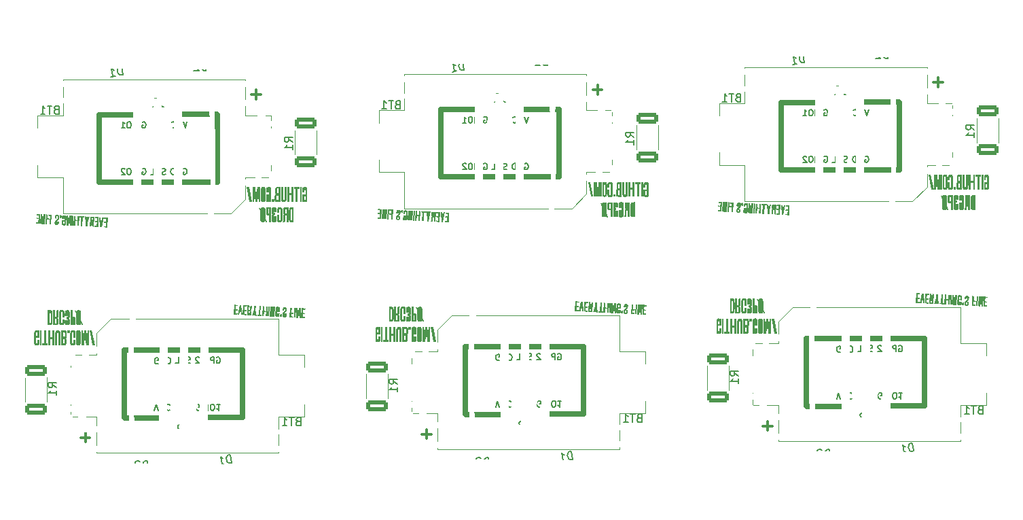
<source format=gbr>
%TF.GenerationSoftware,KiCad,Pcbnew,8.0.4*%
%TF.CreationDate,2024-08-25T22:48:33-07:00*%
%TF.ProjectId,SAOdumpsterfire-panel,53414f64-756d-4707-9374-657266697265,rev?*%
%TF.SameCoordinates,Original*%
%TF.FileFunction,Legend,Bot*%
%TF.FilePolarity,Positive*%
%FSLAX46Y46*%
G04 Gerber Fmt 4.6, Leading zero omitted, Abs format (unit mm)*
G04 Created by KiCad (PCBNEW 8.0.4) date 2024-08-25 22:48:33*
%MOMM*%
%LPD*%
G01*
G04 APERTURE LIST*
G04 Aperture macros list*
%AMRoundRect*
0 Rectangle with rounded corners*
0 $1 Rounding radius*
0 $2 $3 $4 $5 $6 $7 $8 $9 X,Y pos of 4 corners*
0 Add a 4 corners polygon primitive as box body*
4,1,4,$2,$3,$4,$5,$6,$7,$8,$9,$2,$3,0*
0 Add four circle primitives for the rounded corners*
1,1,$1+$1,$2,$3*
1,1,$1+$1,$4,$5*
1,1,$1+$1,$6,$7*
1,1,$1+$1,$8,$9*
0 Add four rect primitives between the rounded corners*
20,1,$1+$1,$2,$3,$4,$5,0*
20,1,$1+$1,$4,$5,$6,$7,0*
20,1,$1+$1,$6,$7,$8,$9,0*
20,1,$1+$1,$8,$9,$2,$3,0*%
%AMRotRect*
0 Rectangle, with rotation*
0 The origin of the aperture is its center*
0 $1 length*
0 $2 width*
0 $3 Rotation angle, in degrees counterclockwise*
0 Add horizontal line*
21,1,$1,$2,0,0,$3*%
G04 Aperture macros list end*
%ADD10C,0.150000*%
%ADD11C,0.300000*%
%ADD12C,0.120000*%
%ADD13C,0.700000*%
%ADD14C,1.300000*%
%ADD15C,2.151374*%
%ADD16C,2.151367*%
%ADD17C,2.151372*%
%ADD18C,2.151370*%
%ADD19C,0.000000*%
%ADD20RoundRect,0.249999X1.075001X-0.450001X1.075001X0.450001X-1.075001X0.450001X-1.075001X-0.450001X0*%
%ADD21RotRect,1.500000X3.600000X10.000000*%
%ADD22R,2.600000X3.600000*%
%ADD23R,1.500000X3.600000*%
%ADD24R,1.000000X5.000000*%
%ADD25RotRect,1.500000X3.600000X190.000000*%
%ADD26RoundRect,0.249999X-1.075001X0.450001X-1.075001X-0.450001X1.075001X-0.450001X1.075001X0.450001X0*%
%ADD27C,0.500000*%
G04 APERTURE END LIST*
D10*
X174423274Y-103261720D02*
X175226728Y-104978279D01*
G36*
X194209632Y-102543379D02*
G01*
X194671326Y-102567576D01*
X194663234Y-102721969D01*
X194406302Y-102708504D01*
X194384021Y-103133636D01*
X194640954Y-103147101D01*
X194632760Y-103303446D01*
X194375828Y-103289981D01*
X194358405Y-103622428D01*
X194615338Y-103635893D01*
X194607169Y-103791750D01*
X194145476Y-103767554D01*
X194209632Y-102543379D01*
G37*
G36*
X194669439Y-103795014D02*
G01*
X194848675Y-103804407D01*
X194994128Y-103025467D01*
X195034643Y-103814153D01*
X195211915Y-103823444D01*
X195115909Y-102590875D01*
X194896244Y-102580097D01*
X194669439Y-103795014D01*
G37*
G36*
X195338341Y-102602532D02*
G01*
X195800035Y-102626729D01*
X195791944Y-102781123D01*
X195535011Y-102767657D01*
X195512731Y-103192789D01*
X195769663Y-103206254D01*
X195761470Y-103362599D01*
X195504537Y-103349134D01*
X195487114Y-103681581D01*
X195744047Y-103695046D01*
X195735879Y-103850904D01*
X195274185Y-103826707D01*
X195338341Y-102602532D01*
G37*
G36*
X196067308Y-102641470D02*
G01*
X196038150Y-103197824D01*
X196094541Y-103200137D01*
X196139104Y-103192843D01*
X196168013Y-103149577D01*
X196169456Y-103139648D01*
X196176640Y-103002571D01*
X196180419Y-102947115D01*
X196184480Y-102894957D01*
X196189613Y-102842785D01*
X196192193Y-102823866D01*
X196200544Y-102772860D01*
X196206383Y-102735583D01*
X196217558Y-102686011D01*
X196224752Y-102669532D01*
X196256361Y-102651377D01*
X196425219Y-102660227D01*
X196436629Y-102667918D01*
X196426221Y-102694765D01*
X196414230Y-102741096D01*
X196404114Y-102778475D01*
X196397289Y-102812114D01*
X196390062Y-102861557D01*
X196389313Y-102867704D01*
X196388341Y-102886241D01*
X196387408Y-102904046D01*
X196373884Y-103162101D01*
X196371097Y-103215273D01*
X196353906Y-103248124D01*
X196332318Y-103268271D01*
X196307989Y-103281670D01*
X196281991Y-103289357D01*
X196253520Y-103295936D01*
X196212274Y-103299400D01*
X196265739Y-103315353D01*
X196285812Y-103323798D01*
X196327551Y-103348487D01*
X196353047Y-103377216D01*
X196359030Y-103427711D01*
X196357790Y-103469181D01*
X196349418Y-103628941D01*
X196345442Y-103704797D01*
X196344727Y-103718455D01*
X196338539Y-103768595D01*
X196329506Y-103794211D01*
X196305646Y-103830870D01*
X196278779Y-103855143D01*
X196233018Y-103869620D01*
X196177122Y-103873539D01*
X196117000Y-103871251D01*
X196064312Y-103868605D01*
X196007933Y-103865650D01*
X195798123Y-103854655D01*
X195804424Y-103734422D01*
X196010029Y-103734422D01*
X196068071Y-103737370D01*
X196088656Y-103736831D01*
X196128960Y-103703311D01*
X196131145Y-103693566D01*
X196146318Y-103404047D01*
X196136518Y-103371004D01*
X196117751Y-103358770D01*
X196087216Y-103356436D01*
X196029995Y-103353437D01*
X196010029Y-103734422D01*
X195804424Y-103734422D01*
X195862266Y-102630724D01*
X196067308Y-102641470D01*
G37*
G36*
X197014091Y-103917892D02*
G01*
X196787172Y-103905999D01*
X196754672Y-103431282D01*
X196667961Y-103899752D01*
X196435432Y-103887566D01*
X196643351Y-103167174D01*
X196669249Y-102673016D01*
X196918889Y-102686099D01*
X196892991Y-103180257D01*
X197014091Y-103917892D01*
G37*
G36*
X197084210Y-103766015D02*
G01*
X197263166Y-103775394D01*
X197319192Y-102706344D01*
X197524795Y-102717120D01*
X197468768Y-103786169D01*
X197648004Y-103795562D01*
X197639849Y-103951176D01*
X197076055Y-103921628D01*
X197084210Y-103766015D01*
G37*
G36*
X197766300Y-102729776D02*
G01*
X197971061Y-102740507D01*
X197940690Y-103320033D01*
X198181979Y-103331456D01*
X198212350Y-102751930D01*
X198409257Y-102762249D01*
X198345114Y-103986180D01*
X198148207Y-103975861D01*
X198173683Y-103489752D01*
X197932496Y-103476378D01*
X197906905Y-103964682D01*
X197702144Y-103953951D01*
X197766300Y-102729776D01*
G37*
G36*
X198472062Y-102766030D02*
G01*
X198651018Y-102775409D01*
X198586862Y-103999583D01*
X198407906Y-103990205D01*
X198472062Y-102766030D01*
G37*
G36*
X198714129Y-102778716D02*
G01*
X198649093Y-104003579D01*
X198955393Y-104019631D01*
X199123765Y-103087808D01*
X199074603Y-104025879D01*
X199244863Y-104034802D01*
X199309899Y-102809939D01*
X199002962Y-102795321D01*
X198835227Y-103725710D01*
X198884389Y-102787639D01*
X198714129Y-102778716D01*
G37*
G36*
X199399518Y-104035569D02*
G01*
X199355116Y-104002482D01*
X199351418Y-103998074D01*
X199324916Y-103953249D01*
X199323082Y-103948407D01*
X199317336Y-103898923D01*
X199317848Y-103849317D01*
X199319185Y-103818821D01*
X199360716Y-103026364D01*
X199368231Y-102975735D01*
X199379264Y-102925026D01*
X199385837Y-102906614D01*
X199411273Y-102862776D01*
X199413000Y-102860589D01*
X199454110Y-102827525D01*
X199498712Y-102808339D01*
X199527999Y-102802292D01*
X199575544Y-102796713D01*
X199632820Y-102796684D01*
X199642710Y-102797787D01*
X199698106Y-102808761D01*
X199735652Y-102827605D01*
X199759962Y-102852114D01*
X199795291Y-102891431D01*
X199796906Y-102893183D01*
X199799948Y-102835132D01*
X199900365Y-102840395D01*
X199869418Y-103430897D01*
X199592290Y-103416373D01*
X199599167Y-103285150D01*
X199675181Y-103289134D01*
X199687555Y-103053031D01*
X199678257Y-103004034D01*
X199676737Y-103001836D01*
X199623929Y-102984394D01*
X199573145Y-102998119D01*
X199561268Y-103047635D01*
X199522307Y-103791067D01*
X199524703Y-103839945D01*
X199532969Y-103855950D01*
X199580117Y-103868693D01*
X199629702Y-103861754D01*
X199647118Y-103814228D01*
X199648734Y-103793780D01*
X199659113Y-103595727D01*
X199860228Y-103606266D01*
X199845770Y-103882127D01*
X199840860Y-103931663D01*
X199834528Y-103957112D01*
X199813881Y-103991494D01*
X199788187Y-104014850D01*
X199756972Y-104036204D01*
X199707654Y-104054164D01*
X199652038Y-104062806D01*
X199629496Y-104064253D01*
X199573199Y-104063931D01*
X199547821Y-104060951D01*
X199491334Y-104054001D01*
X199470647Y-104052260D01*
X199414773Y-104041673D01*
X199399518Y-104035569D01*
G37*
G36*
X199956079Y-103714746D02*
G01*
X199904519Y-103898902D01*
X199895648Y-104068174D01*
X200136032Y-104080772D01*
X200144903Y-103911500D01*
X200118485Y-103723258D01*
X199956079Y-103714746D01*
G37*
G36*
X200428190Y-104109046D02*
G01*
X200371848Y-104101067D01*
X200316040Y-104090358D01*
X200284274Y-104080470D01*
X200236012Y-104052180D01*
X200230589Y-104047573D01*
X200207395Y-104002064D01*
X200202103Y-103973930D01*
X200212904Y-103767828D01*
X200219047Y-103718316D01*
X200227695Y-103666736D01*
X200240541Y-103619097D01*
X200245157Y-103608586D01*
X200272829Y-103565826D01*
X200297543Y-103537468D01*
X200516095Y-103301165D01*
X200544009Y-103258663D01*
X200558943Y-103234928D01*
X200570343Y-103185017D01*
X200573458Y-103131040D01*
X200573950Y-103076598D01*
X200573883Y-103067931D01*
X200560250Y-103019463D01*
X200521528Y-103004287D01*
X200468510Y-103020404D01*
X200455964Y-103037049D01*
X200442894Y-103084789D01*
X200438471Y-103129316D01*
X200428603Y-103317613D01*
X200403639Y-103316305D01*
X200388492Y-103315511D01*
X200368858Y-103314482D01*
X200353991Y-103313703D01*
X200239550Y-103307705D01*
X200250811Y-103092822D01*
X200259761Y-103044146D01*
X200271917Y-102993233D01*
X200286057Y-102956972D01*
X200323557Y-102917888D01*
X200355068Y-102896020D01*
X200407979Y-102874295D01*
X200463444Y-102863960D01*
X200524339Y-102859400D01*
X200584359Y-102865323D01*
X200641024Y-102873999D01*
X200681898Y-102885267D01*
X200725060Y-102918374D01*
X200749323Y-102956548D01*
X200766451Y-103005002D01*
X200773012Y-103056409D01*
X200772739Y-103089359D01*
X200767012Y-103198629D01*
X200762008Y-103252526D01*
X200749777Y-103302100D01*
X200727378Y-103352704D01*
X200703633Y-103388280D01*
X200497197Y-103602717D01*
X200459586Y-103642545D01*
X200426632Y-103681925D01*
X200413685Y-103704243D01*
X200405841Y-103753535D01*
X200405313Y-103762014D01*
X200399228Y-103878114D01*
X200399746Y-103929642D01*
X200416544Y-103960955D01*
X200452458Y-103978735D01*
X200498129Y-103971345D01*
X200529293Y-103929388D01*
X200532092Y-103897551D01*
X200545232Y-103646813D01*
X200742981Y-103657177D01*
X200727552Y-103951574D01*
X200714124Y-103999544D01*
X200696687Y-104030667D01*
X200663980Y-104059036D01*
X200626161Y-104082979D01*
X200573430Y-104100057D01*
X200535174Y-104107071D01*
X200428190Y-104109046D01*
G37*
G36*
X201190575Y-102909235D02*
G01*
X201395298Y-102920698D01*
X201364964Y-103499492D01*
X201621897Y-103512957D01*
X201613704Y-103669302D01*
X201356771Y-103655837D01*
X201339348Y-103988284D01*
X201596281Y-104001749D01*
X201588113Y-104157606D01*
X201126419Y-104133410D01*
X201190575Y-102909235D01*
G37*
G36*
X201714577Y-102935963D02*
G01*
X201893532Y-102945342D01*
X201829376Y-104169516D01*
X201650421Y-104160138D01*
X201714577Y-102935963D01*
G37*
G36*
X201956644Y-102948649D02*
G01*
X201891607Y-104173512D01*
X202197907Y-104189564D01*
X202366280Y-103257741D01*
X202317117Y-104195812D01*
X202487377Y-104204735D01*
X202552414Y-102979872D01*
X202245476Y-102965254D01*
X202077741Y-103895643D01*
X202126904Y-102957572D01*
X201956644Y-102948649D01*
G37*
G36*
X202614364Y-102983853D02*
G01*
X203076058Y-103008049D01*
X203067967Y-103162443D01*
X202811034Y-103148977D01*
X202788754Y-103574109D01*
X203045687Y-103587575D01*
X203037493Y-103743920D01*
X202780560Y-103730454D01*
X202763137Y-104062901D01*
X203020070Y-104076366D01*
X203011902Y-104232224D01*
X202550208Y-104208027D01*
X202614364Y-102983853D01*
G37*
D11*
X175079508Y-119090600D02*
X176222366Y-119090600D01*
X175650937Y-118519171D02*
X175650937Y-119662028D01*
D10*
G36*
X169391347Y-107571695D02*
G01*
X169336460Y-107525617D01*
X169331786Y-107519305D01*
X169297463Y-107454240D01*
X169294978Y-107447131D01*
X169285057Y-107373457D01*
X169282574Y-107299111D01*
X169282263Y-107253324D01*
X169282263Y-106063007D01*
X169288047Y-105986578D01*
X169298011Y-105909752D01*
X169304682Y-105881656D01*
X169332209Y-105813993D01*
X169334128Y-105810582D01*
X169380974Y-105757825D01*
X169432839Y-105725585D01*
X169467304Y-105714228D01*
X169523519Y-105702138D01*
X169591657Y-105697598D01*
X169603491Y-105698474D01*
X169670079Y-105710564D01*
X169715921Y-105735843D01*
X169746371Y-105770648D01*
X169790851Y-105826769D01*
X169792882Y-105829266D01*
X169792882Y-105742072D01*
X169912673Y-105742072D01*
X169912673Y-106629039D01*
X169582076Y-106629039D01*
X169582076Y-106431936D01*
X169672756Y-106431936D01*
X169672756Y-106077295D01*
X169658640Y-106004630D01*
X169656695Y-106001457D01*
X169592784Y-105979476D01*
X169533223Y-106004022D01*
X169522180Y-106079127D01*
X169522180Y-107195805D01*
X169528079Y-107268834D01*
X169538911Y-107292159D01*
X169595795Y-107307546D01*
X169654352Y-107293258D01*
X169672109Y-107220701D01*
X169672756Y-107189943D01*
X169672756Y-106892455D01*
X169912673Y-106892455D01*
X169912673Y-107306813D01*
X169909921Y-107381401D01*
X169903974Y-107420020D01*
X169881554Y-107473143D01*
X169852443Y-107510146D01*
X169816640Y-107544584D01*
X169759086Y-107575358D01*
X169693460Y-107592669D01*
X169666733Y-107596608D01*
X169599738Y-107600545D01*
X169569361Y-107598073D01*
X169501727Y-107592097D01*
X169477008Y-107591112D01*
X169409876Y-107579640D01*
X169391347Y-107571695D01*
G37*
G36*
X169987627Y-105742804D02*
G01*
X170201110Y-105742804D01*
X170201110Y-107581587D01*
X169987627Y-107581587D01*
X169987627Y-105742804D01*
G37*
G36*
X170275394Y-107349678D02*
G01*
X170488877Y-107349678D01*
X170488877Y-105743903D01*
X170734148Y-105743903D01*
X170734148Y-107349678D01*
X170947965Y-107349678D01*
X170947965Y-107583418D01*
X170275394Y-107583418D01*
X170275394Y-107349678D01*
G37*
G36*
X171022249Y-105743903D02*
G01*
X171266516Y-105743903D01*
X171266516Y-106614385D01*
X171554283Y-106612553D01*
X171554283Y-105742072D01*
X171789181Y-105742072D01*
X171789181Y-107580487D01*
X171554283Y-107580487D01*
X171554283Y-106850324D01*
X171266516Y-106849224D01*
X171266516Y-107582686D01*
X171022249Y-107582686D01*
X171022249Y-105743903D01*
G37*
G36*
X172564814Y-107582686D02*
G01*
X172564814Y-106449521D01*
X172564593Y-106369023D01*
X172563746Y-106282366D01*
X172562264Y-106206555D01*
X172559732Y-106131814D01*
X172555779Y-106064472D01*
X172546319Y-105990629D01*
X172526166Y-105917537D01*
X172508933Y-105880191D01*
X172465324Y-105819827D01*
X172409896Y-105770459D01*
X172396169Y-105760756D01*
X172331901Y-105728022D01*
X172260895Y-105711975D01*
X172225851Y-105710198D01*
X172155931Y-105716605D01*
X172086510Y-105738209D01*
X172039137Y-105764420D01*
X171984601Y-105809895D01*
X171938369Y-105869392D01*
X171919011Y-105905836D01*
X171891960Y-105978254D01*
X171875512Y-106053816D01*
X171871496Y-106089751D01*
X171867614Y-106171289D01*
X171865752Y-106253187D01*
X171864717Y-106339654D01*
X171864250Y-106423183D01*
X171864135Y-106497515D01*
X171864135Y-107582686D01*
X172126471Y-107582686D01*
X172126471Y-106235198D01*
X172125876Y-106158991D01*
X172128667Y-106084760D01*
X172132159Y-106059343D01*
X172184034Y-106010193D01*
X172212467Y-106000358D01*
X172276532Y-106028424D01*
X172296789Y-106057145D01*
X172303824Y-106130239D01*
X172305412Y-106206293D01*
X172305489Y-106231168D01*
X172305489Y-107582686D01*
X172564814Y-107582686D01*
G37*
G36*
X173084086Y-105741917D02*
G01*
X173149047Y-105744636D01*
X173213293Y-105755627D01*
X173266162Y-105782372D01*
X173296946Y-105820107D01*
X173325054Y-105875062D01*
X173336763Y-105948266D01*
X173337769Y-105990100D01*
X173340781Y-106012448D01*
X173340781Y-106119427D01*
X173340781Y-106367455D01*
X173340545Y-106440854D01*
X173339210Y-106514501D01*
X173339108Y-106516932D01*
X173332319Y-106591672D01*
X173328735Y-106618049D01*
X173294102Y-106682254D01*
X173240207Y-106727776D01*
X173207605Y-106748841D01*
X173261639Y-106795376D01*
X173281554Y-106845194D01*
X173281554Y-107184814D01*
X173281554Y-107300585D01*
X173281554Y-107331360D01*
X173277588Y-107406749D01*
X173267500Y-107450428D01*
X173240397Y-107508680D01*
X173209612Y-107546782D01*
X173155740Y-107571695D01*
X173087040Y-107580968D01*
X173057698Y-107581587D01*
X172639098Y-107581587D01*
X172639098Y-107386681D01*
X172882696Y-107386681D01*
X172950514Y-107387312D01*
X172998137Y-107384116D01*
X173052699Y-107337456D01*
X173056694Y-107315972D01*
X173056694Y-106881098D01*
X173039964Y-106832372D01*
X173011856Y-106815519D01*
X172967018Y-106814420D01*
X172882696Y-106814420D01*
X172882696Y-107386681D01*
X172639098Y-107386681D01*
X172639098Y-105961524D01*
X172892065Y-105961524D01*
X172892065Y-106533418D01*
X172996129Y-106533418D01*
X173051675Y-106532319D01*
X173086475Y-106515467D01*
X173107556Y-106466740D01*
X173107556Y-106032232D01*
X173066354Y-105971511D01*
X173034610Y-105963722D01*
X172967018Y-105960425D01*
X172896965Y-105961326D01*
X172892065Y-105961524D01*
X172639098Y-105961524D01*
X172639098Y-105739873D01*
X173014868Y-105739873D01*
X173084086Y-105741917D01*
G37*
G36*
X173414061Y-106055679D02*
G01*
X173414061Y-105745003D01*
X173701828Y-105745003D01*
X173701828Y-106055679D01*
X173414061Y-106055679D01*
G37*
G36*
X173884526Y-107571695D02*
G01*
X173829639Y-107525617D01*
X173824965Y-107519305D01*
X173790642Y-107454240D01*
X173788158Y-107447131D01*
X173778236Y-107373457D01*
X173775753Y-107299111D01*
X173775442Y-107253324D01*
X173775442Y-106063007D01*
X173781226Y-105986578D01*
X173791190Y-105909752D01*
X173797862Y-105881656D01*
X173825389Y-105813993D01*
X173827307Y-105810582D01*
X173874153Y-105757825D01*
X173926018Y-105725585D01*
X173960483Y-105714228D01*
X174016698Y-105702138D01*
X174086834Y-105695007D01*
X174126451Y-105693712D01*
X174193357Y-105696680D01*
X174244235Y-105706168D01*
X174306877Y-105733473D01*
X174308815Y-105735477D01*
X174342946Y-105769915D01*
X174379374Y-105832040D01*
X174381761Y-105838059D01*
X174398936Y-105910857D01*
X174405546Y-105984772D01*
X174405853Y-105991199D01*
X174405853Y-106629039D01*
X174167943Y-106629039D01*
X174165935Y-106077295D01*
X174151819Y-106004630D01*
X174149874Y-106001457D01*
X174085963Y-105979476D01*
X174026402Y-106004022D01*
X174015360Y-106079127D01*
X174015360Y-107195805D01*
X174021258Y-107268834D01*
X174032090Y-107292159D01*
X174088975Y-107307546D01*
X174147532Y-107293258D01*
X174165288Y-107220701D01*
X174165935Y-107189943D01*
X174165935Y-106892455D01*
X174405853Y-106892455D01*
X174405853Y-107306813D01*
X174403100Y-107381401D01*
X174397153Y-107420020D01*
X174374734Y-107473143D01*
X174345623Y-107510146D01*
X174309819Y-107544584D01*
X174252266Y-107575358D01*
X174186640Y-107592669D01*
X174159912Y-107596608D01*
X174092917Y-107600545D01*
X174062540Y-107598073D01*
X173994907Y-107592097D01*
X173970187Y-107591112D01*
X173903055Y-107579640D01*
X173884526Y-107571695D01*
G37*
G36*
X174854783Y-105742766D02*
G01*
X174925083Y-105753156D01*
X174989549Y-105776769D01*
X175019198Y-105800324D01*
X175049679Y-105865799D01*
X175063900Y-105939032D01*
X175070854Y-106020805D01*
X175072736Y-106104039D01*
X175072736Y-107221451D01*
X175070924Y-107304595D01*
X175064231Y-107386035D01*
X175050544Y-107458586D01*
X175021206Y-107522602D01*
X174962512Y-107561001D01*
X174892183Y-107578171D01*
X174821891Y-107584632D01*
X174775600Y-107585617D01*
X174708629Y-107583491D01*
X174634669Y-107574046D01*
X174566864Y-107551613D01*
X174532336Y-107525166D01*
X174500935Y-107454120D01*
X174488052Y-107378191D01*
X174482064Y-107293008D01*
X174480806Y-107221451D01*
X174480806Y-106104039D01*
X174481784Y-106058610D01*
X174718716Y-106058610D01*
X174718716Y-107264681D01*
X174742925Y-107334142D01*
X174774931Y-107343450D01*
X174831629Y-107302758D01*
X174836499Y-107264681D01*
X174836499Y-106058610D01*
X174824453Y-105998893D01*
X174780284Y-105982040D01*
X174723586Y-106021596D01*
X174718716Y-106058610D01*
X174481784Y-106058610D01*
X174482618Y-106019912D01*
X174489311Y-105937618D01*
X174502998Y-105864477D01*
X174532336Y-105800324D01*
X174591265Y-105763487D01*
X174662080Y-105747016D01*
X174732931Y-105740818D01*
X174779615Y-105739873D01*
X174854783Y-105742766D01*
G37*
G36*
X175148358Y-105742804D02*
G01*
X175147355Y-107582686D01*
X175512752Y-107582686D01*
X175637228Y-106404458D01*
X175734600Y-107582686D01*
X176103678Y-107582686D01*
X176103678Y-105745003D01*
X175899229Y-105745003D01*
X175899229Y-107163199D01*
X175755011Y-105743903D01*
X175493009Y-105745003D01*
X175351468Y-107151841D01*
X175351468Y-105742804D01*
X175148358Y-105742804D01*
G37*
G36*
X176486140Y-105742804D02*
G01*
X176177962Y-105742804D01*
X176525624Y-107581587D01*
X176833468Y-107581587D01*
X176486140Y-105742804D01*
G37*
G36*
X171361640Y-103228147D02*
G01*
X171430811Y-103244053D01*
X171457606Y-103258679D01*
X171506433Y-103309999D01*
X171532282Y-103366144D01*
X171548929Y-103440058D01*
X171552399Y-103470081D01*
X171557164Y-103544454D01*
X171559552Y-103620371D01*
X171560681Y-103698029D01*
X171560975Y-103771618D01*
X171560975Y-104415320D01*
X171560943Y-104447344D01*
X171560575Y-104521506D01*
X171559595Y-104599378D01*
X171557373Y-104684335D01*
X171552610Y-104765931D01*
X171550821Y-104782547D01*
X171536639Y-104856258D01*
X171510783Y-104928230D01*
X171469877Y-104990787D01*
X171413411Y-105032644D01*
X171379766Y-105045063D01*
X171311981Y-105057514D01*
X171241048Y-105062992D01*
X171166801Y-105064518D01*
X170978749Y-105064518D01*
X170978749Y-104828579D01*
X171212643Y-104828579D01*
X171235790Y-104827935D01*
X171302654Y-104810261D01*
X171333439Y-104751642D01*
X171336366Y-104725333D01*
X171339477Y-104648767D01*
X171340131Y-104570292D01*
X171340131Y-103762459D01*
X171340111Y-103749588D01*
X171338876Y-103668349D01*
X171334465Y-103586671D01*
X171320054Y-103507469D01*
X171279741Y-103471165D01*
X171212643Y-103460941D01*
X171212643Y-104828579D01*
X170978749Y-104828579D01*
X170978749Y-103225003D01*
X171295962Y-103225003D01*
X171361640Y-103228147D01*
G37*
G36*
X171880530Y-104060679D02*
G01*
X171947761Y-104059718D01*
X172000322Y-104045292D01*
X172032016Y-103978213D01*
X172033114Y-103963227D01*
X172033114Y-103757330D01*
X172034152Y-103673962D01*
X172035731Y-103595514D01*
X172038585Y-103516960D01*
X172040475Y-103488418D01*
X172047230Y-103411359D01*
X172051852Y-103355062D01*
X172062056Y-103279929D01*
X172069587Y-103254678D01*
X172106059Y-103225003D01*
X172307496Y-103225003D01*
X172321550Y-103235627D01*
X172310842Y-103276660D01*
X172299465Y-103347002D01*
X172289762Y-103403788D01*
X172283739Y-103454713D01*
X172278223Y-103529344D01*
X172277716Y-103538610D01*
X172277716Y-103566454D01*
X172277716Y-103593199D01*
X172277716Y-103980812D01*
X172277716Y-104060679D01*
X172259312Y-104111238D01*
X172234885Y-104143111D01*
X172206778Y-104165093D01*
X172176328Y-104178649D01*
X172142867Y-104190739D01*
X172094013Y-104199165D01*
X172158614Y-104218865D01*
X172183020Y-104229940D01*
X172234216Y-104263645D01*
X172266339Y-104304678D01*
X172276605Y-104379847D01*
X172277716Y-104442065D01*
X172277716Y-104682033D01*
X172277716Y-104795972D01*
X172277716Y-104816489D01*
X172273481Y-104892082D01*
X172264331Y-104931161D01*
X172238231Y-104987947D01*
X172207782Y-105026416D01*
X172154244Y-105051695D01*
X172087990Y-105061953D01*
X172016322Y-105063245D01*
X171953476Y-105063418D01*
X171886219Y-105063418D01*
X171635928Y-105063418D01*
X171635928Y-104866681D01*
X171880530Y-104866681D01*
X171949765Y-104866541D01*
X171974222Y-104864116D01*
X172020080Y-104810742D01*
X172022072Y-104795972D01*
X172022072Y-104361098D01*
X172008352Y-104312372D01*
X171985264Y-104295519D01*
X171948791Y-104294420D01*
X171880530Y-104294420D01*
X171880530Y-104866681D01*
X171635928Y-104866681D01*
X171635928Y-103225003D01*
X171880530Y-103225003D01*
X171880530Y-104060679D01*
G37*
G36*
X172505252Y-105051695D02*
G01*
X172450365Y-105005617D01*
X172445691Y-104999305D01*
X172411368Y-104934240D01*
X172408884Y-104927131D01*
X172398962Y-104853457D01*
X172396479Y-104779111D01*
X172396169Y-104733324D01*
X172396169Y-103543007D01*
X172401952Y-103466578D01*
X172411916Y-103389752D01*
X172418588Y-103361656D01*
X172446115Y-103293993D01*
X172448033Y-103290582D01*
X172494879Y-103237825D01*
X172546744Y-103205585D01*
X172581209Y-103194228D01*
X172637424Y-103182138D01*
X172707560Y-103175007D01*
X172747177Y-103173712D01*
X172814083Y-103176680D01*
X172864961Y-103186168D01*
X172927603Y-103213473D01*
X172929541Y-103215477D01*
X172963672Y-103249915D01*
X173000100Y-103312040D01*
X173002487Y-103318059D01*
X173019662Y-103390857D01*
X173026272Y-103464772D01*
X173026579Y-103471199D01*
X173026579Y-104109039D01*
X172788669Y-104109039D01*
X172786662Y-103557295D01*
X172772545Y-103484630D01*
X172770600Y-103481457D01*
X172706689Y-103459476D01*
X172647128Y-103484022D01*
X172636086Y-103559127D01*
X172636086Y-104675805D01*
X172641984Y-104748834D01*
X172652816Y-104772159D01*
X172709701Y-104787546D01*
X172768258Y-104773258D01*
X172786015Y-104700701D01*
X172786662Y-104669943D01*
X172786662Y-104372455D01*
X173026579Y-104372455D01*
X173026579Y-104786813D01*
X173023826Y-104861401D01*
X173017879Y-104900020D01*
X172995460Y-104953143D01*
X172966349Y-104990146D01*
X172930545Y-105024584D01*
X172872992Y-105055358D01*
X172807366Y-105072669D01*
X172780639Y-105076608D01*
X172713643Y-105080545D01*
X172683266Y-105078073D01*
X172615633Y-105072097D01*
X172590913Y-105071112D01*
X172523781Y-105059640D01*
X172505252Y-105051695D01*
G37*
G36*
X173395657Y-104344612D02*
G01*
X173300961Y-104344612D01*
X173300961Y-104081196D01*
X173395657Y-104081196D01*
X173448226Y-104034237D01*
X173450868Y-104004259D01*
X173450868Y-103538610D01*
X173441499Y-103478893D01*
X173410380Y-103462040D01*
X173377922Y-103478893D01*
X173368218Y-103538610D01*
X173368218Y-103968356D01*
X173101532Y-103968356D01*
X173101532Y-103580742D01*
X173103508Y-103498254D01*
X173110810Y-103417158D01*
X173125742Y-103344440D01*
X173157747Y-103279224D01*
X173218495Y-103242388D01*
X173291415Y-103225917D01*
X173364344Y-103219719D01*
X173412387Y-103218774D01*
X173489198Y-103221667D01*
X173561453Y-103232057D01*
X173628480Y-103255670D01*
X173660001Y-103279224D01*
X173695072Y-103349961D01*
X173709461Y-103425341D01*
X173716149Y-103509818D01*
X173717554Y-103580742D01*
X173717554Y-103923293D01*
X173715437Y-103999259D01*
X173710862Y-104047124D01*
X173693331Y-104120214D01*
X173689781Y-104128457D01*
X173650632Y-104179015D01*
X173591405Y-104211255D01*
X173651909Y-104247176D01*
X173674054Y-104273171D01*
X173701974Y-104341549D01*
X173712200Y-104398101D01*
X173717554Y-104465878D01*
X173717554Y-104499584D01*
X173717554Y-104697421D01*
X173715519Y-104779535D01*
X173708000Y-104860293D01*
X173692624Y-104932753D01*
X173659666Y-104997839D01*
X173599012Y-105037355D01*
X173528262Y-105055023D01*
X173458266Y-105061672D01*
X173412387Y-105062686D01*
X173343181Y-105060548D01*
X173274960Y-105052649D01*
X173207057Y-105033940D01*
X173157747Y-105001869D01*
X173123491Y-104930720D01*
X173109437Y-104854608D01*
X173102905Y-104769189D01*
X173101532Y-104697421D01*
X173101532Y-104465878D01*
X173368218Y-104465878D01*
X173368218Y-104740651D01*
X173387355Y-104811728D01*
X173408707Y-104819420D01*
X173450209Y-104759113D01*
X173450868Y-104740651D01*
X173448860Y-104398101D01*
X173433468Y-104355969D01*
X173395657Y-104344612D01*
G37*
G36*
X174035436Y-104060679D02*
G01*
X174223488Y-104061778D01*
X174292000Y-104067640D01*
X174345622Y-104102079D01*
X174389689Y-104157244D01*
X174412545Y-104200631D01*
X174432094Y-104271775D01*
X174432956Y-104289291D01*
X174432668Y-104367343D01*
X174432621Y-104442065D01*
X174432621Y-104682033D01*
X174432621Y-104795972D01*
X174432621Y-104816489D01*
X174428386Y-104892082D01*
X174419237Y-104931161D01*
X174393137Y-104987947D01*
X174362687Y-105026416D01*
X174309149Y-105051695D01*
X174242896Y-105061953D01*
X174171227Y-105063245D01*
X174108382Y-105063418D01*
X174041125Y-105063418D01*
X173790834Y-105063418D01*
X173790834Y-104866681D01*
X174035436Y-104866681D01*
X174104671Y-104866541D01*
X174129128Y-104864116D01*
X174174985Y-104810742D01*
X174176977Y-104795972D01*
X174176977Y-104361098D01*
X174163258Y-104312372D01*
X174140170Y-104295519D01*
X174103697Y-104294420D01*
X174035436Y-104294420D01*
X174035436Y-104866681D01*
X173790834Y-104866681D01*
X173790834Y-103225003D01*
X174035436Y-103225003D01*
X174035436Y-104060679D01*
G37*
G36*
X174885890Y-103220900D02*
G01*
X174952702Y-103228751D01*
X175019170Y-103247346D01*
X175067382Y-103279224D01*
X175101434Y-103349961D01*
X175115404Y-103425341D01*
X175121898Y-103509818D01*
X175123262Y-103580742D01*
X175123262Y-104697421D01*
X175121321Y-104780282D01*
X175114150Y-104861716D01*
X175099485Y-104934691D01*
X175068051Y-105000037D01*
X175006770Y-105038214D01*
X174934067Y-105055283D01*
X174861673Y-105061707D01*
X174814080Y-105062686D01*
X174745105Y-105060548D01*
X174677421Y-105052649D01*
X174610633Y-105033940D01*
X174563120Y-105001869D01*
X174528864Y-104930720D01*
X174514811Y-104854608D01*
X174508278Y-104769189D01*
X174506905Y-104697421D01*
X174506905Y-103580742D01*
X174507878Y-103538610D01*
X174771919Y-103538610D01*
X174771919Y-104740651D01*
X174791056Y-104811728D01*
X174812407Y-104819420D01*
X174855556Y-104759113D01*
X174856241Y-104740651D01*
X174856241Y-103538610D01*
X174847876Y-103478893D01*
X174816088Y-103462040D01*
X174772609Y-103520664D01*
X174771919Y-103538610D01*
X174507878Y-103538610D01*
X174508823Y-103497696D01*
X174515907Y-103416274D01*
X174530395Y-103343614D01*
X174561447Y-103279224D01*
X174622478Y-103242388D01*
X174695980Y-103225917D01*
X174769582Y-103219719D01*
X174818095Y-103218774D01*
X174885890Y-103220900D01*
G37*
X131923274Y-104286720D02*
X132726728Y-106003279D01*
G36*
X151709632Y-103568379D02*
G01*
X152171326Y-103592576D01*
X152163234Y-103746969D01*
X151906302Y-103733504D01*
X151884021Y-104158636D01*
X152140954Y-104172101D01*
X152132760Y-104328446D01*
X151875828Y-104314981D01*
X151858405Y-104647428D01*
X152115338Y-104660893D01*
X152107169Y-104816750D01*
X151645476Y-104792554D01*
X151709632Y-103568379D01*
G37*
G36*
X152169439Y-104820014D02*
G01*
X152348675Y-104829407D01*
X152494128Y-104050467D01*
X152534643Y-104839153D01*
X152711915Y-104848444D01*
X152615909Y-103615875D01*
X152396244Y-103605097D01*
X152169439Y-104820014D01*
G37*
G36*
X152838341Y-103627532D02*
G01*
X153300035Y-103651729D01*
X153291944Y-103806123D01*
X153035011Y-103792657D01*
X153012731Y-104217789D01*
X153269663Y-104231254D01*
X153261470Y-104387599D01*
X153004537Y-104374134D01*
X152987114Y-104706581D01*
X153244047Y-104720046D01*
X153235879Y-104875904D01*
X152774185Y-104851707D01*
X152838341Y-103627532D01*
G37*
G36*
X153567308Y-103666470D02*
G01*
X153538150Y-104222824D01*
X153594541Y-104225137D01*
X153639104Y-104217843D01*
X153668013Y-104174577D01*
X153669456Y-104164648D01*
X153676640Y-104027571D01*
X153680419Y-103972115D01*
X153684480Y-103919957D01*
X153689613Y-103867785D01*
X153692193Y-103848866D01*
X153700544Y-103797860D01*
X153706383Y-103760583D01*
X153717558Y-103711011D01*
X153724752Y-103694532D01*
X153756361Y-103676377D01*
X153925219Y-103685227D01*
X153936629Y-103692918D01*
X153926221Y-103719765D01*
X153914230Y-103766096D01*
X153904114Y-103803475D01*
X153897289Y-103837114D01*
X153890062Y-103886557D01*
X153889313Y-103892704D01*
X153888341Y-103911241D01*
X153887408Y-103929046D01*
X153873884Y-104187101D01*
X153871097Y-104240273D01*
X153853906Y-104273124D01*
X153832318Y-104293271D01*
X153807989Y-104306670D01*
X153781991Y-104314357D01*
X153753520Y-104320936D01*
X153712274Y-104324400D01*
X153765739Y-104340353D01*
X153785812Y-104348798D01*
X153827551Y-104373487D01*
X153853047Y-104402216D01*
X153859030Y-104452711D01*
X153857790Y-104494181D01*
X153849418Y-104653941D01*
X153845442Y-104729797D01*
X153844727Y-104743455D01*
X153838539Y-104793595D01*
X153829506Y-104819211D01*
X153805646Y-104855870D01*
X153778779Y-104880143D01*
X153733018Y-104894620D01*
X153677122Y-104898539D01*
X153617000Y-104896251D01*
X153564312Y-104893605D01*
X153507933Y-104890650D01*
X153298123Y-104879655D01*
X153304424Y-104759422D01*
X153510029Y-104759422D01*
X153568071Y-104762370D01*
X153588656Y-104761831D01*
X153628960Y-104728311D01*
X153631145Y-104718566D01*
X153646318Y-104429047D01*
X153636518Y-104396004D01*
X153617751Y-104383770D01*
X153587216Y-104381436D01*
X153529995Y-104378437D01*
X153510029Y-104759422D01*
X153304424Y-104759422D01*
X153362266Y-103655724D01*
X153567308Y-103666470D01*
G37*
G36*
X154514091Y-104942892D02*
G01*
X154287172Y-104930999D01*
X154254672Y-104456282D01*
X154167961Y-104924752D01*
X153935432Y-104912566D01*
X154143351Y-104192174D01*
X154169249Y-103698016D01*
X154418889Y-103711099D01*
X154392991Y-104205257D01*
X154514091Y-104942892D01*
G37*
G36*
X154584210Y-104791015D02*
G01*
X154763166Y-104800394D01*
X154819192Y-103731344D01*
X155024795Y-103742120D01*
X154968768Y-104811169D01*
X155148004Y-104820562D01*
X155139849Y-104976176D01*
X154576055Y-104946628D01*
X154584210Y-104791015D01*
G37*
G36*
X155266300Y-103754776D02*
G01*
X155471061Y-103765507D01*
X155440690Y-104345033D01*
X155681979Y-104356456D01*
X155712350Y-103776930D01*
X155909257Y-103787249D01*
X155845114Y-105011180D01*
X155648207Y-105000861D01*
X155673683Y-104514752D01*
X155432496Y-104501378D01*
X155406905Y-104989682D01*
X155202144Y-104978951D01*
X155266300Y-103754776D01*
G37*
G36*
X155972062Y-103791030D02*
G01*
X156151018Y-103800409D01*
X156086862Y-105024583D01*
X155907906Y-105015205D01*
X155972062Y-103791030D01*
G37*
G36*
X156214129Y-103803716D02*
G01*
X156149093Y-105028579D01*
X156455393Y-105044631D01*
X156623765Y-104112808D01*
X156574603Y-105050879D01*
X156744863Y-105059802D01*
X156809899Y-103834939D01*
X156502962Y-103820321D01*
X156335227Y-104750710D01*
X156384389Y-103812639D01*
X156214129Y-103803716D01*
G37*
G36*
X156899518Y-105060569D02*
G01*
X156855116Y-105027482D01*
X156851418Y-105023074D01*
X156824916Y-104978249D01*
X156823082Y-104973407D01*
X156817336Y-104923923D01*
X156817848Y-104874317D01*
X156819185Y-104843821D01*
X156860716Y-104051364D01*
X156868231Y-104000735D01*
X156879264Y-103950026D01*
X156885837Y-103931614D01*
X156911273Y-103887776D01*
X156913000Y-103885589D01*
X156954110Y-103852525D01*
X156998712Y-103833339D01*
X157027999Y-103827292D01*
X157075544Y-103821713D01*
X157132820Y-103821684D01*
X157142710Y-103822787D01*
X157198106Y-103833761D01*
X157235652Y-103852605D01*
X157259962Y-103877114D01*
X157295291Y-103916431D01*
X157296906Y-103918183D01*
X157299948Y-103860132D01*
X157400365Y-103865395D01*
X157369418Y-104455897D01*
X157092290Y-104441373D01*
X157099167Y-104310150D01*
X157175181Y-104314134D01*
X157187555Y-104078031D01*
X157178257Y-104029034D01*
X157176737Y-104026836D01*
X157123929Y-104009394D01*
X157073145Y-104023119D01*
X157061268Y-104072635D01*
X157022307Y-104816067D01*
X157024703Y-104864945D01*
X157032969Y-104880950D01*
X157080117Y-104893693D01*
X157129702Y-104886754D01*
X157147118Y-104839228D01*
X157148734Y-104818780D01*
X157159113Y-104620727D01*
X157360228Y-104631266D01*
X157345770Y-104907127D01*
X157340860Y-104956663D01*
X157334528Y-104982112D01*
X157313881Y-105016494D01*
X157288187Y-105039850D01*
X157256972Y-105061204D01*
X157207654Y-105079164D01*
X157152038Y-105087806D01*
X157129496Y-105089253D01*
X157073199Y-105088931D01*
X157047821Y-105085951D01*
X156991334Y-105079001D01*
X156970647Y-105077260D01*
X156914773Y-105066673D01*
X156899518Y-105060569D01*
G37*
G36*
X157456079Y-104739746D02*
G01*
X157404519Y-104923902D01*
X157395648Y-105093174D01*
X157636032Y-105105772D01*
X157644903Y-104936500D01*
X157618485Y-104748258D01*
X157456079Y-104739746D01*
G37*
G36*
X157928190Y-105134046D02*
G01*
X157871848Y-105126067D01*
X157816040Y-105115358D01*
X157784274Y-105105470D01*
X157736012Y-105077180D01*
X157730589Y-105072573D01*
X157707395Y-105027064D01*
X157702103Y-104998930D01*
X157712904Y-104792828D01*
X157719047Y-104743316D01*
X157727695Y-104691736D01*
X157740541Y-104644097D01*
X157745157Y-104633586D01*
X157772829Y-104590826D01*
X157797543Y-104562468D01*
X158016095Y-104326165D01*
X158044009Y-104283663D01*
X158058943Y-104259928D01*
X158070343Y-104210017D01*
X158073458Y-104156040D01*
X158073950Y-104101598D01*
X158073883Y-104092931D01*
X158060250Y-104044463D01*
X158021528Y-104029287D01*
X157968510Y-104045404D01*
X157955964Y-104062049D01*
X157942894Y-104109789D01*
X157938471Y-104154316D01*
X157928603Y-104342613D01*
X157903639Y-104341305D01*
X157888492Y-104340511D01*
X157868858Y-104339482D01*
X157853991Y-104338703D01*
X157739550Y-104332705D01*
X157750811Y-104117822D01*
X157759761Y-104069146D01*
X157771917Y-104018233D01*
X157786057Y-103981972D01*
X157823557Y-103942888D01*
X157855068Y-103921020D01*
X157907979Y-103899295D01*
X157963444Y-103888960D01*
X158024339Y-103884400D01*
X158084359Y-103890323D01*
X158141024Y-103898999D01*
X158181898Y-103910267D01*
X158225060Y-103943374D01*
X158249323Y-103981548D01*
X158266451Y-104030002D01*
X158273012Y-104081409D01*
X158272739Y-104114359D01*
X158267012Y-104223629D01*
X158262008Y-104277526D01*
X158249777Y-104327100D01*
X158227378Y-104377704D01*
X158203633Y-104413280D01*
X157997197Y-104627717D01*
X157959586Y-104667545D01*
X157926632Y-104706925D01*
X157913685Y-104729243D01*
X157905841Y-104778535D01*
X157905313Y-104787014D01*
X157899228Y-104903114D01*
X157899746Y-104954642D01*
X157916544Y-104985955D01*
X157952458Y-105003735D01*
X157998129Y-104996345D01*
X158029293Y-104954388D01*
X158032092Y-104922551D01*
X158045232Y-104671813D01*
X158242981Y-104682177D01*
X158227552Y-104976574D01*
X158214124Y-105024544D01*
X158196687Y-105055667D01*
X158163980Y-105084036D01*
X158126161Y-105107979D01*
X158073430Y-105125057D01*
X158035174Y-105132071D01*
X157928190Y-105134046D01*
G37*
G36*
X158690575Y-103934235D02*
G01*
X158895298Y-103945698D01*
X158864964Y-104524492D01*
X159121897Y-104537957D01*
X159113704Y-104694302D01*
X158856771Y-104680837D01*
X158839348Y-105013284D01*
X159096281Y-105026749D01*
X159088113Y-105182606D01*
X158626419Y-105158410D01*
X158690575Y-103934235D01*
G37*
G36*
X159214577Y-103960963D02*
G01*
X159393532Y-103970342D01*
X159329376Y-105194516D01*
X159150421Y-105185138D01*
X159214577Y-103960963D01*
G37*
G36*
X159456644Y-103973649D02*
G01*
X159391607Y-105198512D01*
X159697907Y-105214564D01*
X159866280Y-104282741D01*
X159817117Y-105220812D01*
X159987377Y-105229735D01*
X160052414Y-104004872D01*
X159745476Y-103990254D01*
X159577741Y-104920643D01*
X159626904Y-103982572D01*
X159456644Y-103973649D01*
G37*
G36*
X160114364Y-104008853D02*
G01*
X160576058Y-104033049D01*
X160567967Y-104187443D01*
X160311034Y-104173977D01*
X160288754Y-104599109D01*
X160545687Y-104612575D01*
X160537493Y-104768920D01*
X160280560Y-104755454D01*
X160263137Y-105087901D01*
X160520070Y-105101366D01*
X160511902Y-105257224D01*
X160050208Y-105233027D01*
X160114364Y-104008853D01*
G37*
D11*
X132579508Y-120115600D02*
X133722366Y-120115600D01*
X133150937Y-119544171D02*
X133150937Y-120687028D01*
D10*
G36*
X126891347Y-108596695D02*
G01*
X126836460Y-108550617D01*
X126831786Y-108544305D01*
X126797463Y-108479240D01*
X126794978Y-108472131D01*
X126785057Y-108398457D01*
X126782574Y-108324111D01*
X126782263Y-108278324D01*
X126782263Y-107088007D01*
X126788047Y-107011578D01*
X126798011Y-106934752D01*
X126804682Y-106906656D01*
X126832209Y-106838993D01*
X126834128Y-106835582D01*
X126880974Y-106782825D01*
X126932839Y-106750585D01*
X126967304Y-106739228D01*
X127023519Y-106727138D01*
X127091657Y-106722598D01*
X127103491Y-106723474D01*
X127170079Y-106735564D01*
X127215921Y-106760843D01*
X127246371Y-106795648D01*
X127290851Y-106851769D01*
X127292882Y-106854266D01*
X127292882Y-106767072D01*
X127412673Y-106767072D01*
X127412673Y-107654039D01*
X127082076Y-107654039D01*
X127082076Y-107456936D01*
X127172756Y-107456936D01*
X127172756Y-107102295D01*
X127158640Y-107029630D01*
X127156695Y-107026457D01*
X127092784Y-107004476D01*
X127033223Y-107029022D01*
X127022180Y-107104127D01*
X127022180Y-108220805D01*
X127028079Y-108293834D01*
X127038911Y-108317159D01*
X127095795Y-108332546D01*
X127154352Y-108318258D01*
X127172109Y-108245701D01*
X127172756Y-108214943D01*
X127172756Y-107917455D01*
X127412673Y-107917455D01*
X127412673Y-108331813D01*
X127409921Y-108406401D01*
X127403974Y-108445020D01*
X127381554Y-108498143D01*
X127352443Y-108535146D01*
X127316640Y-108569584D01*
X127259086Y-108600358D01*
X127193460Y-108617669D01*
X127166733Y-108621608D01*
X127099738Y-108625545D01*
X127069361Y-108623073D01*
X127001727Y-108617097D01*
X126977008Y-108616112D01*
X126909876Y-108604640D01*
X126891347Y-108596695D01*
G37*
G36*
X127487627Y-106767804D02*
G01*
X127701110Y-106767804D01*
X127701110Y-108606587D01*
X127487627Y-108606587D01*
X127487627Y-106767804D01*
G37*
G36*
X127775394Y-108374678D02*
G01*
X127988877Y-108374678D01*
X127988877Y-106768903D01*
X128234148Y-106768903D01*
X128234148Y-108374678D01*
X128447965Y-108374678D01*
X128447965Y-108608418D01*
X127775394Y-108608418D01*
X127775394Y-108374678D01*
G37*
G36*
X128522249Y-106768903D02*
G01*
X128766516Y-106768903D01*
X128766516Y-107639385D01*
X129054283Y-107637553D01*
X129054283Y-106767072D01*
X129289181Y-106767072D01*
X129289181Y-108605487D01*
X129054283Y-108605487D01*
X129054283Y-107875324D01*
X128766516Y-107874224D01*
X128766516Y-108607686D01*
X128522249Y-108607686D01*
X128522249Y-106768903D01*
G37*
G36*
X130064814Y-108607686D02*
G01*
X130064814Y-107474521D01*
X130064593Y-107394023D01*
X130063746Y-107307366D01*
X130062264Y-107231555D01*
X130059732Y-107156814D01*
X130055779Y-107089472D01*
X130046319Y-107015629D01*
X130026166Y-106942537D01*
X130008933Y-106905191D01*
X129965324Y-106844827D01*
X129909896Y-106795459D01*
X129896169Y-106785756D01*
X129831901Y-106753022D01*
X129760895Y-106736975D01*
X129725851Y-106735198D01*
X129655931Y-106741605D01*
X129586510Y-106763209D01*
X129539137Y-106789420D01*
X129484601Y-106834895D01*
X129438369Y-106894392D01*
X129419011Y-106930836D01*
X129391960Y-107003254D01*
X129375512Y-107078816D01*
X129371496Y-107114751D01*
X129367614Y-107196289D01*
X129365752Y-107278187D01*
X129364717Y-107364654D01*
X129364250Y-107448183D01*
X129364135Y-107522515D01*
X129364135Y-108607686D01*
X129626471Y-108607686D01*
X129626471Y-107260198D01*
X129625876Y-107183991D01*
X129628667Y-107109760D01*
X129632159Y-107084343D01*
X129684034Y-107035193D01*
X129712467Y-107025358D01*
X129776532Y-107053424D01*
X129796789Y-107082145D01*
X129803824Y-107155239D01*
X129805412Y-107231293D01*
X129805489Y-107256168D01*
X129805489Y-108607686D01*
X130064814Y-108607686D01*
G37*
G36*
X130584086Y-106766917D02*
G01*
X130649047Y-106769636D01*
X130713293Y-106780627D01*
X130766162Y-106807372D01*
X130796946Y-106845107D01*
X130825054Y-106900062D01*
X130836763Y-106973266D01*
X130837769Y-107015100D01*
X130840781Y-107037448D01*
X130840781Y-107144427D01*
X130840781Y-107392455D01*
X130840545Y-107465854D01*
X130839210Y-107539501D01*
X130839108Y-107541932D01*
X130832319Y-107616672D01*
X130828735Y-107643049D01*
X130794102Y-107707254D01*
X130740207Y-107752776D01*
X130707605Y-107773841D01*
X130761639Y-107820376D01*
X130781554Y-107870194D01*
X130781554Y-108209814D01*
X130781554Y-108325585D01*
X130781554Y-108356360D01*
X130777588Y-108431749D01*
X130767500Y-108475428D01*
X130740397Y-108533680D01*
X130709612Y-108571782D01*
X130655740Y-108596695D01*
X130587040Y-108605968D01*
X130557698Y-108606587D01*
X130139098Y-108606587D01*
X130139098Y-108411681D01*
X130382696Y-108411681D01*
X130450514Y-108412312D01*
X130498137Y-108409116D01*
X130552699Y-108362456D01*
X130556694Y-108340972D01*
X130556694Y-107906098D01*
X130539964Y-107857372D01*
X130511856Y-107840519D01*
X130467018Y-107839420D01*
X130382696Y-107839420D01*
X130382696Y-108411681D01*
X130139098Y-108411681D01*
X130139098Y-106986524D01*
X130392065Y-106986524D01*
X130392065Y-107558418D01*
X130496129Y-107558418D01*
X130551675Y-107557319D01*
X130586475Y-107540467D01*
X130607556Y-107491740D01*
X130607556Y-107057232D01*
X130566354Y-106996511D01*
X130534610Y-106988722D01*
X130467018Y-106985425D01*
X130396965Y-106986326D01*
X130392065Y-106986524D01*
X130139098Y-106986524D01*
X130139098Y-106764873D01*
X130514868Y-106764873D01*
X130584086Y-106766917D01*
G37*
G36*
X130914061Y-107080679D02*
G01*
X130914061Y-106770003D01*
X131201828Y-106770003D01*
X131201828Y-107080679D01*
X130914061Y-107080679D01*
G37*
G36*
X131384526Y-108596695D02*
G01*
X131329639Y-108550617D01*
X131324965Y-108544305D01*
X131290642Y-108479240D01*
X131288158Y-108472131D01*
X131278236Y-108398457D01*
X131275753Y-108324111D01*
X131275442Y-108278324D01*
X131275442Y-107088007D01*
X131281226Y-107011578D01*
X131291190Y-106934752D01*
X131297862Y-106906656D01*
X131325389Y-106838993D01*
X131327307Y-106835582D01*
X131374153Y-106782825D01*
X131426018Y-106750585D01*
X131460483Y-106739228D01*
X131516698Y-106727138D01*
X131586834Y-106720007D01*
X131626451Y-106718712D01*
X131693357Y-106721680D01*
X131744235Y-106731168D01*
X131806877Y-106758473D01*
X131808815Y-106760477D01*
X131842946Y-106794915D01*
X131879374Y-106857040D01*
X131881761Y-106863059D01*
X131898936Y-106935857D01*
X131905546Y-107009772D01*
X131905853Y-107016199D01*
X131905853Y-107654039D01*
X131667943Y-107654039D01*
X131665935Y-107102295D01*
X131651819Y-107029630D01*
X131649874Y-107026457D01*
X131585963Y-107004476D01*
X131526402Y-107029022D01*
X131515360Y-107104127D01*
X131515360Y-108220805D01*
X131521258Y-108293834D01*
X131532090Y-108317159D01*
X131588975Y-108332546D01*
X131647532Y-108318258D01*
X131665288Y-108245701D01*
X131665935Y-108214943D01*
X131665935Y-107917455D01*
X131905853Y-107917455D01*
X131905853Y-108331813D01*
X131903100Y-108406401D01*
X131897153Y-108445020D01*
X131874734Y-108498143D01*
X131845623Y-108535146D01*
X131809819Y-108569584D01*
X131752266Y-108600358D01*
X131686640Y-108617669D01*
X131659912Y-108621608D01*
X131592917Y-108625545D01*
X131562540Y-108623073D01*
X131494907Y-108617097D01*
X131470187Y-108616112D01*
X131403055Y-108604640D01*
X131384526Y-108596695D01*
G37*
G36*
X132354783Y-106767766D02*
G01*
X132425083Y-106778156D01*
X132489549Y-106801769D01*
X132519198Y-106825324D01*
X132549679Y-106890799D01*
X132563900Y-106964032D01*
X132570854Y-107045805D01*
X132572736Y-107129039D01*
X132572736Y-108246451D01*
X132570924Y-108329595D01*
X132564231Y-108411035D01*
X132550544Y-108483586D01*
X132521206Y-108547602D01*
X132462512Y-108586001D01*
X132392183Y-108603171D01*
X132321891Y-108609632D01*
X132275600Y-108610617D01*
X132208629Y-108608491D01*
X132134669Y-108599046D01*
X132066864Y-108576613D01*
X132032336Y-108550166D01*
X132000935Y-108479120D01*
X131988052Y-108403191D01*
X131982064Y-108318008D01*
X131980806Y-108246451D01*
X131980806Y-107129039D01*
X131981784Y-107083610D01*
X132218716Y-107083610D01*
X132218716Y-108289681D01*
X132242925Y-108359142D01*
X132274931Y-108368450D01*
X132331629Y-108327758D01*
X132336499Y-108289681D01*
X132336499Y-107083610D01*
X132324453Y-107023893D01*
X132280284Y-107007040D01*
X132223586Y-107046596D01*
X132218716Y-107083610D01*
X131981784Y-107083610D01*
X131982618Y-107044912D01*
X131989311Y-106962618D01*
X132002998Y-106889477D01*
X132032336Y-106825324D01*
X132091265Y-106788487D01*
X132162080Y-106772016D01*
X132232931Y-106765818D01*
X132279615Y-106764873D01*
X132354783Y-106767766D01*
G37*
G36*
X132648358Y-106767804D02*
G01*
X132647355Y-108607686D01*
X133012752Y-108607686D01*
X133137228Y-107429458D01*
X133234600Y-108607686D01*
X133603678Y-108607686D01*
X133603678Y-106770003D01*
X133399229Y-106770003D01*
X133399229Y-108188199D01*
X133255011Y-106768903D01*
X132993009Y-106770003D01*
X132851468Y-108176841D01*
X132851468Y-106767804D01*
X132648358Y-106767804D01*
G37*
G36*
X133986140Y-106767804D02*
G01*
X133677962Y-106767804D01*
X134025624Y-108606587D01*
X134333468Y-108606587D01*
X133986140Y-106767804D01*
G37*
G36*
X128861640Y-104253147D02*
G01*
X128930811Y-104269053D01*
X128957606Y-104283679D01*
X129006433Y-104334999D01*
X129032282Y-104391144D01*
X129048929Y-104465058D01*
X129052399Y-104495081D01*
X129057164Y-104569454D01*
X129059552Y-104645371D01*
X129060681Y-104723029D01*
X129060975Y-104796618D01*
X129060975Y-105440320D01*
X129060943Y-105472344D01*
X129060575Y-105546506D01*
X129059595Y-105624378D01*
X129057373Y-105709335D01*
X129052610Y-105790931D01*
X129050821Y-105807547D01*
X129036639Y-105881258D01*
X129010783Y-105953230D01*
X128969877Y-106015787D01*
X128913411Y-106057644D01*
X128879766Y-106070063D01*
X128811981Y-106082514D01*
X128741048Y-106087992D01*
X128666801Y-106089518D01*
X128478749Y-106089518D01*
X128478749Y-105853579D01*
X128712643Y-105853579D01*
X128735790Y-105852935D01*
X128802654Y-105835261D01*
X128833439Y-105776642D01*
X128836366Y-105750333D01*
X128839477Y-105673767D01*
X128840131Y-105595292D01*
X128840131Y-104787459D01*
X128840111Y-104774588D01*
X128838876Y-104693349D01*
X128834465Y-104611671D01*
X128820054Y-104532469D01*
X128779741Y-104496165D01*
X128712643Y-104485941D01*
X128712643Y-105853579D01*
X128478749Y-105853579D01*
X128478749Y-104250003D01*
X128795962Y-104250003D01*
X128861640Y-104253147D01*
G37*
G36*
X129380530Y-105085679D02*
G01*
X129447761Y-105084718D01*
X129500322Y-105070292D01*
X129532016Y-105003213D01*
X129533114Y-104988227D01*
X129533114Y-104782330D01*
X129534152Y-104698962D01*
X129535731Y-104620514D01*
X129538585Y-104541960D01*
X129540475Y-104513418D01*
X129547230Y-104436359D01*
X129551852Y-104380062D01*
X129562056Y-104304929D01*
X129569587Y-104279678D01*
X129606059Y-104250003D01*
X129807496Y-104250003D01*
X129821550Y-104260627D01*
X129810842Y-104301660D01*
X129799465Y-104372002D01*
X129789762Y-104428788D01*
X129783739Y-104479713D01*
X129778223Y-104554344D01*
X129777716Y-104563610D01*
X129777716Y-104591454D01*
X129777716Y-104618199D01*
X129777716Y-105005812D01*
X129777716Y-105085679D01*
X129759312Y-105136238D01*
X129734885Y-105168111D01*
X129706778Y-105190093D01*
X129676328Y-105203649D01*
X129642867Y-105215739D01*
X129594013Y-105224165D01*
X129658614Y-105243865D01*
X129683020Y-105254940D01*
X129734216Y-105288645D01*
X129766339Y-105329678D01*
X129776605Y-105404847D01*
X129777716Y-105467065D01*
X129777716Y-105707033D01*
X129777716Y-105820972D01*
X129777716Y-105841489D01*
X129773481Y-105917082D01*
X129764331Y-105956161D01*
X129738231Y-106012947D01*
X129707782Y-106051416D01*
X129654244Y-106076695D01*
X129587990Y-106086953D01*
X129516322Y-106088245D01*
X129453476Y-106088418D01*
X129386219Y-106088418D01*
X129135928Y-106088418D01*
X129135928Y-105891681D01*
X129380530Y-105891681D01*
X129449765Y-105891541D01*
X129474222Y-105889116D01*
X129520080Y-105835742D01*
X129522072Y-105820972D01*
X129522072Y-105386098D01*
X129508352Y-105337372D01*
X129485264Y-105320519D01*
X129448791Y-105319420D01*
X129380530Y-105319420D01*
X129380530Y-105891681D01*
X129135928Y-105891681D01*
X129135928Y-104250003D01*
X129380530Y-104250003D01*
X129380530Y-105085679D01*
G37*
G36*
X130005252Y-106076695D02*
G01*
X129950365Y-106030617D01*
X129945691Y-106024305D01*
X129911368Y-105959240D01*
X129908884Y-105952131D01*
X129898962Y-105878457D01*
X129896479Y-105804111D01*
X129896169Y-105758324D01*
X129896169Y-104568007D01*
X129901952Y-104491578D01*
X129911916Y-104414752D01*
X129918588Y-104386656D01*
X129946115Y-104318993D01*
X129948033Y-104315582D01*
X129994879Y-104262825D01*
X130046744Y-104230585D01*
X130081209Y-104219228D01*
X130137424Y-104207138D01*
X130207560Y-104200007D01*
X130247177Y-104198712D01*
X130314083Y-104201680D01*
X130364961Y-104211168D01*
X130427603Y-104238473D01*
X130429541Y-104240477D01*
X130463672Y-104274915D01*
X130500100Y-104337040D01*
X130502487Y-104343059D01*
X130519662Y-104415857D01*
X130526272Y-104489772D01*
X130526579Y-104496199D01*
X130526579Y-105134039D01*
X130288669Y-105134039D01*
X130286662Y-104582295D01*
X130272545Y-104509630D01*
X130270600Y-104506457D01*
X130206689Y-104484476D01*
X130147128Y-104509022D01*
X130136086Y-104584127D01*
X130136086Y-105700805D01*
X130141984Y-105773834D01*
X130152816Y-105797159D01*
X130209701Y-105812546D01*
X130268258Y-105798258D01*
X130286015Y-105725701D01*
X130286662Y-105694943D01*
X130286662Y-105397455D01*
X130526579Y-105397455D01*
X130526579Y-105811813D01*
X130523826Y-105886401D01*
X130517879Y-105925020D01*
X130495460Y-105978143D01*
X130466349Y-106015146D01*
X130430545Y-106049584D01*
X130372992Y-106080358D01*
X130307366Y-106097669D01*
X130280639Y-106101608D01*
X130213643Y-106105545D01*
X130183266Y-106103073D01*
X130115633Y-106097097D01*
X130090913Y-106096112D01*
X130023781Y-106084640D01*
X130005252Y-106076695D01*
G37*
G36*
X130895657Y-105369612D02*
G01*
X130800961Y-105369612D01*
X130800961Y-105106196D01*
X130895657Y-105106196D01*
X130948226Y-105059237D01*
X130950868Y-105029259D01*
X130950868Y-104563610D01*
X130941499Y-104503893D01*
X130910380Y-104487040D01*
X130877922Y-104503893D01*
X130868218Y-104563610D01*
X130868218Y-104993356D01*
X130601532Y-104993356D01*
X130601532Y-104605742D01*
X130603508Y-104523254D01*
X130610810Y-104442158D01*
X130625742Y-104369440D01*
X130657747Y-104304224D01*
X130718495Y-104267388D01*
X130791415Y-104250917D01*
X130864344Y-104244719D01*
X130912387Y-104243774D01*
X130989198Y-104246667D01*
X131061453Y-104257057D01*
X131128480Y-104280670D01*
X131160001Y-104304224D01*
X131195072Y-104374961D01*
X131209461Y-104450341D01*
X131216149Y-104534818D01*
X131217554Y-104605742D01*
X131217554Y-104948293D01*
X131215437Y-105024259D01*
X131210862Y-105072124D01*
X131193331Y-105145214D01*
X131189781Y-105153457D01*
X131150632Y-105204015D01*
X131091405Y-105236255D01*
X131151909Y-105272176D01*
X131174054Y-105298171D01*
X131201974Y-105366549D01*
X131212200Y-105423101D01*
X131217554Y-105490878D01*
X131217554Y-105524584D01*
X131217554Y-105722421D01*
X131215519Y-105804535D01*
X131208000Y-105885293D01*
X131192624Y-105957753D01*
X131159666Y-106022839D01*
X131099012Y-106062355D01*
X131028262Y-106080023D01*
X130958266Y-106086672D01*
X130912387Y-106087686D01*
X130843181Y-106085548D01*
X130774960Y-106077649D01*
X130707057Y-106058940D01*
X130657747Y-106026869D01*
X130623491Y-105955720D01*
X130609437Y-105879608D01*
X130602905Y-105794189D01*
X130601532Y-105722421D01*
X130601532Y-105490878D01*
X130868218Y-105490878D01*
X130868218Y-105765651D01*
X130887355Y-105836728D01*
X130908707Y-105844420D01*
X130950209Y-105784113D01*
X130950868Y-105765651D01*
X130948860Y-105423101D01*
X130933468Y-105380969D01*
X130895657Y-105369612D01*
G37*
G36*
X131535436Y-105085679D02*
G01*
X131723488Y-105086778D01*
X131792000Y-105092640D01*
X131845622Y-105127079D01*
X131889689Y-105182244D01*
X131912545Y-105225631D01*
X131932094Y-105296775D01*
X131932956Y-105314291D01*
X131932668Y-105392343D01*
X131932621Y-105467065D01*
X131932621Y-105707033D01*
X131932621Y-105820972D01*
X131932621Y-105841489D01*
X131928386Y-105917082D01*
X131919237Y-105956161D01*
X131893137Y-106012947D01*
X131862687Y-106051416D01*
X131809149Y-106076695D01*
X131742896Y-106086953D01*
X131671227Y-106088245D01*
X131608382Y-106088418D01*
X131541125Y-106088418D01*
X131290834Y-106088418D01*
X131290834Y-105891681D01*
X131535436Y-105891681D01*
X131604671Y-105891541D01*
X131629128Y-105889116D01*
X131674985Y-105835742D01*
X131676977Y-105820972D01*
X131676977Y-105386098D01*
X131663258Y-105337372D01*
X131640170Y-105320519D01*
X131603697Y-105319420D01*
X131535436Y-105319420D01*
X131535436Y-105891681D01*
X131290834Y-105891681D01*
X131290834Y-104250003D01*
X131535436Y-104250003D01*
X131535436Y-105085679D01*
G37*
G36*
X132385890Y-104245900D02*
G01*
X132452702Y-104253751D01*
X132519170Y-104272346D01*
X132567382Y-104304224D01*
X132601434Y-104374961D01*
X132615404Y-104450341D01*
X132621898Y-104534818D01*
X132623262Y-104605742D01*
X132623262Y-105722421D01*
X132621321Y-105805282D01*
X132614150Y-105886716D01*
X132599485Y-105959691D01*
X132568051Y-106025037D01*
X132506770Y-106063214D01*
X132434067Y-106080283D01*
X132361673Y-106086707D01*
X132314080Y-106087686D01*
X132245105Y-106085548D01*
X132177421Y-106077649D01*
X132110633Y-106058940D01*
X132063120Y-106026869D01*
X132028864Y-105955720D01*
X132014811Y-105879608D01*
X132008278Y-105794189D01*
X132006905Y-105722421D01*
X132006905Y-104605742D01*
X132007878Y-104563610D01*
X132271919Y-104563610D01*
X132271919Y-105765651D01*
X132291056Y-105836728D01*
X132312407Y-105844420D01*
X132355556Y-105784113D01*
X132356241Y-105765651D01*
X132356241Y-104563610D01*
X132347876Y-104503893D01*
X132316088Y-104487040D01*
X132272609Y-104545664D01*
X132271919Y-104563610D01*
X132007878Y-104563610D01*
X132008823Y-104522696D01*
X132015907Y-104441274D01*
X132030395Y-104368614D01*
X132061447Y-104304224D01*
X132122478Y-104267388D01*
X132195980Y-104250917D01*
X132269582Y-104244719D01*
X132318095Y-104243774D01*
X132385890Y-104245900D01*
G37*
X89398274Y-104711720D02*
X90201728Y-106428279D01*
G36*
X109184632Y-103993379D02*
G01*
X109646326Y-104017576D01*
X109638234Y-104171969D01*
X109381302Y-104158504D01*
X109359021Y-104583636D01*
X109615954Y-104597101D01*
X109607760Y-104753446D01*
X109350828Y-104739981D01*
X109333405Y-105072428D01*
X109590338Y-105085893D01*
X109582169Y-105241750D01*
X109120476Y-105217554D01*
X109184632Y-103993379D01*
G37*
G36*
X109644439Y-105245014D02*
G01*
X109823675Y-105254407D01*
X109969128Y-104475467D01*
X110009643Y-105264153D01*
X110186915Y-105273444D01*
X110090909Y-104040875D01*
X109871244Y-104030097D01*
X109644439Y-105245014D01*
G37*
G36*
X110313341Y-104052532D02*
G01*
X110775035Y-104076729D01*
X110766944Y-104231123D01*
X110510011Y-104217657D01*
X110487731Y-104642789D01*
X110744663Y-104656254D01*
X110736470Y-104812599D01*
X110479537Y-104799134D01*
X110462114Y-105131581D01*
X110719047Y-105145046D01*
X110710879Y-105300904D01*
X110249185Y-105276707D01*
X110313341Y-104052532D01*
G37*
G36*
X111042308Y-104091470D02*
G01*
X111013150Y-104647824D01*
X111069541Y-104650137D01*
X111114104Y-104642843D01*
X111143013Y-104599577D01*
X111144456Y-104589648D01*
X111151640Y-104452571D01*
X111155419Y-104397115D01*
X111159480Y-104344957D01*
X111164613Y-104292785D01*
X111167193Y-104273866D01*
X111175544Y-104222860D01*
X111181383Y-104185583D01*
X111192558Y-104136011D01*
X111199752Y-104119532D01*
X111231361Y-104101377D01*
X111400219Y-104110227D01*
X111411629Y-104117918D01*
X111401221Y-104144765D01*
X111389230Y-104191096D01*
X111379114Y-104228475D01*
X111372289Y-104262114D01*
X111365062Y-104311557D01*
X111364313Y-104317704D01*
X111363341Y-104336241D01*
X111362408Y-104354046D01*
X111348884Y-104612101D01*
X111346097Y-104665273D01*
X111328906Y-104698124D01*
X111307318Y-104718271D01*
X111282989Y-104731670D01*
X111256991Y-104739357D01*
X111228520Y-104745936D01*
X111187274Y-104749400D01*
X111240739Y-104765353D01*
X111260812Y-104773798D01*
X111302551Y-104798487D01*
X111328047Y-104827216D01*
X111334030Y-104877711D01*
X111332790Y-104919181D01*
X111324418Y-105078941D01*
X111320442Y-105154797D01*
X111319727Y-105168455D01*
X111313539Y-105218595D01*
X111304506Y-105244211D01*
X111280646Y-105280870D01*
X111253779Y-105305143D01*
X111208018Y-105319620D01*
X111152122Y-105323539D01*
X111092000Y-105321251D01*
X111039312Y-105318605D01*
X110982933Y-105315650D01*
X110773123Y-105304655D01*
X110779424Y-105184422D01*
X110985029Y-105184422D01*
X111043071Y-105187370D01*
X111063656Y-105186831D01*
X111103960Y-105153311D01*
X111106145Y-105143566D01*
X111121318Y-104854047D01*
X111111518Y-104821004D01*
X111092751Y-104808770D01*
X111062216Y-104806436D01*
X111004995Y-104803437D01*
X110985029Y-105184422D01*
X110779424Y-105184422D01*
X110837266Y-104080724D01*
X111042308Y-104091470D01*
G37*
G36*
X111989091Y-105367892D02*
G01*
X111762172Y-105355999D01*
X111729672Y-104881282D01*
X111642961Y-105349752D01*
X111410432Y-105337566D01*
X111618351Y-104617174D01*
X111644249Y-104123016D01*
X111893889Y-104136099D01*
X111867991Y-104630257D01*
X111989091Y-105367892D01*
G37*
G36*
X112059210Y-105216015D02*
G01*
X112238166Y-105225394D01*
X112294192Y-104156344D01*
X112499795Y-104167120D01*
X112443768Y-105236169D01*
X112623004Y-105245562D01*
X112614849Y-105401176D01*
X112051055Y-105371628D01*
X112059210Y-105216015D01*
G37*
G36*
X112741300Y-104179776D02*
G01*
X112946061Y-104190507D01*
X112915690Y-104770033D01*
X113156979Y-104781456D01*
X113187350Y-104201930D01*
X113384257Y-104212249D01*
X113320114Y-105436180D01*
X113123207Y-105425861D01*
X113148683Y-104939752D01*
X112907496Y-104926378D01*
X112881905Y-105414682D01*
X112677144Y-105403951D01*
X112741300Y-104179776D01*
G37*
G36*
X113447062Y-104216030D02*
G01*
X113626018Y-104225409D01*
X113561862Y-105449583D01*
X113382906Y-105440205D01*
X113447062Y-104216030D01*
G37*
G36*
X113689129Y-104228716D02*
G01*
X113624093Y-105453579D01*
X113930393Y-105469631D01*
X114098765Y-104537808D01*
X114049603Y-105475879D01*
X114219863Y-105484802D01*
X114284899Y-104259939D01*
X113977962Y-104245321D01*
X113810227Y-105175710D01*
X113859389Y-104237639D01*
X113689129Y-104228716D01*
G37*
G36*
X114374518Y-105485569D02*
G01*
X114330116Y-105452482D01*
X114326418Y-105448074D01*
X114299916Y-105403249D01*
X114298082Y-105398407D01*
X114292336Y-105348923D01*
X114292848Y-105299317D01*
X114294185Y-105268821D01*
X114335716Y-104476364D01*
X114343231Y-104425735D01*
X114354264Y-104375026D01*
X114360837Y-104356614D01*
X114386273Y-104312776D01*
X114388000Y-104310589D01*
X114429110Y-104277525D01*
X114473712Y-104258339D01*
X114502999Y-104252292D01*
X114550544Y-104246713D01*
X114607820Y-104246684D01*
X114617710Y-104247787D01*
X114673106Y-104258761D01*
X114710652Y-104277605D01*
X114734962Y-104302114D01*
X114770291Y-104341431D01*
X114771906Y-104343183D01*
X114774948Y-104285132D01*
X114875365Y-104290395D01*
X114844418Y-104880897D01*
X114567290Y-104866373D01*
X114574167Y-104735150D01*
X114650181Y-104739134D01*
X114662555Y-104503031D01*
X114653257Y-104454034D01*
X114651737Y-104451836D01*
X114598929Y-104434394D01*
X114548145Y-104448119D01*
X114536268Y-104497635D01*
X114497307Y-105241067D01*
X114499703Y-105289945D01*
X114507969Y-105305950D01*
X114555117Y-105318693D01*
X114604702Y-105311754D01*
X114622118Y-105264228D01*
X114623734Y-105243780D01*
X114634113Y-105045727D01*
X114835228Y-105056266D01*
X114820770Y-105332127D01*
X114815860Y-105381663D01*
X114809528Y-105407112D01*
X114788881Y-105441494D01*
X114763187Y-105464850D01*
X114731972Y-105486204D01*
X114682654Y-105504164D01*
X114627038Y-105512806D01*
X114604496Y-105514253D01*
X114548199Y-105513931D01*
X114522821Y-105510951D01*
X114466334Y-105504001D01*
X114445647Y-105502260D01*
X114389773Y-105491673D01*
X114374518Y-105485569D01*
G37*
G36*
X114931079Y-105164746D02*
G01*
X114879519Y-105348902D01*
X114870648Y-105518174D01*
X115111032Y-105530772D01*
X115119903Y-105361500D01*
X115093485Y-105173258D01*
X114931079Y-105164746D01*
G37*
G36*
X115403190Y-105559046D02*
G01*
X115346848Y-105551067D01*
X115291040Y-105540358D01*
X115259274Y-105530470D01*
X115211012Y-105502180D01*
X115205589Y-105497573D01*
X115182395Y-105452064D01*
X115177103Y-105423930D01*
X115187904Y-105217828D01*
X115194047Y-105168316D01*
X115202695Y-105116736D01*
X115215541Y-105069097D01*
X115220157Y-105058586D01*
X115247829Y-105015826D01*
X115272543Y-104987468D01*
X115491095Y-104751165D01*
X115519009Y-104708663D01*
X115533943Y-104684928D01*
X115545343Y-104635017D01*
X115548458Y-104581040D01*
X115548950Y-104526598D01*
X115548883Y-104517931D01*
X115535250Y-104469463D01*
X115496528Y-104454287D01*
X115443510Y-104470404D01*
X115430964Y-104487049D01*
X115417894Y-104534789D01*
X115413471Y-104579316D01*
X115403603Y-104767613D01*
X115378639Y-104766305D01*
X115363492Y-104765511D01*
X115343858Y-104764482D01*
X115328991Y-104763703D01*
X115214550Y-104757705D01*
X115225811Y-104542822D01*
X115234761Y-104494146D01*
X115246917Y-104443233D01*
X115261057Y-104406972D01*
X115298557Y-104367888D01*
X115330068Y-104346020D01*
X115382979Y-104324295D01*
X115438444Y-104313960D01*
X115499339Y-104309400D01*
X115559359Y-104315323D01*
X115616024Y-104323999D01*
X115656898Y-104335267D01*
X115700060Y-104368374D01*
X115724323Y-104406548D01*
X115741451Y-104455002D01*
X115748012Y-104506409D01*
X115747739Y-104539359D01*
X115742012Y-104648629D01*
X115737008Y-104702526D01*
X115724777Y-104752100D01*
X115702378Y-104802704D01*
X115678633Y-104838280D01*
X115472197Y-105052717D01*
X115434586Y-105092545D01*
X115401632Y-105131925D01*
X115388685Y-105154243D01*
X115380841Y-105203535D01*
X115380313Y-105212014D01*
X115374228Y-105328114D01*
X115374746Y-105379642D01*
X115391544Y-105410955D01*
X115427458Y-105428735D01*
X115473129Y-105421345D01*
X115504293Y-105379388D01*
X115507092Y-105347551D01*
X115520232Y-105096813D01*
X115717981Y-105107177D01*
X115702552Y-105401574D01*
X115689124Y-105449544D01*
X115671687Y-105480667D01*
X115638980Y-105509036D01*
X115601161Y-105532979D01*
X115548430Y-105550057D01*
X115510174Y-105557071D01*
X115403190Y-105559046D01*
G37*
G36*
X116165575Y-104359235D02*
G01*
X116370298Y-104370698D01*
X116339964Y-104949492D01*
X116596897Y-104962957D01*
X116588704Y-105119302D01*
X116331771Y-105105837D01*
X116314348Y-105438284D01*
X116571281Y-105451749D01*
X116563113Y-105607606D01*
X116101419Y-105583410D01*
X116165575Y-104359235D01*
G37*
G36*
X116689577Y-104385963D02*
G01*
X116868532Y-104395342D01*
X116804376Y-105619516D01*
X116625421Y-105610138D01*
X116689577Y-104385963D01*
G37*
G36*
X116931644Y-104398649D02*
G01*
X116866607Y-105623512D01*
X117172907Y-105639564D01*
X117341280Y-104707741D01*
X117292117Y-105645812D01*
X117462377Y-105654735D01*
X117527414Y-104429872D01*
X117220476Y-104415254D01*
X117052741Y-105345643D01*
X117101904Y-104407572D01*
X116931644Y-104398649D01*
G37*
G36*
X117589364Y-104433853D02*
G01*
X118051058Y-104458049D01*
X118042967Y-104612443D01*
X117786034Y-104598977D01*
X117763754Y-105024109D01*
X118020687Y-105037575D01*
X118012493Y-105193920D01*
X117755560Y-105180454D01*
X117738137Y-105512901D01*
X117995070Y-105526366D01*
X117986902Y-105682224D01*
X117525208Y-105658027D01*
X117589364Y-104433853D01*
G37*
D11*
X90054508Y-120540600D02*
X91197366Y-120540600D01*
X90625937Y-119969171D02*
X90625937Y-121112028D01*
D10*
G36*
X84366347Y-109021695D02*
G01*
X84311460Y-108975617D01*
X84306786Y-108969305D01*
X84272463Y-108904240D01*
X84269978Y-108897131D01*
X84260057Y-108823457D01*
X84257574Y-108749111D01*
X84257263Y-108703324D01*
X84257263Y-107513007D01*
X84263047Y-107436578D01*
X84273011Y-107359752D01*
X84279682Y-107331656D01*
X84307209Y-107263993D01*
X84309128Y-107260582D01*
X84355974Y-107207825D01*
X84407839Y-107175585D01*
X84442304Y-107164228D01*
X84498519Y-107152138D01*
X84566657Y-107147598D01*
X84578491Y-107148474D01*
X84645079Y-107160564D01*
X84690921Y-107185843D01*
X84721371Y-107220648D01*
X84765851Y-107276769D01*
X84767882Y-107279266D01*
X84767882Y-107192072D01*
X84887673Y-107192072D01*
X84887673Y-108079039D01*
X84557076Y-108079039D01*
X84557076Y-107881936D01*
X84647756Y-107881936D01*
X84647756Y-107527295D01*
X84633640Y-107454630D01*
X84631695Y-107451457D01*
X84567784Y-107429476D01*
X84508223Y-107454022D01*
X84497180Y-107529127D01*
X84497180Y-108645805D01*
X84503079Y-108718834D01*
X84513911Y-108742159D01*
X84570795Y-108757546D01*
X84629352Y-108743258D01*
X84647109Y-108670701D01*
X84647756Y-108639943D01*
X84647756Y-108342455D01*
X84887673Y-108342455D01*
X84887673Y-108756813D01*
X84884921Y-108831401D01*
X84878974Y-108870020D01*
X84856554Y-108923143D01*
X84827443Y-108960146D01*
X84791640Y-108994584D01*
X84734086Y-109025358D01*
X84668460Y-109042669D01*
X84641733Y-109046608D01*
X84574738Y-109050545D01*
X84544361Y-109048073D01*
X84476727Y-109042097D01*
X84452008Y-109041112D01*
X84384876Y-109029640D01*
X84366347Y-109021695D01*
G37*
G36*
X84962627Y-107192804D02*
G01*
X85176110Y-107192804D01*
X85176110Y-109031587D01*
X84962627Y-109031587D01*
X84962627Y-107192804D01*
G37*
G36*
X85250394Y-108799678D02*
G01*
X85463877Y-108799678D01*
X85463877Y-107193903D01*
X85709148Y-107193903D01*
X85709148Y-108799678D01*
X85922965Y-108799678D01*
X85922965Y-109033418D01*
X85250394Y-109033418D01*
X85250394Y-108799678D01*
G37*
G36*
X85997249Y-107193903D02*
G01*
X86241516Y-107193903D01*
X86241516Y-108064385D01*
X86529283Y-108062553D01*
X86529283Y-107192072D01*
X86764181Y-107192072D01*
X86764181Y-109030487D01*
X86529283Y-109030487D01*
X86529283Y-108300324D01*
X86241516Y-108299224D01*
X86241516Y-109032686D01*
X85997249Y-109032686D01*
X85997249Y-107193903D01*
G37*
G36*
X87539814Y-109032686D02*
G01*
X87539814Y-107899521D01*
X87539593Y-107819023D01*
X87538746Y-107732366D01*
X87537264Y-107656555D01*
X87534732Y-107581814D01*
X87530779Y-107514472D01*
X87521319Y-107440629D01*
X87501166Y-107367537D01*
X87483933Y-107330191D01*
X87440324Y-107269827D01*
X87384896Y-107220459D01*
X87371169Y-107210756D01*
X87306901Y-107178022D01*
X87235895Y-107161975D01*
X87200851Y-107160198D01*
X87130931Y-107166605D01*
X87061510Y-107188209D01*
X87014137Y-107214420D01*
X86959601Y-107259895D01*
X86913369Y-107319392D01*
X86894011Y-107355836D01*
X86866960Y-107428254D01*
X86850512Y-107503816D01*
X86846496Y-107539751D01*
X86842614Y-107621289D01*
X86840752Y-107703187D01*
X86839717Y-107789654D01*
X86839250Y-107873183D01*
X86839135Y-107947515D01*
X86839135Y-109032686D01*
X87101471Y-109032686D01*
X87101471Y-107685198D01*
X87100876Y-107608991D01*
X87103667Y-107534760D01*
X87107159Y-107509343D01*
X87159034Y-107460193D01*
X87187467Y-107450358D01*
X87251532Y-107478424D01*
X87271789Y-107507145D01*
X87278824Y-107580239D01*
X87280412Y-107656293D01*
X87280489Y-107681168D01*
X87280489Y-109032686D01*
X87539814Y-109032686D01*
G37*
G36*
X88059086Y-107191917D02*
G01*
X88124047Y-107194636D01*
X88188293Y-107205627D01*
X88241162Y-107232372D01*
X88271946Y-107270107D01*
X88300054Y-107325062D01*
X88311763Y-107398266D01*
X88312769Y-107440100D01*
X88315781Y-107462448D01*
X88315781Y-107569427D01*
X88315781Y-107817455D01*
X88315545Y-107890854D01*
X88314210Y-107964501D01*
X88314108Y-107966932D01*
X88307319Y-108041672D01*
X88303735Y-108068049D01*
X88269102Y-108132254D01*
X88215207Y-108177776D01*
X88182605Y-108198841D01*
X88236639Y-108245376D01*
X88256554Y-108295194D01*
X88256554Y-108634814D01*
X88256554Y-108750585D01*
X88256554Y-108781360D01*
X88252588Y-108856749D01*
X88242500Y-108900428D01*
X88215397Y-108958680D01*
X88184612Y-108996782D01*
X88130740Y-109021695D01*
X88062040Y-109030968D01*
X88032698Y-109031587D01*
X87614098Y-109031587D01*
X87614098Y-108836681D01*
X87857696Y-108836681D01*
X87925514Y-108837312D01*
X87973137Y-108834116D01*
X88027699Y-108787456D01*
X88031694Y-108765972D01*
X88031694Y-108331098D01*
X88014964Y-108282372D01*
X87986856Y-108265519D01*
X87942018Y-108264420D01*
X87857696Y-108264420D01*
X87857696Y-108836681D01*
X87614098Y-108836681D01*
X87614098Y-107411524D01*
X87867065Y-107411524D01*
X87867065Y-107983418D01*
X87971129Y-107983418D01*
X88026675Y-107982319D01*
X88061475Y-107965467D01*
X88082556Y-107916740D01*
X88082556Y-107482232D01*
X88041354Y-107421511D01*
X88009610Y-107413722D01*
X87942018Y-107410425D01*
X87871965Y-107411326D01*
X87867065Y-107411524D01*
X87614098Y-107411524D01*
X87614098Y-107189873D01*
X87989868Y-107189873D01*
X88059086Y-107191917D01*
G37*
G36*
X88389061Y-107505679D02*
G01*
X88389061Y-107195003D01*
X88676828Y-107195003D01*
X88676828Y-107505679D01*
X88389061Y-107505679D01*
G37*
G36*
X88859526Y-109021695D02*
G01*
X88804639Y-108975617D01*
X88799965Y-108969305D01*
X88765642Y-108904240D01*
X88763158Y-108897131D01*
X88753236Y-108823457D01*
X88750753Y-108749111D01*
X88750442Y-108703324D01*
X88750442Y-107513007D01*
X88756226Y-107436578D01*
X88766190Y-107359752D01*
X88772862Y-107331656D01*
X88800389Y-107263993D01*
X88802307Y-107260582D01*
X88849153Y-107207825D01*
X88901018Y-107175585D01*
X88935483Y-107164228D01*
X88991698Y-107152138D01*
X89061834Y-107145007D01*
X89101451Y-107143712D01*
X89168357Y-107146680D01*
X89219235Y-107156168D01*
X89281877Y-107183473D01*
X89283815Y-107185477D01*
X89317946Y-107219915D01*
X89354374Y-107282040D01*
X89356761Y-107288059D01*
X89373936Y-107360857D01*
X89380546Y-107434772D01*
X89380853Y-107441199D01*
X89380853Y-108079039D01*
X89142943Y-108079039D01*
X89140935Y-107527295D01*
X89126819Y-107454630D01*
X89124874Y-107451457D01*
X89060963Y-107429476D01*
X89001402Y-107454022D01*
X88990360Y-107529127D01*
X88990360Y-108645805D01*
X88996258Y-108718834D01*
X89007090Y-108742159D01*
X89063975Y-108757546D01*
X89122532Y-108743258D01*
X89140288Y-108670701D01*
X89140935Y-108639943D01*
X89140935Y-108342455D01*
X89380853Y-108342455D01*
X89380853Y-108756813D01*
X89378100Y-108831401D01*
X89372153Y-108870020D01*
X89349734Y-108923143D01*
X89320623Y-108960146D01*
X89284819Y-108994584D01*
X89227266Y-109025358D01*
X89161640Y-109042669D01*
X89134912Y-109046608D01*
X89067917Y-109050545D01*
X89037540Y-109048073D01*
X88969907Y-109042097D01*
X88945187Y-109041112D01*
X88878055Y-109029640D01*
X88859526Y-109021695D01*
G37*
G36*
X89829783Y-107192766D02*
G01*
X89900083Y-107203156D01*
X89964549Y-107226769D01*
X89994198Y-107250324D01*
X90024679Y-107315799D01*
X90038900Y-107389032D01*
X90045854Y-107470805D01*
X90047736Y-107554039D01*
X90047736Y-108671451D01*
X90045924Y-108754595D01*
X90039231Y-108836035D01*
X90025544Y-108908586D01*
X89996206Y-108972602D01*
X89937512Y-109011001D01*
X89867183Y-109028171D01*
X89796891Y-109034632D01*
X89750600Y-109035617D01*
X89683629Y-109033491D01*
X89609669Y-109024046D01*
X89541864Y-109001613D01*
X89507336Y-108975166D01*
X89475935Y-108904120D01*
X89463052Y-108828191D01*
X89457064Y-108743008D01*
X89455806Y-108671451D01*
X89455806Y-107554039D01*
X89456784Y-107508610D01*
X89693716Y-107508610D01*
X89693716Y-108714681D01*
X89717925Y-108784142D01*
X89749931Y-108793450D01*
X89806629Y-108752758D01*
X89811499Y-108714681D01*
X89811499Y-107508610D01*
X89799453Y-107448893D01*
X89755284Y-107432040D01*
X89698586Y-107471596D01*
X89693716Y-107508610D01*
X89456784Y-107508610D01*
X89457618Y-107469912D01*
X89464311Y-107387618D01*
X89477998Y-107314477D01*
X89507336Y-107250324D01*
X89566265Y-107213487D01*
X89637080Y-107197016D01*
X89707931Y-107190818D01*
X89754615Y-107189873D01*
X89829783Y-107192766D01*
G37*
G36*
X90123358Y-107192804D02*
G01*
X90122355Y-109032686D01*
X90487752Y-109032686D01*
X90612228Y-107854458D01*
X90709600Y-109032686D01*
X91078678Y-109032686D01*
X91078678Y-107195003D01*
X90874229Y-107195003D01*
X90874229Y-108613199D01*
X90730011Y-107193903D01*
X90468009Y-107195003D01*
X90326468Y-108601841D01*
X90326468Y-107192804D01*
X90123358Y-107192804D01*
G37*
G36*
X91461140Y-107192804D02*
G01*
X91152962Y-107192804D01*
X91500624Y-109031587D01*
X91808468Y-109031587D01*
X91461140Y-107192804D01*
G37*
G36*
X86336640Y-104678147D02*
G01*
X86405811Y-104694053D01*
X86432606Y-104708679D01*
X86481433Y-104759999D01*
X86507282Y-104816144D01*
X86523929Y-104890058D01*
X86527399Y-104920081D01*
X86532164Y-104994454D01*
X86534552Y-105070371D01*
X86535681Y-105148029D01*
X86535975Y-105221618D01*
X86535975Y-105865320D01*
X86535943Y-105897344D01*
X86535575Y-105971506D01*
X86534595Y-106049378D01*
X86532373Y-106134335D01*
X86527610Y-106215931D01*
X86525821Y-106232547D01*
X86511639Y-106306258D01*
X86485783Y-106378230D01*
X86444877Y-106440787D01*
X86388411Y-106482644D01*
X86354766Y-106495063D01*
X86286981Y-106507514D01*
X86216048Y-106512992D01*
X86141801Y-106514518D01*
X85953749Y-106514518D01*
X85953749Y-106278579D01*
X86187643Y-106278579D01*
X86210790Y-106277935D01*
X86277654Y-106260261D01*
X86308439Y-106201642D01*
X86311366Y-106175333D01*
X86314477Y-106098767D01*
X86315131Y-106020292D01*
X86315131Y-105212459D01*
X86315111Y-105199588D01*
X86313876Y-105118349D01*
X86309465Y-105036671D01*
X86295054Y-104957469D01*
X86254741Y-104921165D01*
X86187643Y-104910941D01*
X86187643Y-106278579D01*
X85953749Y-106278579D01*
X85953749Y-104675003D01*
X86270962Y-104675003D01*
X86336640Y-104678147D01*
G37*
G36*
X86855530Y-105510679D02*
G01*
X86922761Y-105509718D01*
X86975322Y-105495292D01*
X87007016Y-105428213D01*
X87008114Y-105413227D01*
X87008114Y-105207330D01*
X87009152Y-105123962D01*
X87010731Y-105045514D01*
X87013585Y-104966960D01*
X87015475Y-104938418D01*
X87022230Y-104861359D01*
X87026852Y-104805062D01*
X87037056Y-104729929D01*
X87044587Y-104704678D01*
X87081059Y-104675003D01*
X87282496Y-104675003D01*
X87296550Y-104685627D01*
X87285842Y-104726660D01*
X87274465Y-104797002D01*
X87264762Y-104853788D01*
X87258739Y-104904713D01*
X87253223Y-104979344D01*
X87252716Y-104988610D01*
X87252716Y-105016454D01*
X87252716Y-105043199D01*
X87252716Y-105430812D01*
X87252716Y-105510679D01*
X87234312Y-105561238D01*
X87209885Y-105593111D01*
X87181778Y-105615093D01*
X87151328Y-105628649D01*
X87117867Y-105640739D01*
X87069013Y-105649165D01*
X87133614Y-105668865D01*
X87158020Y-105679940D01*
X87209216Y-105713645D01*
X87241339Y-105754678D01*
X87251605Y-105829847D01*
X87252716Y-105892065D01*
X87252716Y-106132033D01*
X87252716Y-106245972D01*
X87252716Y-106266489D01*
X87248481Y-106342082D01*
X87239331Y-106381161D01*
X87213231Y-106437947D01*
X87182782Y-106476416D01*
X87129244Y-106501695D01*
X87062990Y-106511953D01*
X86991322Y-106513245D01*
X86928476Y-106513418D01*
X86861219Y-106513418D01*
X86610928Y-106513418D01*
X86610928Y-106316681D01*
X86855530Y-106316681D01*
X86924765Y-106316541D01*
X86949222Y-106314116D01*
X86995080Y-106260742D01*
X86997072Y-106245972D01*
X86997072Y-105811098D01*
X86983352Y-105762372D01*
X86960264Y-105745519D01*
X86923791Y-105744420D01*
X86855530Y-105744420D01*
X86855530Y-106316681D01*
X86610928Y-106316681D01*
X86610928Y-104675003D01*
X86855530Y-104675003D01*
X86855530Y-105510679D01*
G37*
G36*
X87480252Y-106501695D02*
G01*
X87425365Y-106455617D01*
X87420691Y-106449305D01*
X87386368Y-106384240D01*
X87383884Y-106377131D01*
X87373962Y-106303457D01*
X87371479Y-106229111D01*
X87371169Y-106183324D01*
X87371169Y-104993007D01*
X87376952Y-104916578D01*
X87386916Y-104839752D01*
X87393588Y-104811656D01*
X87421115Y-104743993D01*
X87423033Y-104740582D01*
X87469879Y-104687825D01*
X87521744Y-104655585D01*
X87556209Y-104644228D01*
X87612424Y-104632138D01*
X87682560Y-104625007D01*
X87722177Y-104623712D01*
X87789083Y-104626680D01*
X87839961Y-104636168D01*
X87902603Y-104663473D01*
X87904541Y-104665477D01*
X87938672Y-104699915D01*
X87975100Y-104762040D01*
X87977487Y-104768059D01*
X87994662Y-104840857D01*
X88001272Y-104914772D01*
X88001579Y-104921199D01*
X88001579Y-105559039D01*
X87763669Y-105559039D01*
X87761662Y-105007295D01*
X87747545Y-104934630D01*
X87745600Y-104931457D01*
X87681689Y-104909476D01*
X87622128Y-104934022D01*
X87611086Y-105009127D01*
X87611086Y-106125805D01*
X87616984Y-106198834D01*
X87627816Y-106222159D01*
X87684701Y-106237546D01*
X87743258Y-106223258D01*
X87761015Y-106150701D01*
X87761662Y-106119943D01*
X87761662Y-105822455D01*
X88001579Y-105822455D01*
X88001579Y-106236813D01*
X87998826Y-106311401D01*
X87992879Y-106350020D01*
X87970460Y-106403143D01*
X87941349Y-106440146D01*
X87905545Y-106474584D01*
X87847992Y-106505358D01*
X87782366Y-106522669D01*
X87755639Y-106526608D01*
X87688643Y-106530545D01*
X87658266Y-106528073D01*
X87590633Y-106522097D01*
X87565913Y-106521112D01*
X87498781Y-106509640D01*
X87480252Y-106501695D01*
G37*
G36*
X88370657Y-105794612D02*
G01*
X88275961Y-105794612D01*
X88275961Y-105531196D01*
X88370657Y-105531196D01*
X88423226Y-105484237D01*
X88425868Y-105454259D01*
X88425868Y-104988610D01*
X88416499Y-104928893D01*
X88385380Y-104912040D01*
X88352922Y-104928893D01*
X88343218Y-104988610D01*
X88343218Y-105418356D01*
X88076532Y-105418356D01*
X88076532Y-105030742D01*
X88078508Y-104948254D01*
X88085810Y-104867158D01*
X88100742Y-104794440D01*
X88132747Y-104729224D01*
X88193495Y-104692388D01*
X88266415Y-104675917D01*
X88339344Y-104669719D01*
X88387387Y-104668774D01*
X88464198Y-104671667D01*
X88536453Y-104682057D01*
X88603480Y-104705670D01*
X88635001Y-104729224D01*
X88670072Y-104799961D01*
X88684461Y-104875341D01*
X88691149Y-104959818D01*
X88692554Y-105030742D01*
X88692554Y-105373293D01*
X88690437Y-105449259D01*
X88685862Y-105497124D01*
X88668331Y-105570214D01*
X88664781Y-105578457D01*
X88625632Y-105629015D01*
X88566405Y-105661255D01*
X88626909Y-105697176D01*
X88649054Y-105723171D01*
X88676974Y-105791549D01*
X88687200Y-105848101D01*
X88692554Y-105915878D01*
X88692554Y-105949584D01*
X88692554Y-106147421D01*
X88690519Y-106229535D01*
X88683000Y-106310293D01*
X88667624Y-106382753D01*
X88634666Y-106447839D01*
X88574012Y-106487355D01*
X88503262Y-106505023D01*
X88433266Y-106511672D01*
X88387387Y-106512686D01*
X88318181Y-106510548D01*
X88249960Y-106502649D01*
X88182057Y-106483940D01*
X88132747Y-106451869D01*
X88098491Y-106380720D01*
X88084437Y-106304608D01*
X88077905Y-106219189D01*
X88076532Y-106147421D01*
X88076532Y-105915878D01*
X88343218Y-105915878D01*
X88343218Y-106190651D01*
X88362355Y-106261728D01*
X88383707Y-106269420D01*
X88425209Y-106209113D01*
X88425868Y-106190651D01*
X88423860Y-105848101D01*
X88408468Y-105805969D01*
X88370657Y-105794612D01*
G37*
G36*
X89010436Y-105510679D02*
G01*
X89198488Y-105511778D01*
X89267000Y-105517640D01*
X89320622Y-105552079D01*
X89364689Y-105607244D01*
X89387545Y-105650631D01*
X89407094Y-105721775D01*
X89407956Y-105739291D01*
X89407668Y-105817343D01*
X89407621Y-105892065D01*
X89407621Y-106132033D01*
X89407621Y-106245972D01*
X89407621Y-106266489D01*
X89403386Y-106342082D01*
X89394237Y-106381161D01*
X89368137Y-106437947D01*
X89337687Y-106476416D01*
X89284149Y-106501695D01*
X89217896Y-106511953D01*
X89146227Y-106513245D01*
X89083382Y-106513418D01*
X89016125Y-106513418D01*
X88765834Y-106513418D01*
X88765834Y-106316681D01*
X89010436Y-106316681D01*
X89079671Y-106316541D01*
X89104128Y-106314116D01*
X89149985Y-106260742D01*
X89151977Y-106245972D01*
X89151977Y-105811098D01*
X89138258Y-105762372D01*
X89115170Y-105745519D01*
X89078697Y-105744420D01*
X89010436Y-105744420D01*
X89010436Y-106316681D01*
X88765834Y-106316681D01*
X88765834Y-104675003D01*
X89010436Y-104675003D01*
X89010436Y-105510679D01*
G37*
G36*
X89860890Y-104670900D02*
G01*
X89927702Y-104678751D01*
X89994170Y-104697346D01*
X90042382Y-104729224D01*
X90076434Y-104799961D01*
X90090404Y-104875341D01*
X90096898Y-104959818D01*
X90098262Y-105030742D01*
X90098262Y-106147421D01*
X90096321Y-106230282D01*
X90089150Y-106311716D01*
X90074485Y-106384691D01*
X90043051Y-106450037D01*
X89981770Y-106488214D01*
X89909067Y-106505283D01*
X89836673Y-106511707D01*
X89789080Y-106512686D01*
X89720105Y-106510548D01*
X89652421Y-106502649D01*
X89585633Y-106483940D01*
X89538120Y-106451869D01*
X89503864Y-106380720D01*
X89489811Y-106304608D01*
X89483278Y-106219189D01*
X89481905Y-106147421D01*
X89481905Y-105030742D01*
X89482878Y-104988610D01*
X89746919Y-104988610D01*
X89746919Y-106190651D01*
X89766056Y-106261728D01*
X89787407Y-106269420D01*
X89830556Y-106209113D01*
X89831241Y-106190651D01*
X89831241Y-104988610D01*
X89822876Y-104928893D01*
X89791088Y-104912040D01*
X89747609Y-104970664D01*
X89746919Y-104988610D01*
X89482878Y-104988610D01*
X89483823Y-104947696D01*
X89490907Y-104866274D01*
X89505395Y-104793614D01*
X89536447Y-104729224D01*
X89597478Y-104692388D01*
X89670980Y-104675917D01*
X89744582Y-104669719D01*
X89793095Y-104668774D01*
X89860890Y-104670900D01*
G37*
X113151724Y-93653279D02*
X112348275Y-91936721D01*
G36*
X93365367Y-94371620D02*
G01*
X92903673Y-94347423D01*
X92911765Y-94193030D01*
X93168697Y-94206495D01*
X93190978Y-93781363D01*
X92934045Y-93767898D01*
X92942239Y-93611553D01*
X93199171Y-93625018D01*
X93216594Y-93292571D01*
X92959661Y-93279106D01*
X92967830Y-93123249D01*
X93429523Y-93147445D01*
X93365367Y-94371620D01*
G37*
G36*
X92905560Y-93119985D02*
G01*
X92726324Y-93110592D01*
X92580871Y-93889532D01*
X92540356Y-93100846D01*
X92363084Y-93091555D01*
X92459090Y-94324124D01*
X92678755Y-94334902D01*
X92905560Y-93119985D01*
G37*
G36*
X92236658Y-94312467D02*
G01*
X91774964Y-94288270D01*
X91783055Y-94133876D01*
X92039988Y-94147342D01*
X92062268Y-93722210D01*
X91805336Y-93708745D01*
X91813529Y-93552400D01*
X92070462Y-93565865D01*
X92087885Y-93233418D01*
X91830952Y-93219953D01*
X91839120Y-93064095D01*
X92300814Y-93088292D01*
X92236658Y-94312467D01*
G37*
G36*
X91457999Y-93043748D02*
G01*
X91510687Y-93046394D01*
X91567066Y-93049349D01*
X91776876Y-93060344D01*
X91712733Y-94284275D01*
X91507691Y-94273529D01*
X91536849Y-93717175D01*
X91480458Y-93714862D01*
X91435895Y-93722156D01*
X91406986Y-93765422D01*
X91405543Y-93775351D01*
X91398359Y-93912428D01*
X91394580Y-93967884D01*
X91390519Y-94020042D01*
X91385386Y-94072214D01*
X91382806Y-94091133D01*
X91374455Y-94142139D01*
X91368616Y-94179416D01*
X91357441Y-94228988D01*
X91350247Y-94245467D01*
X91318638Y-94263622D01*
X91149780Y-94254772D01*
X91138370Y-94247081D01*
X91148778Y-94220234D01*
X91160769Y-94173903D01*
X91170885Y-94136524D01*
X91177710Y-94102885D01*
X91184937Y-94053442D01*
X91185686Y-94047295D01*
X91186658Y-94028758D01*
X91187591Y-94010953D01*
X91201115Y-93752898D01*
X91203902Y-93699726D01*
X91221093Y-93666875D01*
X91242681Y-93646728D01*
X91267010Y-93633329D01*
X91293008Y-93625642D01*
X91321479Y-93619063D01*
X91362725Y-93615599D01*
X91309260Y-93599646D01*
X91289187Y-93591201D01*
X91247448Y-93566512D01*
X91221952Y-93537783D01*
X91218773Y-93510952D01*
X91428681Y-93510952D01*
X91438481Y-93543995D01*
X91457248Y-93556229D01*
X91487783Y-93558563D01*
X91545004Y-93561562D01*
X91564970Y-93180577D01*
X91506928Y-93177629D01*
X91486343Y-93178168D01*
X91446039Y-93211688D01*
X91443854Y-93221433D01*
X91428681Y-93510952D01*
X91218773Y-93510952D01*
X91215969Y-93487288D01*
X91217209Y-93445818D01*
X91225581Y-93286058D01*
X91229557Y-93210202D01*
X91230272Y-93196544D01*
X91236460Y-93146404D01*
X91245493Y-93120788D01*
X91269353Y-93084129D01*
X91296220Y-93059856D01*
X91341981Y-93045379D01*
X91397877Y-93041460D01*
X91457999Y-93043748D01*
G37*
G36*
X90560908Y-92997107D02*
G01*
X90787827Y-93009000D01*
X90820327Y-93483717D01*
X90907038Y-93015247D01*
X91139567Y-93027433D01*
X90931648Y-93747825D01*
X90905750Y-94241983D01*
X90656110Y-94228900D01*
X90682008Y-93734742D01*
X90560908Y-92997107D01*
G37*
G36*
X90490789Y-93148984D02*
G01*
X90311833Y-93139605D01*
X90255807Y-94208655D01*
X90050204Y-94197879D01*
X90106231Y-93128830D01*
X89926995Y-93119437D01*
X89935150Y-92963823D01*
X90498944Y-92993371D01*
X90490789Y-93148984D01*
G37*
G36*
X89808699Y-94185223D02*
G01*
X89603938Y-94174492D01*
X89634309Y-93594966D01*
X89393020Y-93583543D01*
X89362649Y-94163069D01*
X89165742Y-94152750D01*
X89229885Y-92928819D01*
X89426792Y-92939138D01*
X89401316Y-93425247D01*
X89642503Y-93438621D01*
X89668094Y-92950317D01*
X89872855Y-92961048D01*
X89808699Y-94185223D01*
G37*
G36*
X89102937Y-94148969D02*
G01*
X88923981Y-94139590D01*
X88988137Y-92915416D01*
X89167093Y-92924794D01*
X89102937Y-94148969D01*
G37*
G36*
X88860870Y-94136283D02*
G01*
X88925906Y-92911420D01*
X88619606Y-92895368D01*
X88451234Y-93827191D01*
X88500396Y-92889120D01*
X88330136Y-92880197D01*
X88265100Y-94105060D01*
X88572037Y-94119678D01*
X88739772Y-93189289D01*
X88690610Y-94127360D01*
X88860870Y-94136283D01*
G37*
G36*
X88175481Y-92879430D02*
G01*
X88219883Y-92912517D01*
X88223581Y-92916925D01*
X88250083Y-92961750D01*
X88251917Y-92966592D01*
X88257663Y-93016076D01*
X88257151Y-93065682D01*
X88255814Y-93096178D01*
X88214283Y-93888635D01*
X88206768Y-93939264D01*
X88195735Y-93989973D01*
X88189162Y-94008385D01*
X88163726Y-94052223D01*
X88161999Y-94054410D01*
X88120889Y-94087474D01*
X88076287Y-94106660D01*
X88047000Y-94112707D01*
X87999455Y-94118286D01*
X87942179Y-94118315D01*
X87932289Y-94117212D01*
X87876893Y-94106238D01*
X87839347Y-94087394D01*
X87815037Y-94062885D01*
X87779708Y-94023568D01*
X87778093Y-94021816D01*
X87775051Y-94079867D01*
X87674634Y-94074604D01*
X87705581Y-93484102D01*
X87982709Y-93498626D01*
X87975832Y-93629849D01*
X87899818Y-93625865D01*
X87887444Y-93861968D01*
X87896742Y-93910965D01*
X87898262Y-93913163D01*
X87951070Y-93930605D01*
X88001854Y-93916880D01*
X88013731Y-93867364D01*
X88052692Y-93123932D01*
X88050296Y-93075054D01*
X88042030Y-93059049D01*
X87994882Y-93046306D01*
X87945297Y-93053245D01*
X87927881Y-93100771D01*
X87926265Y-93121219D01*
X87915886Y-93319272D01*
X87714771Y-93308733D01*
X87729229Y-93032872D01*
X87734139Y-92983336D01*
X87740471Y-92957887D01*
X87761118Y-92923505D01*
X87786812Y-92900149D01*
X87818027Y-92878795D01*
X87867345Y-92860835D01*
X87922961Y-92852193D01*
X87945503Y-92850746D01*
X88001800Y-92851068D01*
X88027178Y-92854048D01*
X88083665Y-92860998D01*
X88104352Y-92862739D01*
X88160226Y-92873326D01*
X88175481Y-92879430D01*
G37*
G36*
X87618920Y-93200253D02*
G01*
X87670480Y-93016097D01*
X87679351Y-92846825D01*
X87438967Y-92834227D01*
X87430096Y-93003499D01*
X87456514Y-93191741D01*
X87618920Y-93200253D01*
G37*
G36*
X87146809Y-92805953D02*
G01*
X87203151Y-92813932D01*
X87258959Y-92824641D01*
X87290725Y-92834529D01*
X87338987Y-92862819D01*
X87344410Y-92867426D01*
X87367604Y-92912935D01*
X87372896Y-92941069D01*
X87362095Y-93147171D01*
X87355952Y-93196683D01*
X87347304Y-93248263D01*
X87334458Y-93295902D01*
X87329842Y-93306413D01*
X87302170Y-93349173D01*
X87277456Y-93377531D01*
X87058904Y-93613834D01*
X87030990Y-93656336D01*
X87016056Y-93680071D01*
X87004656Y-93729982D01*
X87001541Y-93783959D01*
X87001049Y-93838401D01*
X87001116Y-93847068D01*
X87014749Y-93895536D01*
X87053471Y-93910712D01*
X87106489Y-93894595D01*
X87119035Y-93877950D01*
X87132105Y-93830210D01*
X87136528Y-93785683D01*
X87146396Y-93597386D01*
X87171360Y-93598694D01*
X87186507Y-93599488D01*
X87206141Y-93600517D01*
X87221008Y-93601296D01*
X87335449Y-93607294D01*
X87324188Y-93822177D01*
X87315238Y-93870853D01*
X87303082Y-93921766D01*
X87288942Y-93958027D01*
X87251442Y-93997111D01*
X87219931Y-94018979D01*
X87167020Y-94040704D01*
X87111555Y-94051039D01*
X87050660Y-94055599D01*
X86990640Y-94049676D01*
X86933975Y-94041000D01*
X86893101Y-94029732D01*
X86849939Y-93996625D01*
X86825676Y-93958451D01*
X86808548Y-93909997D01*
X86801987Y-93858590D01*
X86802260Y-93825640D01*
X86807987Y-93716370D01*
X86812991Y-93662473D01*
X86825222Y-93612899D01*
X86847621Y-93562295D01*
X86871366Y-93526719D01*
X87077802Y-93312282D01*
X87115413Y-93272454D01*
X87148367Y-93233074D01*
X87161314Y-93210756D01*
X87169158Y-93161464D01*
X87169686Y-93152985D01*
X87175771Y-93036885D01*
X87175253Y-92985357D01*
X87158455Y-92954044D01*
X87122541Y-92936264D01*
X87076870Y-92943654D01*
X87045706Y-92985611D01*
X87042907Y-93017448D01*
X87029767Y-93268186D01*
X86832018Y-93257822D01*
X86847447Y-92963425D01*
X86860875Y-92915455D01*
X86878312Y-92884332D01*
X86911019Y-92855963D01*
X86948838Y-92832020D01*
X87001569Y-92814942D01*
X87039825Y-92807928D01*
X87146809Y-92805953D01*
G37*
G36*
X86384424Y-94005764D02*
G01*
X86179701Y-93994301D01*
X86210035Y-93415507D01*
X85953102Y-93402042D01*
X85961295Y-93245697D01*
X86218228Y-93259162D01*
X86235651Y-92926715D01*
X85978718Y-92913250D01*
X85986886Y-92757393D01*
X86448580Y-92781589D01*
X86384424Y-94005764D01*
G37*
G36*
X85860422Y-93979036D02*
G01*
X85681467Y-93969657D01*
X85745623Y-92745483D01*
X85924578Y-92754861D01*
X85860422Y-93979036D01*
G37*
G36*
X85618355Y-93966350D02*
G01*
X85683392Y-92741487D01*
X85377092Y-92725435D01*
X85208719Y-93657258D01*
X85257882Y-92719187D01*
X85087622Y-92710264D01*
X85022585Y-93935127D01*
X85329523Y-93949745D01*
X85497258Y-93019356D01*
X85448095Y-93957427D01*
X85618355Y-93966350D01*
G37*
G36*
X84960635Y-93931146D02*
G01*
X84498941Y-93906950D01*
X84507032Y-93752556D01*
X84763965Y-93766022D01*
X84786245Y-93340890D01*
X84529312Y-93327424D01*
X84537506Y-93171079D01*
X84794439Y-93184545D01*
X84811862Y-92852098D01*
X84554929Y-92838633D01*
X84563097Y-92682775D01*
X85024791Y-92706972D01*
X84960635Y-93931146D01*
G37*
D11*
X112495489Y-77824400D02*
X111352632Y-77824400D01*
X111924060Y-78395828D02*
X111924060Y-77252971D01*
D10*
G36*
X118183654Y-89343307D02*
G01*
X118238541Y-89389385D01*
X118243215Y-89395697D01*
X118277538Y-89460762D01*
X118280023Y-89467871D01*
X118289944Y-89541545D01*
X118292427Y-89615891D01*
X118292738Y-89661678D01*
X118292738Y-90851995D01*
X118286954Y-90928424D01*
X118276990Y-91005250D01*
X118270319Y-91033346D01*
X118242792Y-91101009D01*
X118240873Y-91104420D01*
X118194027Y-91157177D01*
X118142162Y-91189417D01*
X118107697Y-91200774D01*
X118051482Y-91212864D01*
X117983344Y-91217404D01*
X117971510Y-91216528D01*
X117904922Y-91204438D01*
X117859080Y-91179159D01*
X117828630Y-91144354D01*
X117784150Y-91088233D01*
X117782119Y-91085736D01*
X117782119Y-91172930D01*
X117662328Y-91172930D01*
X117662328Y-90285963D01*
X117992925Y-90285963D01*
X117992925Y-90483066D01*
X117902245Y-90483066D01*
X117902245Y-90837707D01*
X117916361Y-90910372D01*
X117918306Y-90913545D01*
X117982217Y-90935526D01*
X118041778Y-90910980D01*
X118052821Y-90835875D01*
X118052821Y-89719197D01*
X118046922Y-89646168D01*
X118036090Y-89622843D01*
X117979206Y-89607456D01*
X117920649Y-89621744D01*
X117902892Y-89694301D01*
X117902245Y-89725059D01*
X117902245Y-90022547D01*
X117662328Y-90022547D01*
X117662328Y-89608189D01*
X117665080Y-89533601D01*
X117671027Y-89494982D01*
X117693447Y-89441859D01*
X117722558Y-89404856D01*
X117758361Y-89370418D01*
X117815915Y-89339644D01*
X117881541Y-89322333D01*
X117908268Y-89318394D01*
X117975263Y-89314457D01*
X118005640Y-89316929D01*
X118073274Y-89322905D01*
X118097993Y-89323890D01*
X118165125Y-89335362D01*
X118183654Y-89343307D01*
G37*
G36*
X117587374Y-91172198D02*
G01*
X117373891Y-91172198D01*
X117373891Y-89333415D01*
X117587374Y-89333415D01*
X117587374Y-91172198D01*
G37*
G36*
X117299607Y-89565324D02*
G01*
X117086124Y-89565324D01*
X117086124Y-91171099D01*
X116840853Y-91171099D01*
X116840853Y-89565324D01*
X116627036Y-89565324D01*
X116627036Y-89331584D01*
X117299607Y-89331584D01*
X117299607Y-89565324D01*
G37*
G36*
X116552752Y-91171099D02*
G01*
X116308485Y-91171099D01*
X116308485Y-90300617D01*
X116020718Y-90302449D01*
X116020718Y-91172930D01*
X115785820Y-91172930D01*
X115785820Y-89334515D01*
X116020718Y-89334515D01*
X116020718Y-90064678D01*
X116308485Y-90065778D01*
X116308485Y-89332316D01*
X116552752Y-89332316D01*
X116552752Y-91171099D01*
G37*
G36*
X115010187Y-89332316D02*
G01*
X115010187Y-90465481D01*
X115010408Y-90545979D01*
X115011255Y-90632636D01*
X115012737Y-90708447D01*
X115015269Y-90783188D01*
X115019222Y-90850530D01*
X115028682Y-90924373D01*
X115048835Y-90997465D01*
X115066068Y-91034811D01*
X115109677Y-91095175D01*
X115165105Y-91144543D01*
X115178832Y-91154246D01*
X115243100Y-91186980D01*
X115314106Y-91203027D01*
X115349150Y-91204804D01*
X115419070Y-91198397D01*
X115488491Y-91176793D01*
X115535864Y-91150582D01*
X115590400Y-91105107D01*
X115636632Y-91045610D01*
X115655990Y-91009166D01*
X115683041Y-90936748D01*
X115699489Y-90861186D01*
X115703505Y-90825251D01*
X115707387Y-90743713D01*
X115709249Y-90661815D01*
X115710284Y-90575348D01*
X115710751Y-90491819D01*
X115710866Y-90417487D01*
X115710866Y-89332316D01*
X115448530Y-89332316D01*
X115448530Y-90679804D01*
X115449125Y-90756011D01*
X115446334Y-90830242D01*
X115442842Y-90855659D01*
X115390967Y-90904809D01*
X115362534Y-90914644D01*
X115298469Y-90886578D01*
X115278212Y-90857857D01*
X115271177Y-90784763D01*
X115269589Y-90708709D01*
X115269512Y-90683834D01*
X115269512Y-89332316D01*
X115010187Y-89332316D01*
G37*
G36*
X114935903Y-91175129D02*
G01*
X114560133Y-91175129D01*
X114490915Y-91173085D01*
X114425954Y-91170366D01*
X114361708Y-91159375D01*
X114308839Y-91132630D01*
X114278055Y-91094895D01*
X114249947Y-91039940D01*
X114238238Y-90966736D01*
X114237232Y-90924902D01*
X114234220Y-90902554D01*
X114234220Y-90795575D01*
X114234220Y-90547547D01*
X114234456Y-90474148D01*
X114234925Y-90448262D01*
X114467445Y-90448262D01*
X114467445Y-90882770D01*
X114508647Y-90943491D01*
X114540391Y-90951280D01*
X114607983Y-90954577D01*
X114678036Y-90953676D01*
X114682936Y-90953478D01*
X114682936Y-90381584D01*
X114578872Y-90381584D01*
X114523326Y-90382683D01*
X114488526Y-90399535D01*
X114467445Y-90448262D01*
X114234925Y-90448262D01*
X114235791Y-90400501D01*
X114235893Y-90398070D01*
X114242682Y-90323330D01*
X114246266Y-90296953D01*
X114280899Y-90232748D01*
X114334794Y-90187226D01*
X114367396Y-90166161D01*
X114313362Y-90119626D01*
X114293447Y-90069808D01*
X114293447Y-89730188D01*
X114293447Y-89614417D01*
X114293447Y-89599030D01*
X114518307Y-89599030D01*
X114518307Y-90033904D01*
X114535037Y-90082630D01*
X114563145Y-90099483D01*
X114607983Y-90100582D01*
X114692305Y-90100582D01*
X114692305Y-89528321D01*
X114624487Y-89527690D01*
X114576864Y-89530886D01*
X114522302Y-89577546D01*
X114518307Y-89599030D01*
X114293447Y-89599030D01*
X114293447Y-89583642D01*
X114297413Y-89508253D01*
X114307501Y-89464574D01*
X114334604Y-89406322D01*
X114365389Y-89368220D01*
X114419261Y-89343307D01*
X114487961Y-89334034D01*
X114517303Y-89333415D01*
X114935903Y-89333415D01*
X114935903Y-91175129D01*
G37*
G36*
X114160940Y-90859323D02*
G01*
X114160940Y-91170000D01*
X113873173Y-91170000D01*
X113873173Y-90859323D01*
X114160940Y-90859323D01*
G37*
G36*
X113690475Y-89343307D02*
G01*
X113745362Y-89389385D01*
X113750036Y-89395697D01*
X113784359Y-89460762D01*
X113786843Y-89467871D01*
X113796765Y-89541545D01*
X113799248Y-89615891D01*
X113799559Y-89661678D01*
X113799559Y-90851995D01*
X113793775Y-90928424D01*
X113783811Y-91005250D01*
X113777139Y-91033346D01*
X113749612Y-91101009D01*
X113747694Y-91104420D01*
X113700848Y-91157177D01*
X113648983Y-91189417D01*
X113614518Y-91200774D01*
X113558303Y-91212864D01*
X113488167Y-91219995D01*
X113448550Y-91221290D01*
X113381644Y-91218322D01*
X113330766Y-91208834D01*
X113268124Y-91181529D01*
X113266186Y-91179525D01*
X113232055Y-91145087D01*
X113195627Y-91082962D01*
X113193240Y-91076943D01*
X113176065Y-91004145D01*
X113169455Y-90930230D01*
X113169148Y-90923803D01*
X113169148Y-90285963D01*
X113407058Y-90285963D01*
X113409066Y-90837707D01*
X113423182Y-90910372D01*
X113425127Y-90913545D01*
X113489038Y-90935526D01*
X113548599Y-90910980D01*
X113559641Y-90835875D01*
X113559641Y-89719197D01*
X113553743Y-89646168D01*
X113542911Y-89622843D01*
X113486026Y-89607456D01*
X113427469Y-89621744D01*
X113409713Y-89694301D01*
X113409066Y-89725059D01*
X113409066Y-90022547D01*
X113169148Y-90022547D01*
X113169148Y-89608189D01*
X113171901Y-89533601D01*
X113177848Y-89494982D01*
X113200267Y-89441859D01*
X113229378Y-89404856D01*
X113265182Y-89370418D01*
X113322735Y-89339644D01*
X113388361Y-89322333D01*
X113415089Y-89318394D01*
X113482084Y-89314457D01*
X113512461Y-89316929D01*
X113580094Y-89322905D01*
X113604814Y-89323890D01*
X113671946Y-89335362D01*
X113690475Y-89343307D01*
G37*
G36*
X112866372Y-89331511D02*
G01*
X112940332Y-89340956D01*
X113008137Y-89363389D01*
X113042665Y-89389836D01*
X113074066Y-89460882D01*
X113086949Y-89536811D01*
X113092937Y-89621994D01*
X113094195Y-89693551D01*
X113094195Y-90810963D01*
X113092383Y-90895090D01*
X113085690Y-90977384D01*
X113072003Y-91050525D01*
X113042665Y-91114678D01*
X112983736Y-91151515D01*
X112912921Y-91167986D01*
X112842070Y-91174184D01*
X112795386Y-91175129D01*
X112720218Y-91172236D01*
X112649918Y-91161846D01*
X112585452Y-91138233D01*
X112555803Y-91114678D01*
X112525322Y-91049203D01*
X112511101Y-90975970D01*
X112504147Y-90894197D01*
X112502265Y-90810963D01*
X112502265Y-89693551D01*
X112503207Y-89650321D01*
X112738502Y-89650321D01*
X112738502Y-90856392D01*
X112750548Y-90916109D01*
X112794717Y-90932962D01*
X112851415Y-90893406D01*
X112856285Y-90856392D01*
X112856285Y-89650321D01*
X112832076Y-89580860D01*
X112800070Y-89571552D01*
X112743372Y-89612244D01*
X112738502Y-89650321D01*
X112503207Y-89650321D01*
X112504077Y-89610407D01*
X112510770Y-89528967D01*
X112524457Y-89456416D01*
X112553795Y-89392400D01*
X112612489Y-89354001D01*
X112682818Y-89336831D01*
X112753110Y-89330370D01*
X112799401Y-89329385D01*
X112866372Y-89331511D01*
G37*
G36*
X112426643Y-91172198D02*
G01*
X112427646Y-89332316D01*
X112062249Y-89332316D01*
X111937773Y-90510544D01*
X111840401Y-89332316D01*
X111471323Y-89332316D01*
X111471323Y-91170000D01*
X111675772Y-91170000D01*
X111675772Y-89751803D01*
X111819990Y-91171099D01*
X112081992Y-91170000D01*
X112223533Y-89763161D01*
X112223533Y-91172198D01*
X112426643Y-91172198D01*
G37*
G36*
X111088861Y-91172198D02*
G01*
X111397039Y-91172198D01*
X111049377Y-89333415D01*
X110741533Y-89333415D01*
X111088861Y-91172198D01*
G37*
G36*
X116596252Y-93690000D02*
G01*
X116279039Y-93690000D01*
X116213361Y-93686855D01*
X116144190Y-93670949D01*
X116117395Y-93656323D01*
X116068568Y-93605003D01*
X116042719Y-93548858D01*
X116026072Y-93474944D01*
X116022602Y-93444921D01*
X116017837Y-93370548D01*
X116015449Y-93294631D01*
X116014320Y-93216973D01*
X116014026Y-93143384D01*
X116014026Y-92499682D01*
X116014058Y-92467658D01*
X116014426Y-92393496D01*
X116015040Y-92344710D01*
X116234870Y-92344710D01*
X116234870Y-93152543D01*
X116234890Y-93165414D01*
X116236125Y-93246653D01*
X116240536Y-93328331D01*
X116254947Y-93407533D01*
X116295260Y-93443837D01*
X116362358Y-93454061D01*
X116362358Y-92086423D01*
X116339211Y-92087067D01*
X116272347Y-92104741D01*
X116241562Y-92163360D01*
X116238635Y-92189669D01*
X116235524Y-92266235D01*
X116234870Y-92344710D01*
X116015040Y-92344710D01*
X116015406Y-92315624D01*
X116017628Y-92230667D01*
X116022391Y-92149071D01*
X116024180Y-92132455D01*
X116038362Y-92058744D01*
X116064218Y-91986772D01*
X116105124Y-91924215D01*
X116161590Y-91882358D01*
X116195235Y-91869939D01*
X116263020Y-91857488D01*
X116333953Y-91852010D01*
X116408200Y-91850484D01*
X116596252Y-91850484D01*
X116596252Y-93690000D01*
G37*
G36*
X115939073Y-93690000D02*
G01*
X115694471Y-93690000D01*
X115694471Y-92854323D01*
X115627240Y-92855284D01*
X115574679Y-92869710D01*
X115542985Y-92936789D01*
X115541887Y-92951775D01*
X115541887Y-93157672D01*
X115540849Y-93241040D01*
X115539270Y-93319488D01*
X115536416Y-93398042D01*
X115534526Y-93426584D01*
X115527771Y-93503643D01*
X115523149Y-93559940D01*
X115512945Y-93635073D01*
X115505414Y-93660324D01*
X115468942Y-93690000D01*
X115267505Y-93690000D01*
X115253451Y-93679375D01*
X115264159Y-93638342D01*
X115275536Y-93568000D01*
X115285239Y-93511214D01*
X115291262Y-93460289D01*
X115296778Y-93385658D01*
X115297285Y-93376392D01*
X115297285Y-93348548D01*
X115297285Y-93321803D01*
X115297285Y-92934190D01*
X115297285Y-92854323D01*
X115315689Y-92803764D01*
X115340116Y-92771891D01*
X115368223Y-92749909D01*
X115398673Y-92736353D01*
X115432134Y-92724263D01*
X115480988Y-92715837D01*
X115416387Y-92696137D01*
X115391981Y-92685062D01*
X115340785Y-92651357D01*
X115308662Y-92610324D01*
X115298396Y-92535155D01*
X115297285Y-92472937D01*
X115297285Y-92232969D01*
X115297285Y-92119030D01*
X115552929Y-92119030D01*
X115552929Y-92553904D01*
X115566649Y-92602630D01*
X115589737Y-92619483D01*
X115626210Y-92620582D01*
X115694471Y-92620582D01*
X115694471Y-92048321D01*
X115625236Y-92048461D01*
X115600779Y-92050886D01*
X115554921Y-92104260D01*
X115552929Y-92119030D01*
X115297285Y-92119030D01*
X115297285Y-92098513D01*
X115301520Y-92022920D01*
X115310670Y-91983841D01*
X115336770Y-91927055D01*
X115367219Y-91888586D01*
X115420757Y-91863307D01*
X115487011Y-91853049D01*
X115558679Y-91851757D01*
X115621525Y-91851584D01*
X115688782Y-91851584D01*
X115939073Y-91851584D01*
X115939073Y-93690000D01*
G37*
G36*
X115069749Y-91863307D02*
G01*
X115124636Y-91909385D01*
X115129310Y-91915697D01*
X115163633Y-91980762D01*
X115166117Y-91987871D01*
X115176039Y-92061545D01*
X115178522Y-92135891D01*
X115178832Y-92181678D01*
X115178832Y-93371995D01*
X115173049Y-93448424D01*
X115163085Y-93525250D01*
X115156413Y-93553346D01*
X115128886Y-93621009D01*
X115126968Y-93624420D01*
X115080122Y-93677177D01*
X115028257Y-93709417D01*
X114993792Y-93720774D01*
X114937577Y-93732864D01*
X114867441Y-93739995D01*
X114827824Y-93741290D01*
X114760918Y-93738322D01*
X114710040Y-93728834D01*
X114647398Y-93701529D01*
X114645460Y-93699525D01*
X114611329Y-93665087D01*
X114574901Y-93602962D01*
X114572514Y-93596943D01*
X114555339Y-93524145D01*
X114548729Y-93450230D01*
X114548422Y-93443803D01*
X114548422Y-92805963D01*
X114786332Y-92805963D01*
X114788339Y-93357707D01*
X114802456Y-93430372D01*
X114804401Y-93433545D01*
X114868312Y-93455526D01*
X114927873Y-93430980D01*
X114938915Y-93355875D01*
X114938915Y-92239197D01*
X114933017Y-92166168D01*
X114922185Y-92142843D01*
X114865300Y-92127456D01*
X114806743Y-92141744D01*
X114788986Y-92214301D01*
X114788339Y-92245059D01*
X114788339Y-92542547D01*
X114548422Y-92542547D01*
X114548422Y-92128189D01*
X114551175Y-92053601D01*
X114557122Y-92014982D01*
X114579541Y-91961859D01*
X114608652Y-91924856D01*
X114644456Y-91890418D01*
X114702009Y-91859644D01*
X114767635Y-91842333D01*
X114794362Y-91838394D01*
X114861358Y-91834457D01*
X114891735Y-91836929D01*
X114959368Y-91842905D01*
X114984088Y-91843890D01*
X115051220Y-91855362D01*
X115069749Y-91863307D01*
G37*
G36*
X114179344Y-92570390D02*
G01*
X114274040Y-92570390D01*
X114274040Y-92833806D01*
X114179344Y-92833806D01*
X114126775Y-92880765D01*
X114124133Y-92910743D01*
X114124133Y-93376392D01*
X114133502Y-93436109D01*
X114164621Y-93452962D01*
X114197079Y-93436109D01*
X114206783Y-93376392D01*
X114206783Y-92946646D01*
X114473469Y-92946646D01*
X114473469Y-93334260D01*
X114471493Y-93416748D01*
X114464191Y-93497844D01*
X114449259Y-93570562D01*
X114417254Y-93635778D01*
X114356506Y-93672614D01*
X114283586Y-93689085D01*
X114210657Y-93695283D01*
X114162614Y-93696228D01*
X114085803Y-93693335D01*
X114013548Y-93682945D01*
X113946521Y-93659332D01*
X113915000Y-93635778D01*
X113879929Y-93565041D01*
X113865540Y-93489661D01*
X113858852Y-93405184D01*
X113857447Y-93334260D01*
X113857447Y-92991709D01*
X113859564Y-92915743D01*
X113864139Y-92867878D01*
X113881670Y-92794788D01*
X113885220Y-92786545D01*
X113924369Y-92735987D01*
X113983596Y-92703747D01*
X113923092Y-92667826D01*
X113900947Y-92641831D01*
X113873027Y-92573453D01*
X113862801Y-92516901D01*
X113857447Y-92449124D01*
X113857447Y-92415418D01*
X113857447Y-92217581D01*
X113859482Y-92135467D01*
X113867001Y-92054709D01*
X113882377Y-91982249D01*
X113915335Y-91917163D01*
X113975989Y-91877647D01*
X114046739Y-91859979D01*
X114116735Y-91853330D01*
X114162614Y-91852316D01*
X114231820Y-91854454D01*
X114300041Y-91862353D01*
X114367944Y-91881062D01*
X114417254Y-91913133D01*
X114451510Y-91984282D01*
X114465564Y-92060394D01*
X114472096Y-92145813D01*
X114473469Y-92217581D01*
X114473469Y-92449124D01*
X114206783Y-92449124D01*
X114206783Y-92174351D01*
X114187646Y-92103274D01*
X114166294Y-92095582D01*
X114124792Y-92155889D01*
X114124133Y-92174351D01*
X114126141Y-92516901D01*
X114141533Y-92559033D01*
X114179344Y-92570390D01*
G37*
G36*
X113784167Y-93690000D02*
G01*
X113539565Y-93690000D01*
X113539565Y-92854323D01*
X113351513Y-92853224D01*
X113283001Y-92847362D01*
X113229379Y-92812923D01*
X113185312Y-92757758D01*
X113162456Y-92714371D01*
X113142907Y-92643227D01*
X113142045Y-92625711D01*
X113142333Y-92547659D01*
X113142380Y-92472937D01*
X113142380Y-92232969D01*
X113142380Y-92119030D01*
X113398024Y-92119030D01*
X113398024Y-92553904D01*
X113411743Y-92602630D01*
X113434831Y-92619483D01*
X113471304Y-92620582D01*
X113539565Y-92620582D01*
X113539565Y-92048321D01*
X113470330Y-92048461D01*
X113445873Y-92050886D01*
X113400016Y-92104260D01*
X113398024Y-92119030D01*
X113142380Y-92119030D01*
X113142380Y-92098513D01*
X113146615Y-92022920D01*
X113155764Y-91983841D01*
X113181864Y-91927055D01*
X113212314Y-91888586D01*
X113265852Y-91863307D01*
X113332105Y-91853049D01*
X113403774Y-91851757D01*
X113466619Y-91851584D01*
X113533876Y-91851584D01*
X113784167Y-91851584D01*
X113784167Y-93690000D01*
G37*
G36*
X112829896Y-91854454D02*
G01*
X112897580Y-91862353D01*
X112964368Y-91881062D01*
X113011881Y-91913133D01*
X113046137Y-91984282D01*
X113060190Y-92060394D01*
X113066723Y-92145813D01*
X113068096Y-92217581D01*
X113068096Y-93334260D01*
X113066178Y-93417306D01*
X113059094Y-93498728D01*
X113044606Y-93571388D01*
X113013554Y-93635778D01*
X112952523Y-93672614D01*
X112879021Y-93689085D01*
X112805419Y-93695283D01*
X112756906Y-93696228D01*
X112689111Y-93694102D01*
X112622299Y-93686251D01*
X112555831Y-93667656D01*
X112507619Y-93635778D01*
X112473567Y-93565041D01*
X112459597Y-93489661D01*
X112453103Y-93405184D01*
X112451739Y-93334260D01*
X112451739Y-92217581D01*
X112452752Y-92174351D01*
X112718760Y-92174351D01*
X112718760Y-93376392D01*
X112727125Y-93436109D01*
X112758913Y-93452962D01*
X112802392Y-93394338D01*
X112803082Y-93376392D01*
X112803082Y-92174351D01*
X112783945Y-92103274D01*
X112762594Y-92095582D01*
X112719445Y-92155889D01*
X112718760Y-92174351D01*
X112452752Y-92174351D01*
X112453680Y-92134720D01*
X112460851Y-92053286D01*
X112475516Y-91980311D01*
X112506950Y-91914965D01*
X112568231Y-91876788D01*
X112640934Y-91859719D01*
X112713328Y-91853295D01*
X112760921Y-91852316D01*
X112829896Y-91854454D01*
G37*
X155701724Y-93028279D02*
X154898275Y-91311721D01*
G36*
X135915367Y-93746620D02*
G01*
X135453673Y-93722423D01*
X135461765Y-93568030D01*
X135718697Y-93581495D01*
X135740978Y-93156363D01*
X135484045Y-93142898D01*
X135492239Y-92986553D01*
X135749171Y-93000018D01*
X135766594Y-92667571D01*
X135509661Y-92654106D01*
X135517830Y-92498249D01*
X135979523Y-92522445D01*
X135915367Y-93746620D01*
G37*
G36*
X135455560Y-92494985D02*
G01*
X135276324Y-92485592D01*
X135130871Y-93264532D01*
X135090356Y-92475846D01*
X134913084Y-92466555D01*
X135009090Y-93699124D01*
X135228755Y-93709902D01*
X135455560Y-92494985D01*
G37*
G36*
X134786658Y-93687467D02*
G01*
X134324964Y-93663270D01*
X134333055Y-93508876D01*
X134589988Y-93522342D01*
X134612268Y-93097210D01*
X134355336Y-93083745D01*
X134363529Y-92927400D01*
X134620462Y-92940865D01*
X134637885Y-92608418D01*
X134380952Y-92594953D01*
X134389120Y-92439095D01*
X134850814Y-92463292D01*
X134786658Y-93687467D01*
G37*
G36*
X134007999Y-92418748D02*
G01*
X134060687Y-92421394D01*
X134117066Y-92424349D01*
X134326876Y-92435344D01*
X134262733Y-93659275D01*
X134057691Y-93648529D01*
X134086849Y-93092175D01*
X134030458Y-93089862D01*
X133985895Y-93097156D01*
X133956986Y-93140422D01*
X133955543Y-93150351D01*
X133948359Y-93287428D01*
X133944580Y-93342884D01*
X133940519Y-93395042D01*
X133935386Y-93447214D01*
X133932806Y-93466133D01*
X133924455Y-93517139D01*
X133918616Y-93554416D01*
X133907441Y-93603988D01*
X133900247Y-93620467D01*
X133868638Y-93638622D01*
X133699780Y-93629772D01*
X133688370Y-93622081D01*
X133698778Y-93595234D01*
X133710769Y-93548903D01*
X133720885Y-93511524D01*
X133727710Y-93477885D01*
X133734937Y-93428442D01*
X133735686Y-93422295D01*
X133736658Y-93403758D01*
X133737591Y-93385953D01*
X133751115Y-93127898D01*
X133753902Y-93074726D01*
X133771093Y-93041875D01*
X133792681Y-93021728D01*
X133817010Y-93008329D01*
X133843008Y-93000642D01*
X133871479Y-92994063D01*
X133912725Y-92990599D01*
X133859260Y-92974646D01*
X133839187Y-92966201D01*
X133797448Y-92941512D01*
X133771952Y-92912783D01*
X133768773Y-92885952D01*
X133978681Y-92885952D01*
X133988481Y-92918995D01*
X134007248Y-92931229D01*
X134037783Y-92933563D01*
X134095004Y-92936562D01*
X134114970Y-92555577D01*
X134056928Y-92552629D01*
X134036343Y-92553168D01*
X133996039Y-92586688D01*
X133993854Y-92596433D01*
X133978681Y-92885952D01*
X133768773Y-92885952D01*
X133765969Y-92862288D01*
X133767209Y-92820818D01*
X133775581Y-92661058D01*
X133779557Y-92585202D01*
X133780272Y-92571544D01*
X133786460Y-92521404D01*
X133795493Y-92495788D01*
X133819353Y-92459129D01*
X133846220Y-92434856D01*
X133891981Y-92420379D01*
X133947877Y-92416460D01*
X134007999Y-92418748D01*
G37*
G36*
X133110908Y-92372107D02*
G01*
X133337827Y-92384000D01*
X133370327Y-92858717D01*
X133457038Y-92390247D01*
X133689567Y-92402433D01*
X133481648Y-93122825D01*
X133455750Y-93616983D01*
X133206110Y-93603900D01*
X133232008Y-93109742D01*
X133110908Y-92372107D01*
G37*
G36*
X133040789Y-92523984D02*
G01*
X132861833Y-92514605D01*
X132805807Y-93583655D01*
X132600204Y-93572879D01*
X132656231Y-92503830D01*
X132476995Y-92494437D01*
X132485150Y-92338823D01*
X133048944Y-92368371D01*
X133040789Y-92523984D01*
G37*
G36*
X132358699Y-93560223D02*
G01*
X132153938Y-93549492D01*
X132184309Y-92969966D01*
X131943020Y-92958543D01*
X131912649Y-93538069D01*
X131715742Y-93527750D01*
X131779885Y-92303819D01*
X131976792Y-92314138D01*
X131951316Y-92800247D01*
X132192503Y-92813621D01*
X132218094Y-92325317D01*
X132422855Y-92336048D01*
X132358699Y-93560223D01*
G37*
G36*
X131652937Y-93523969D02*
G01*
X131473981Y-93514590D01*
X131538137Y-92290416D01*
X131717093Y-92299794D01*
X131652937Y-93523969D01*
G37*
G36*
X131410870Y-93511283D02*
G01*
X131475906Y-92286420D01*
X131169606Y-92270368D01*
X131001234Y-93202191D01*
X131050396Y-92264120D01*
X130880136Y-92255197D01*
X130815100Y-93480060D01*
X131122037Y-93494678D01*
X131289772Y-92564289D01*
X131240610Y-93502360D01*
X131410870Y-93511283D01*
G37*
G36*
X130725481Y-92254430D02*
G01*
X130769883Y-92287517D01*
X130773581Y-92291925D01*
X130800083Y-92336750D01*
X130801917Y-92341592D01*
X130807663Y-92391076D01*
X130807151Y-92440682D01*
X130805814Y-92471178D01*
X130764283Y-93263635D01*
X130756768Y-93314264D01*
X130745735Y-93364973D01*
X130739162Y-93383385D01*
X130713726Y-93427223D01*
X130711999Y-93429410D01*
X130670889Y-93462474D01*
X130626287Y-93481660D01*
X130597000Y-93487707D01*
X130549455Y-93493286D01*
X130492179Y-93493315D01*
X130482289Y-93492212D01*
X130426893Y-93481238D01*
X130389347Y-93462394D01*
X130365037Y-93437885D01*
X130329708Y-93398568D01*
X130328093Y-93396816D01*
X130325051Y-93454867D01*
X130224634Y-93449604D01*
X130255581Y-92859102D01*
X130532709Y-92873626D01*
X130525832Y-93004849D01*
X130449818Y-93000865D01*
X130437444Y-93236968D01*
X130446742Y-93285965D01*
X130448262Y-93288163D01*
X130501070Y-93305605D01*
X130551854Y-93291880D01*
X130563731Y-93242364D01*
X130602692Y-92498932D01*
X130600296Y-92450054D01*
X130592030Y-92434049D01*
X130544882Y-92421306D01*
X130495297Y-92428245D01*
X130477881Y-92475771D01*
X130476265Y-92496219D01*
X130465886Y-92694272D01*
X130264771Y-92683733D01*
X130279229Y-92407872D01*
X130284139Y-92358336D01*
X130290471Y-92332887D01*
X130311118Y-92298505D01*
X130336812Y-92275149D01*
X130368027Y-92253795D01*
X130417345Y-92235835D01*
X130472961Y-92227193D01*
X130495503Y-92225746D01*
X130551800Y-92226068D01*
X130577178Y-92229048D01*
X130633665Y-92235998D01*
X130654352Y-92237739D01*
X130710226Y-92248326D01*
X130725481Y-92254430D01*
G37*
G36*
X130168920Y-92575253D02*
G01*
X130220480Y-92391097D01*
X130229351Y-92221825D01*
X129988967Y-92209227D01*
X129980096Y-92378499D01*
X130006514Y-92566741D01*
X130168920Y-92575253D01*
G37*
G36*
X129696809Y-92180953D02*
G01*
X129753151Y-92188932D01*
X129808959Y-92199641D01*
X129840725Y-92209529D01*
X129888987Y-92237819D01*
X129894410Y-92242426D01*
X129917604Y-92287935D01*
X129922896Y-92316069D01*
X129912095Y-92522171D01*
X129905952Y-92571683D01*
X129897304Y-92623263D01*
X129884458Y-92670902D01*
X129879842Y-92681413D01*
X129852170Y-92724173D01*
X129827456Y-92752531D01*
X129608904Y-92988834D01*
X129580990Y-93031336D01*
X129566056Y-93055071D01*
X129554656Y-93104982D01*
X129551541Y-93158959D01*
X129551049Y-93213401D01*
X129551116Y-93222068D01*
X129564749Y-93270536D01*
X129603471Y-93285712D01*
X129656489Y-93269595D01*
X129669035Y-93252950D01*
X129682105Y-93205210D01*
X129686528Y-93160683D01*
X129696396Y-92972386D01*
X129721360Y-92973694D01*
X129736507Y-92974488D01*
X129756141Y-92975517D01*
X129771008Y-92976296D01*
X129885449Y-92982294D01*
X129874188Y-93197177D01*
X129865238Y-93245853D01*
X129853082Y-93296766D01*
X129838942Y-93333027D01*
X129801442Y-93372111D01*
X129769931Y-93393979D01*
X129717020Y-93415704D01*
X129661555Y-93426039D01*
X129600660Y-93430599D01*
X129540640Y-93424676D01*
X129483975Y-93416000D01*
X129443101Y-93404732D01*
X129399939Y-93371625D01*
X129375676Y-93333451D01*
X129358548Y-93284997D01*
X129351987Y-93233590D01*
X129352260Y-93200640D01*
X129357987Y-93091370D01*
X129362991Y-93037473D01*
X129375222Y-92987899D01*
X129397621Y-92937295D01*
X129421366Y-92901719D01*
X129627802Y-92687282D01*
X129665413Y-92647454D01*
X129698367Y-92608074D01*
X129711314Y-92585756D01*
X129719158Y-92536464D01*
X129719686Y-92527985D01*
X129725771Y-92411885D01*
X129725253Y-92360357D01*
X129708455Y-92329044D01*
X129672541Y-92311264D01*
X129626870Y-92318654D01*
X129595706Y-92360611D01*
X129592907Y-92392448D01*
X129579767Y-92643186D01*
X129382018Y-92632822D01*
X129397447Y-92338425D01*
X129410875Y-92290455D01*
X129428312Y-92259332D01*
X129461019Y-92230963D01*
X129498838Y-92207020D01*
X129551569Y-92189942D01*
X129589825Y-92182928D01*
X129696809Y-92180953D01*
G37*
G36*
X128934424Y-93380764D02*
G01*
X128729701Y-93369301D01*
X128760035Y-92790507D01*
X128503102Y-92777042D01*
X128511295Y-92620697D01*
X128768228Y-92634162D01*
X128785651Y-92301715D01*
X128528718Y-92288250D01*
X128536886Y-92132393D01*
X128998580Y-92156589D01*
X128934424Y-93380764D01*
G37*
G36*
X128410422Y-93354036D02*
G01*
X128231467Y-93344657D01*
X128295623Y-92120483D01*
X128474578Y-92129861D01*
X128410422Y-93354036D01*
G37*
G36*
X128168355Y-93341350D02*
G01*
X128233392Y-92116487D01*
X127927092Y-92100435D01*
X127758719Y-93032258D01*
X127807882Y-92094187D01*
X127637622Y-92085264D01*
X127572585Y-93310127D01*
X127879523Y-93324745D01*
X128047258Y-92394356D01*
X127998095Y-93332427D01*
X128168355Y-93341350D01*
G37*
G36*
X127510635Y-93306146D02*
G01*
X127048941Y-93281950D01*
X127057032Y-93127556D01*
X127313965Y-93141022D01*
X127336245Y-92715890D01*
X127079312Y-92702424D01*
X127087506Y-92546079D01*
X127344439Y-92559545D01*
X127361862Y-92227098D01*
X127104929Y-92213633D01*
X127113097Y-92057775D01*
X127574791Y-92081972D01*
X127510635Y-93306146D01*
G37*
D11*
X155045489Y-77199400D02*
X153902632Y-77199400D01*
X154474060Y-77770828D02*
X154474060Y-76627971D01*
D10*
G36*
X160733654Y-88718307D02*
G01*
X160788541Y-88764385D01*
X160793215Y-88770697D01*
X160827538Y-88835762D01*
X160830023Y-88842871D01*
X160839944Y-88916545D01*
X160842427Y-88990891D01*
X160842738Y-89036678D01*
X160842738Y-90226995D01*
X160836954Y-90303424D01*
X160826990Y-90380250D01*
X160820319Y-90408346D01*
X160792792Y-90476009D01*
X160790873Y-90479420D01*
X160744027Y-90532177D01*
X160692162Y-90564417D01*
X160657697Y-90575774D01*
X160601482Y-90587864D01*
X160533344Y-90592404D01*
X160521510Y-90591528D01*
X160454922Y-90579438D01*
X160409080Y-90554159D01*
X160378630Y-90519354D01*
X160334150Y-90463233D01*
X160332119Y-90460736D01*
X160332119Y-90547930D01*
X160212328Y-90547930D01*
X160212328Y-89660963D01*
X160542925Y-89660963D01*
X160542925Y-89858066D01*
X160452245Y-89858066D01*
X160452245Y-90212707D01*
X160466361Y-90285372D01*
X160468306Y-90288545D01*
X160532217Y-90310526D01*
X160591778Y-90285980D01*
X160602821Y-90210875D01*
X160602821Y-89094197D01*
X160596922Y-89021168D01*
X160586090Y-88997843D01*
X160529206Y-88982456D01*
X160470649Y-88996744D01*
X160452892Y-89069301D01*
X160452245Y-89100059D01*
X160452245Y-89397547D01*
X160212328Y-89397547D01*
X160212328Y-88983189D01*
X160215080Y-88908601D01*
X160221027Y-88869982D01*
X160243447Y-88816859D01*
X160272558Y-88779856D01*
X160308361Y-88745418D01*
X160365915Y-88714644D01*
X160431541Y-88697333D01*
X160458268Y-88693394D01*
X160525263Y-88689457D01*
X160555640Y-88691929D01*
X160623274Y-88697905D01*
X160647993Y-88698890D01*
X160715125Y-88710362D01*
X160733654Y-88718307D01*
G37*
G36*
X160137374Y-90547198D02*
G01*
X159923891Y-90547198D01*
X159923891Y-88708415D01*
X160137374Y-88708415D01*
X160137374Y-90547198D01*
G37*
G36*
X159849607Y-88940324D02*
G01*
X159636124Y-88940324D01*
X159636124Y-90546099D01*
X159390853Y-90546099D01*
X159390853Y-88940324D01*
X159177036Y-88940324D01*
X159177036Y-88706584D01*
X159849607Y-88706584D01*
X159849607Y-88940324D01*
G37*
G36*
X159102752Y-90546099D02*
G01*
X158858485Y-90546099D01*
X158858485Y-89675617D01*
X158570718Y-89677449D01*
X158570718Y-90547930D01*
X158335820Y-90547930D01*
X158335820Y-88709515D01*
X158570718Y-88709515D01*
X158570718Y-89439678D01*
X158858485Y-89440778D01*
X158858485Y-88707316D01*
X159102752Y-88707316D01*
X159102752Y-90546099D01*
G37*
G36*
X157560187Y-88707316D02*
G01*
X157560187Y-89840481D01*
X157560408Y-89920979D01*
X157561255Y-90007636D01*
X157562737Y-90083447D01*
X157565269Y-90158188D01*
X157569222Y-90225530D01*
X157578682Y-90299373D01*
X157598835Y-90372465D01*
X157616068Y-90409811D01*
X157659677Y-90470175D01*
X157715105Y-90519543D01*
X157728832Y-90529246D01*
X157793100Y-90561980D01*
X157864106Y-90578027D01*
X157899150Y-90579804D01*
X157969070Y-90573397D01*
X158038491Y-90551793D01*
X158085864Y-90525582D01*
X158140400Y-90480107D01*
X158186632Y-90420610D01*
X158205990Y-90384166D01*
X158233041Y-90311748D01*
X158249489Y-90236186D01*
X158253505Y-90200251D01*
X158257387Y-90118713D01*
X158259249Y-90036815D01*
X158260284Y-89950348D01*
X158260751Y-89866819D01*
X158260866Y-89792487D01*
X158260866Y-88707316D01*
X157998530Y-88707316D01*
X157998530Y-90054804D01*
X157999125Y-90131011D01*
X157996334Y-90205242D01*
X157992842Y-90230659D01*
X157940967Y-90279809D01*
X157912534Y-90289644D01*
X157848469Y-90261578D01*
X157828212Y-90232857D01*
X157821177Y-90159763D01*
X157819589Y-90083709D01*
X157819512Y-90058834D01*
X157819512Y-88707316D01*
X157560187Y-88707316D01*
G37*
G36*
X157485903Y-90550129D02*
G01*
X157110133Y-90550129D01*
X157040915Y-90548085D01*
X156975954Y-90545366D01*
X156911708Y-90534375D01*
X156858839Y-90507630D01*
X156828055Y-90469895D01*
X156799947Y-90414940D01*
X156788238Y-90341736D01*
X156787232Y-90299902D01*
X156784220Y-90277554D01*
X156784220Y-90170575D01*
X156784220Y-89922547D01*
X156784456Y-89849148D01*
X156784925Y-89823262D01*
X157017445Y-89823262D01*
X157017445Y-90257770D01*
X157058647Y-90318491D01*
X157090391Y-90326280D01*
X157157983Y-90329577D01*
X157228036Y-90328676D01*
X157232936Y-90328478D01*
X157232936Y-89756584D01*
X157128872Y-89756584D01*
X157073326Y-89757683D01*
X157038526Y-89774535D01*
X157017445Y-89823262D01*
X156784925Y-89823262D01*
X156785791Y-89775501D01*
X156785893Y-89773070D01*
X156792682Y-89698330D01*
X156796266Y-89671953D01*
X156830899Y-89607748D01*
X156884794Y-89562226D01*
X156917396Y-89541161D01*
X156863362Y-89494626D01*
X156843447Y-89444808D01*
X156843447Y-89105188D01*
X156843447Y-88989417D01*
X156843447Y-88974030D01*
X157068307Y-88974030D01*
X157068307Y-89408904D01*
X157085037Y-89457630D01*
X157113145Y-89474483D01*
X157157983Y-89475582D01*
X157242305Y-89475582D01*
X157242305Y-88903321D01*
X157174487Y-88902690D01*
X157126864Y-88905886D01*
X157072302Y-88952546D01*
X157068307Y-88974030D01*
X156843447Y-88974030D01*
X156843447Y-88958642D01*
X156847413Y-88883253D01*
X156857501Y-88839574D01*
X156884604Y-88781322D01*
X156915389Y-88743220D01*
X156969261Y-88718307D01*
X157037961Y-88709034D01*
X157067303Y-88708415D01*
X157485903Y-88708415D01*
X157485903Y-90550129D01*
G37*
G36*
X156710940Y-90234323D02*
G01*
X156710940Y-90545000D01*
X156423173Y-90545000D01*
X156423173Y-90234323D01*
X156710940Y-90234323D01*
G37*
G36*
X156240475Y-88718307D02*
G01*
X156295362Y-88764385D01*
X156300036Y-88770697D01*
X156334359Y-88835762D01*
X156336843Y-88842871D01*
X156346765Y-88916545D01*
X156349248Y-88990891D01*
X156349559Y-89036678D01*
X156349559Y-90226995D01*
X156343775Y-90303424D01*
X156333811Y-90380250D01*
X156327139Y-90408346D01*
X156299612Y-90476009D01*
X156297694Y-90479420D01*
X156250848Y-90532177D01*
X156198983Y-90564417D01*
X156164518Y-90575774D01*
X156108303Y-90587864D01*
X156038167Y-90594995D01*
X155998550Y-90596290D01*
X155931644Y-90593322D01*
X155880766Y-90583834D01*
X155818124Y-90556529D01*
X155816186Y-90554525D01*
X155782055Y-90520087D01*
X155745627Y-90457962D01*
X155743240Y-90451943D01*
X155726065Y-90379145D01*
X155719455Y-90305230D01*
X155719148Y-90298803D01*
X155719148Y-89660963D01*
X155957058Y-89660963D01*
X155959066Y-90212707D01*
X155973182Y-90285372D01*
X155975127Y-90288545D01*
X156039038Y-90310526D01*
X156098599Y-90285980D01*
X156109641Y-90210875D01*
X156109641Y-89094197D01*
X156103743Y-89021168D01*
X156092911Y-88997843D01*
X156036026Y-88982456D01*
X155977469Y-88996744D01*
X155959713Y-89069301D01*
X155959066Y-89100059D01*
X155959066Y-89397547D01*
X155719148Y-89397547D01*
X155719148Y-88983189D01*
X155721901Y-88908601D01*
X155727848Y-88869982D01*
X155750267Y-88816859D01*
X155779378Y-88779856D01*
X155815182Y-88745418D01*
X155872735Y-88714644D01*
X155938361Y-88697333D01*
X155965089Y-88693394D01*
X156032084Y-88689457D01*
X156062461Y-88691929D01*
X156130094Y-88697905D01*
X156154814Y-88698890D01*
X156221946Y-88710362D01*
X156240475Y-88718307D01*
G37*
G36*
X155416372Y-88706511D02*
G01*
X155490332Y-88715956D01*
X155558137Y-88738389D01*
X155592665Y-88764836D01*
X155624066Y-88835882D01*
X155636949Y-88911811D01*
X155642937Y-88996994D01*
X155644195Y-89068551D01*
X155644195Y-90185963D01*
X155642383Y-90270090D01*
X155635690Y-90352384D01*
X155622003Y-90425525D01*
X155592665Y-90489678D01*
X155533736Y-90526515D01*
X155462921Y-90542986D01*
X155392070Y-90549184D01*
X155345386Y-90550129D01*
X155270218Y-90547236D01*
X155199918Y-90536846D01*
X155135452Y-90513233D01*
X155105803Y-90489678D01*
X155075322Y-90424203D01*
X155061101Y-90350970D01*
X155054147Y-90269197D01*
X155052265Y-90185963D01*
X155052265Y-89068551D01*
X155053207Y-89025321D01*
X155288502Y-89025321D01*
X155288502Y-90231392D01*
X155300548Y-90291109D01*
X155344717Y-90307962D01*
X155401415Y-90268406D01*
X155406285Y-90231392D01*
X155406285Y-89025321D01*
X155382076Y-88955860D01*
X155350070Y-88946552D01*
X155293372Y-88987244D01*
X155288502Y-89025321D01*
X155053207Y-89025321D01*
X155054077Y-88985407D01*
X155060770Y-88903967D01*
X155074457Y-88831416D01*
X155103795Y-88767400D01*
X155162489Y-88729001D01*
X155232818Y-88711831D01*
X155303110Y-88705370D01*
X155349401Y-88704385D01*
X155416372Y-88706511D01*
G37*
G36*
X154976643Y-90547198D02*
G01*
X154977646Y-88707316D01*
X154612249Y-88707316D01*
X154487773Y-89885544D01*
X154390401Y-88707316D01*
X154021323Y-88707316D01*
X154021323Y-90545000D01*
X154225772Y-90545000D01*
X154225772Y-89126803D01*
X154369990Y-90546099D01*
X154631992Y-90545000D01*
X154773533Y-89138161D01*
X154773533Y-90547198D01*
X154976643Y-90547198D01*
G37*
G36*
X153638861Y-90547198D02*
G01*
X153947039Y-90547198D01*
X153599377Y-88708415D01*
X153291533Y-88708415D01*
X153638861Y-90547198D01*
G37*
G36*
X159146252Y-93065000D02*
G01*
X158829039Y-93065000D01*
X158763361Y-93061855D01*
X158694190Y-93045949D01*
X158667395Y-93031323D01*
X158618568Y-92980003D01*
X158592719Y-92923858D01*
X158576072Y-92849944D01*
X158572602Y-92819921D01*
X158567837Y-92745548D01*
X158565449Y-92669631D01*
X158564320Y-92591973D01*
X158564026Y-92518384D01*
X158564026Y-91874682D01*
X158564058Y-91842658D01*
X158564426Y-91768496D01*
X158565040Y-91719710D01*
X158784870Y-91719710D01*
X158784870Y-92527543D01*
X158784890Y-92540414D01*
X158786125Y-92621653D01*
X158790536Y-92703331D01*
X158804947Y-92782533D01*
X158845260Y-92818837D01*
X158912358Y-92829061D01*
X158912358Y-91461423D01*
X158889211Y-91462067D01*
X158822347Y-91479741D01*
X158791562Y-91538360D01*
X158788635Y-91564669D01*
X158785524Y-91641235D01*
X158784870Y-91719710D01*
X158565040Y-91719710D01*
X158565406Y-91690624D01*
X158567628Y-91605667D01*
X158572391Y-91524071D01*
X158574180Y-91507455D01*
X158588362Y-91433744D01*
X158614218Y-91361772D01*
X158655124Y-91299215D01*
X158711590Y-91257358D01*
X158745235Y-91244939D01*
X158813020Y-91232488D01*
X158883953Y-91227010D01*
X158958200Y-91225484D01*
X159146252Y-91225484D01*
X159146252Y-93065000D01*
G37*
G36*
X158489073Y-93065000D02*
G01*
X158244471Y-93065000D01*
X158244471Y-92229323D01*
X158177240Y-92230284D01*
X158124679Y-92244710D01*
X158092985Y-92311789D01*
X158091887Y-92326775D01*
X158091887Y-92532672D01*
X158090849Y-92616040D01*
X158089270Y-92694488D01*
X158086416Y-92773042D01*
X158084526Y-92801584D01*
X158077771Y-92878643D01*
X158073149Y-92934940D01*
X158062945Y-93010073D01*
X158055414Y-93035324D01*
X158018942Y-93065000D01*
X157817505Y-93065000D01*
X157803451Y-93054375D01*
X157814159Y-93013342D01*
X157825536Y-92943000D01*
X157835239Y-92886214D01*
X157841262Y-92835289D01*
X157846778Y-92760658D01*
X157847285Y-92751392D01*
X157847285Y-92723548D01*
X157847285Y-92696803D01*
X157847285Y-92309190D01*
X157847285Y-92229323D01*
X157865689Y-92178764D01*
X157890116Y-92146891D01*
X157918223Y-92124909D01*
X157948673Y-92111353D01*
X157982134Y-92099263D01*
X158030988Y-92090837D01*
X157966387Y-92071137D01*
X157941981Y-92060062D01*
X157890785Y-92026357D01*
X157858662Y-91985324D01*
X157848396Y-91910155D01*
X157847285Y-91847937D01*
X157847285Y-91607969D01*
X157847285Y-91494030D01*
X158102929Y-91494030D01*
X158102929Y-91928904D01*
X158116649Y-91977630D01*
X158139737Y-91994483D01*
X158176210Y-91995582D01*
X158244471Y-91995582D01*
X158244471Y-91423321D01*
X158175236Y-91423461D01*
X158150779Y-91425886D01*
X158104921Y-91479260D01*
X158102929Y-91494030D01*
X157847285Y-91494030D01*
X157847285Y-91473513D01*
X157851520Y-91397920D01*
X157860670Y-91358841D01*
X157886770Y-91302055D01*
X157917219Y-91263586D01*
X157970757Y-91238307D01*
X158037011Y-91228049D01*
X158108679Y-91226757D01*
X158171525Y-91226584D01*
X158238782Y-91226584D01*
X158489073Y-91226584D01*
X158489073Y-93065000D01*
G37*
G36*
X157619749Y-91238307D02*
G01*
X157674636Y-91284385D01*
X157679310Y-91290697D01*
X157713633Y-91355762D01*
X157716117Y-91362871D01*
X157726039Y-91436545D01*
X157728522Y-91510891D01*
X157728832Y-91556678D01*
X157728832Y-92746995D01*
X157723049Y-92823424D01*
X157713085Y-92900250D01*
X157706413Y-92928346D01*
X157678886Y-92996009D01*
X157676968Y-92999420D01*
X157630122Y-93052177D01*
X157578257Y-93084417D01*
X157543792Y-93095774D01*
X157487577Y-93107864D01*
X157417441Y-93114995D01*
X157377824Y-93116290D01*
X157310918Y-93113322D01*
X157260040Y-93103834D01*
X157197398Y-93076529D01*
X157195460Y-93074525D01*
X157161329Y-93040087D01*
X157124901Y-92977962D01*
X157122514Y-92971943D01*
X157105339Y-92899145D01*
X157098729Y-92825230D01*
X157098422Y-92818803D01*
X157098422Y-92180963D01*
X157336332Y-92180963D01*
X157338339Y-92732707D01*
X157352456Y-92805372D01*
X157354401Y-92808545D01*
X157418312Y-92830526D01*
X157477873Y-92805980D01*
X157488915Y-92730875D01*
X157488915Y-91614197D01*
X157483017Y-91541168D01*
X157472185Y-91517843D01*
X157415300Y-91502456D01*
X157356743Y-91516744D01*
X157338986Y-91589301D01*
X157338339Y-91620059D01*
X157338339Y-91917547D01*
X157098422Y-91917547D01*
X157098422Y-91503189D01*
X157101175Y-91428601D01*
X157107122Y-91389982D01*
X157129541Y-91336859D01*
X157158652Y-91299856D01*
X157194456Y-91265418D01*
X157252009Y-91234644D01*
X157317635Y-91217333D01*
X157344362Y-91213394D01*
X157411358Y-91209457D01*
X157441735Y-91211929D01*
X157509368Y-91217905D01*
X157534088Y-91218890D01*
X157601220Y-91230362D01*
X157619749Y-91238307D01*
G37*
G36*
X156729344Y-91945390D02*
G01*
X156824040Y-91945390D01*
X156824040Y-92208806D01*
X156729344Y-92208806D01*
X156676775Y-92255765D01*
X156674133Y-92285743D01*
X156674133Y-92751392D01*
X156683502Y-92811109D01*
X156714621Y-92827962D01*
X156747079Y-92811109D01*
X156756783Y-92751392D01*
X156756783Y-92321646D01*
X157023469Y-92321646D01*
X157023469Y-92709260D01*
X157021493Y-92791748D01*
X157014191Y-92872844D01*
X156999259Y-92945562D01*
X156967254Y-93010778D01*
X156906506Y-93047614D01*
X156833586Y-93064085D01*
X156760657Y-93070283D01*
X156712614Y-93071228D01*
X156635803Y-93068335D01*
X156563548Y-93057945D01*
X156496521Y-93034332D01*
X156465000Y-93010778D01*
X156429929Y-92940041D01*
X156415540Y-92864661D01*
X156408852Y-92780184D01*
X156407447Y-92709260D01*
X156407447Y-92366709D01*
X156409564Y-92290743D01*
X156414139Y-92242878D01*
X156431670Y-92169788D01*
X156435220Y-92161545D01*
X156474369Y-92110987D01*
X156533596Y-92078747D01*
X156473092Y-92042826D01*
X156450947Y-92016831D01*
X156423027Y-91948453D01*
X156412801Y-91891901D01*
X156407447Y-91824124D01*
X156407447Y-91790418D01*
X156407447Y-91592581D01*
X156409482Y-91510467D01*
X156417001Y-91429709D01*
X156432377Y-91357249D01*
X156465335Y-91292163D01*
X156525989Y-91252647D01*
X156596739Y-91234979D01*
X156666735Y-91228330D01*
X156712614Y-91227316D01*
X156781820Y-91229454D01*
X156850041Y-91237353D01*
X156917944Y-91256062D01*
X156967254Y-91288133D01*
X157001510Y-91359282D01*
X157015564Y-91435394D01*
X157022096Y-91520813D01*
X157023469Y-91592581D01*
X157023469Y-91824124D01*
X156756783Y-91824124D01*
X156756783Y-91549351D01*
X156737646Y-91478274D01*
X156716294Y-91470582D01*
X156674792Y-91530889D01*
X156674133Y-91549351D01*
X156676141Y-91891901D01*
X156691533Y-91934033D01*
X156729344Y-91945390D01*
G37*
G36*
X156334167Y-93065000D02*
G01*
X156089565Y-93065000D01*
X156089565Y-92229323D01*
X155901513Y-92228224D01*
X155833001Y-92222362D01*
X155779379Y-92187923D01*
X155735312Y-92132758D01*
X155712456Y-92089371D01*
X155692907Y-92018227D01*
X155692045Y-92000711D01*
X155692333Y-91922659D01*
X155692380Y-91847937D01*
X155692380Y-91607969D01*
X155692380Y-91494030D01*
X155948024Y-91494030D01*
X155948024Y-91928904D01*
X155961743Y-91977630D01*
X155984831Y-91994483D01*
X156021304Y-91995582D01*
X156089565Y-91995582D01*
X156089565Y-91423321D01*
X156020330Y-91423461D01*
X155995873Y-91425886D01*
X155950016Y-91479260D01*
X155948024Y-91494030D01*
X155692380Y-91494030D01*
X155692380Y-91473513D01*
X155696615Y-91397920D01*
X155705764Y-91358841D01*
X155731864Y-91302055D01*
X155762314Y-91263586D01*
X155815852Y-91238307D01*
X155882105Y-91228049D01*
X155953774Y-91226757D01*
X156016619Y-91226584D01*
X156083876Y-91226584D01*
X156334167Y-91226584D01*
X156334167Y-93065000D01*
G37*
G36*
X155379896Y-91229454D02*
G01*
X155447580Y-91237353D01*
X155514368Y-91256062D01*
X155561881Y-91288133D01*
X155596137Y-91359282D01*
X155610190Y-91435394D01*
X155616723Y-91520813D01*
X155618096Y-91592581D01*
X155618096Y-92709260D01*
X155616178Y-92792306D01*
X155609094Y-92873728D01*
X155594606Y-92946388D01*
X155563554Y-93010778D01*
X155502523Y-93047614D01*
X155429021Y-93064085D01*
X155355419Y-93070283D01*
X155306906Y-93071228D01*
X155239111Y-93069102D01*
X155172299Y-93061251D01*
X155105831Y-93042656D01*
X155057619Y-93010778D01*
X155023567Y-92940041D01*
X155009597Y-92864661D01*
X155003103Y-92780184D01*
X155001739Y-92709260D01*
X155001739Y-91592581D01*
X155002752Y-91549351D01*
X155268760Y-91549351D01*
X155268760Y-92751392D01*
X155277125Y-92811109D01*
X155308913Y-92827962D01*
X155352392Y-92769338D01*
X155353082Y-92751392D01*
X155353082Y-91549351D01*
X155333945Y-91478274D01*
X155312594Y-91470582D01*
X155269445Y-91530889D01*
X155268760Y-91549351D01*
X155002752Y-91549351D01*
X155003680Y-91509720D01*
X155010851Y-91428286D01*
X155025516Y-91355311D01*
X155056950Y-91289965D01*
X155118231Y-91251788D01*
X155190934Y-91234719D01*
X155263328Y-91228295D01*
X155310921Y-91227316D01*
X155379896Y-91229454D01*
G37*
X198126724Y-92128279D02*
X197323275Y-90411721D01*
G36*
X178340367Y-92846620D02*
G01*
X177878673Y-92822423D01*
X177886765Y-92668030D01*
X178143697Y-92681495D01*
X178165978Y-92256363D01*
X177909045Y-92242898D01*
X177917239Y-92086553D01*
X178174171Y-92100018D01*
X178191594Y-91767571D01*
X177934661Y-91754106D01*
X177942830Y-91598249D01*
X178404523Y-91622445D01*
X178340367Y-92846620D01*
G37*
G36*
X177880560Y-91594985D02*
G01*
X177701324Y-91585592D01*
X177555871Y-92364532D01*
X177515356Y-91575846D01*
X177338084Y-91566555D01*
X177434090Y-92799124D01*
X177653755Y-92809902D01*
X177880560Y-91594985D01*
G37*
G36*
X177211658Y-92787467D02*
G01*
X176749964Y-92763270D01*
X176758055Y-92608876D01*
X177014988Y-92622342D01*
X177037268Y-92197210D01*
X176780336Y-92183745D01*
X176788529Y-92027400D01*
X177045462Y-92040865D01*
X177062885Y-91708418D01*
X176805952Y-91694953D01*
X176814120Y-91539095D01*
X177275814Y-91563292D01*
X177211658Y-92787467D01*
G37*
G36*
X176432999Y-91518748D02*
G01*
X176485687Y-91521394D01*
X176542066Y-91524349D01*
X176751876Y-91535344D01*
X176687733Y-92759275D01*
X176482691Y-92748529D01*
X176511849Y-92192175D01*
X176455458Y-92189862D01*
X176410895Y-92197156D01*
X176381986Y-92240422D01*
X176380543Y-92250351D01*
X176373359Y-92387428D01*
X176369580Y-92442884D01*
X176365519Y-92495042D01*
X176360386Y-92547214D01*
X176357806Y-92566133D01*
X176349455Y-92617139D01*
X176343616Y-92654416D01*
X176332441Y-92703988D01*
X176325247Y-92720467D01*
X176293638Y-92738622D01*
X176124780Y-92729772D01*
X176113370Y-92722081D01*
X176123778Y-92695234D01*
X176135769Y-92648903D01*
X176145885Y-92611524D01*
X176152710Y-92577885D01*
X176159937Y-92528442D01*
X176160686Y-92522295D01*
X176161658Y-92503758D01*
X176162591Y-92485953D01*
X176176115Y-92227898D01*
X176178902Y-92174726D01*
X176196093Y-92141875D01*
X176217681Y-92121728D01*
X176242010Y-92108329D01*
X176268008Y-92100642D01*
X176296479Y-92094063D01*
X176337725Y-92090599D01*
X176284260Y-92074646D01*
X176264187Y-92066201D01*
X176222448Y-92041512D01*
X176196952Y-92012783D01*
X176193773Y-91985952D01*
X176403681Y-91985952D01*
X176413481Y-92018995D01*
X176432248Y-92031229D01*
X176462783Y-92033563D01*
X176520004Y-92036562D01*
X176539970Y-91655577D01*
X176481928Y-91652629D01*
X176461343Y-91653168D01*
X176421039Y-91686688D01*
X176418854Y-91696433D01*
X176403681Y-91985952D01*
X176193773Y-91985952D01*
X176190969Y-91962288D01*
X176192209Y-91920818D01*
X176200581Y-91761058D01*
X176204557Y-91685202D01*
X176205272Y-91671544D01*
X176211460Y-91621404D01*
X176220493Y-91595788D01*
X176244353Y-91559129D01*
X176271220Y-91534856D01*
X176316981Y-91520379D01*
X176372877Y-91516460D01*
X176432999Y-91518748D01*
G37*
G36*
X175535908Y-91472107D02*
G01*
X175762827Y-91484000D01*
X175795327Y-91958717D01*
X175882038Y-91490247D01*
X176114567Y-91502433D01*
X175906648Y-92222825D01*
X175880750Y-92716983D01*
X175631110Y-92703900D01*
X175657008Y-92209742D01*
X175535908Y-91472107D01*
G37*
G36*
X175465789Y-91623984D02*
G01*
X175286833Y-91614605D01*
X175230807Y-92683655D01*
X175025204Y-92672879D01*
X175081231Y-91603830D01*
X174901995Y-91594437D01*
X174910150Y-91438823D01*
X175473944Y-91468371D01*
X175465789Y-91623984D01*
G37*
G36*
X174783699Y-92660223D02*
G01*
X174578938Y-92649492D01*
X174609309Y-92069966D01*
X174368020Y-92058543D01*
X174337649Y-92638069D01*
X174140742Y-92627750D01*
X174204885Y-91403819D01*
X174401792Y-91414138D01*
X174376316Y-91900247D01*
X174617503Y-91913621D01*
X174643094Y-91425317D01*
X174847855Y-91436048D01*
X174783699Y-92660223D01*
G37*
G36*
X174077937Y-92623969D02*
G01*
X173898981Y-92614590D01*
X173963137Y-91390416D01*
X174142093Y-91399794D01*
X174077937Y-92623969D01*
G37*
G36*
X173835870Y-92611283D02*
G01*
X173900906Y-91386420D01*
X173594606Y-91370368D01*
X173426234Y-92302191D01*
X173475396Y-91364120D01*
X173305136Y-91355197D01*
X173240100Y-92580060D01*
X173547037Y-92594678D01*
X173714772Y-91664289D01*
X173665610Y-92602360D01*
X173835870Y-92611283D01*
G37*
G36*
X173150481Y-91354430D02*
G01*
X173194883Y-91387517D01*
X173198581Y-91391925D01*
X173225083Y-91436750D01*
X173226917Y-91441592D01*
X173232663Y-91491076D01*
X173232151Y-91540682D01*
X173230814Y-91571178D01*
X173189283Y-92363635D01*
X173181768Y-92414264D01*
X173170735Y-92464973D01*
X173164162Y-92483385D01*
X173138726Y-92527223D01*
X173136999Y-92529410D01*
X173095889Y-92562474D01*
X173051287Y-92581660D01*
X173022000Y-92587707D01*
X172974455Y-92593286D01*
X172917179Y-92593315D01*
X172907289Y-92592212D01*
X172851893Y-92581238D01*
X172814347Y-92562394D01*
X172790037Y-92537885D01*
X172754708Y-92498568D01*
X172753093Y-92496816D01*
X172750051Y-92554867D01*
X172649634Y-92549604D01*
X172680581Y-91959102D01*
X172957709Y-91973626D01*
X172950832Y-92104849D01*
X172874818Y-92100865D01*
X172862444Y-92336968D01*
X172871742Y-92385965D01*
X172873262Y-92388163D01*
X172926070Y-92405605D01*
X172976854Y-92391880D01*
X172988731Y-92342364D01*
X173027692Y-91598932D01*
X173025296Y-91550054D01*
X173017030Y-91534049D01*
X172969882Y-91521306D01*
X172920297Y-91528245D01*
X172902881Y-91575771D01*
X172901265Y-91596219D01*
X172890886Y-91794272D01*
X172689771Y-91783733D01*
X172704229Y-91507872D01*
X172709139Y-91458336D01*
X172715471Y-91432887D01*
X172736118Y-91398505D01*
X172761812Y-91375149D01*
X172793027Y-91353795D01*
X172842345Y-91335835D01*
X172897961Y-91327193D01*
X172920503Y-91325746D01*
X172976800Y-91326068D01*
X173002178Y-91329048D01*
X173058665Y-91335998D01*
X173079352Y-91337739D01*
X173135226Y-91348326D01*
X173150481Y-91354430D01*
G37*
G36*
X172593920Y-91675253D02*
G01*
X172645480Y-91491097D01*
X172654351Y-91321825D01*
X172413967Y-91309227D01*
X172405096Y-91478499D01*
X172431514Y-91666741D01*
X172593920Y-91675253D01*
G37*
G36*
X172121809Y-91280953D02*
G01*
X172178151Y-91288932D01*
X172233959Y-91299641D01*
X172265725Y-91309529D01*
X172313987Y-91337819D01*
X172319410Y-91342426D01*
X172342604Y-91387935D01*
X172347896Y-91416069D01*
X172337095Y-91622171D01*
X172330952Y-91671683D01*
X172322304Y-91723263D01*
X172309458Y-91770902D01*
X172304842Y-91781413D01*
X172277170Y-91824173D01*
X172252456Y-91852531D01*
X172033904Y-92088834D01*
X172005990Y-92131336D01*
X171991056Y-92155071D01*
X171979656Y-92204982D01*
X171976541Y-92258959D01*
X171976049Y-92313401D01*
X171976116Y-92322068D01*
X171989749Y-92370536D01*
X172028471Y-92385712D01*
X172081489Y-92369595D01*
X172094035Y-92352950D01*
X172107105Y-92305210D01*
X172111528Y-92260683D01*
X172121396Y-92072386D01*
X172146360Y-92073694D01*
X172161507Y-92074488D01*
X172181141Y-92075517D01*
X172196008Y-92076296D01*
X172310449Y-92082294D01*
X172299188Y-92297177D01*
X172290238Y-92345853D01*
X172278082Y-92396766D01*
X172263942Y-92433027D01*
X172226442Y-92472111D01*
X172194931Y-92493979D01*
X172142020Y-92515704D01*
X172086555Y-92526039D01*
X172025660Y-92530599D01*
X171965640Y-92524676D01*
X171908975Y-92516000D01*
X171868101Y-92504732D01*
X171824939Y-92471625D01*
X171800676Y-92433451D01*
X171783548Y-92384997D01*
X171776987Y-92333590D01*
X171777260Y-92300640D01*
X171782987Y-92191370D01*
X171787991Y-92137473D01*
X171800222Y-92087899D01*
X171822621Y-92037295D01*
X171846366Y-92001719D01*
X172052802Y-91787282D01*
X172090413Y-91747454D01*
X172123367Y-91708074D01*
X172136314Y-91685756D01*
X172144158Y-91636464D01*
X172144686Y-91627985D01*
X172150771Y-91511885D01*
X172150253Y-91460357D01*
X172133455Y-91429044D01*
X172097541Y-91411264D01*
X172051870Y-91418654D01*
X172020706Y-91460611D01*
X172017907Y-91492448D01*
X172004767Y-91743186D01*
X171807018Y-91732822D01*
X171822447Y-91438425D01*
X171835875Y-91390455D01*
X171853312Y-91359332D01*
X171886019Y-91330963D01*
X171923838Y-91307020D01*
X171976569Y-91289942D01*
X172014825Y-91282928D01*
X172121809Y-91280953D01*
G37*
G36*
X171359424Y-92480764D02*
G01*
X171154701Y-92469301D01*
X171185035Y-91890507D01*
X170928102Y-91877042D01*
X170936295Y-91720697D01*
X171193228Y-91734162D01*
X171210651Y-91401715D01*
X170953718Y-91388250D01*
X170961886Y-91232393D01*
X171423580Y-91256589D01*
X171359424Y-92480764D01*
G37*
G36*
X170835422Y-92454036D02*
G01*
X170656467Y-92444657D01*
X170720623Y-91220483D01*
X170899578Y-91229861D01*
X170835422Y-92454036D01*
G37*
G36*
X170593355Y-92441350D02*
G01*
X170658392Y-91216487D01*
X170352092Y-91200435D01*
X170183719Y-92132258D01*
X170232882Y-91194187D01*
X170062622Y-91185264D01*
X169997585Y-92410127D01*
X170304523Y-92424745D01*
X170472258Y-91494356D01*
X170423095Y-92432427D01*
X170593355Y-92441350D01*
G37*
G36*
X169935635Y-92406146D02*
G01*
X169473941Y-92381950D01*
X169482032Y-92227556D01*
X169738965Y-92241022D01*
X169761245Y-91815890D01*
X169504312Y-91802424D01*
X169512506Y-91646079D01*
X169769439Y-91659545D01*
X169786862Y-91327098D01*
X169529929Y-91313633D01*
X169538097Y-91157775D01*
X169999791Y-91181972D01*
X169935635Y-92406146D01*
G37*
D11*
X197470489Y-76299400D02*
X196327632Y-76299400D01*
X196899060Y-76870828D02*
X196899060Y-75727971D01*
D10*
G36*
X203158654Y-87818307D02*
G01*
X203213541Y-87864385D01*
X203218215Y-87870697D01*
X203252538Y-87935762D01*
X203255023Y-87942871D01*
X203264944Y-88016545D01*
X203267427Y-88090891D01*
X203267738Y-88136678D01*
X203267738Y-89326995D01*
X203261954Y-89403424D01*
X203251990Y-89480250D01*
X203245319Y-89508346D01*
X203217792Y-89576009D01*
X203215873Y-89579420D01*
X203169027Y-89632177D01*
X203117162Y-89664417D01*
X203082697Y-89675774D01*
X203026482Y-89687864D01*
X202958344Y-89692404D01*
X202946510Y-89691528D01*
X202879922Y-89679438D01*
X202834080Y-89654159D01*
X202803630Y-89619354D01*
X202759150Y-89563233D01*
X202757119Y-89560736D01*
X202757119Y-89647930D01*
X202637328Y-89647930D01*
X202637328Y-88760963D01*
X202967925Y-88760963D01*
X202967925Y-88958066D01*
X202877245Y-88958066D01*
X202877245Y-89312707D01*
X202891361Y-89385372D01*
X202893306Y-89388545D01*
X202957217Y-89410526D01*
X203016778Y-89385980D01*
X203027821Y-89310875D01*
X203027821Y-88194197D01*
X203021922Y-88121168D01*
X203011090Y-88097843D01*
X202954206Y-88082456D01*
X202895649Y-88096744D01*
X202877892Y-88169301D01*
X202877245Y-88200059D01*
X202877245Y-88497547D01*
X202637328Y-88497547D01*
X202637328Y-88083189D01*
X202640080Y-88008601D01*
X202646027Y-87969982D01*
X202668447Y-87916859D01*
X202697558Y-87879856D01*
X202733361Y-87845418D01*
X202790915Y-87814644D01*
X202856541Y-87797333D01*
X202883268Y-87793394D01*
X202950263Y-87789457D01*
X202980640Y-87791929D01*
X203048274Y-87797905D01*
X203072993Y-87798890D01*
X203140125Y-87810362D01*
X203158654Y-87818307D01*
G37*
G36*
X202562374Y-89647198D02*
G01*
X202348891Y-89647198D01*
X202348891Y-87808415D01*
X202562374Y-87808415D01*
X202562374Y-89647198D01*
G37*
G36*
X202274607Y-88040324D02*
G01*
X202061124Y-88040324D01*
X202061124Y-89646099D01*
X201815853Y-89646099D01*
X201815853Y-88040324D01*
X201602036Y-88040324D01*
X201602036Y-87806584D01*
X202274607Y-87806584D01*
X202274607Y-88040324D01*
G37*
G36*
X201527752Y-89646099D02*
G01*
X201283485Y-89646099D01*
X201283485Y-88775617D01*
X200995718Y-88777449D01*
X200995718Y-89647930D01*
X200760820Y-89647930D01*
X200760820Y-87809515D01*
X200995718Y-87809515D01*
X200995718Y-88539678D01*
X201283485Y-88540778D01*
X201283485Y-87807316D01*
X201527752Y-87807316D01*
X201527752Y-89646099D01*
G37*
G36*
X199985187Y-87807316D02*
G01*
X199985187Y-88940481D01*
X199985408Y-89020979D01*
X199986255Y-89107636D01*
X199987737Y-89183447D01*
X199990269Y-89258188D01*
X199994222Y-89325530D01*
X200003682Y-89399373D01*
X200023835Y-89472465D01*
X200041068Y-89509811D01*
X200084677Y-89570175D01*
X200140105Y-89619543D01*
X200153832Y-89629246D01*
X200218100Y-89661980D01*
X200289106Y-89678027D01*
X200324150Y-89679804D01*
X200394070Y-89673397D01*
X200463491Y-89651793D01*
X200510864Y-89625582D01*
X200565400Y-89580107D01*
X200611632Y-89520610D01*
X200630990Y-89484166D01*
X200658041Y-89411748D01*
X200674489Y-89336186D01*
X200678505Y-89300251D01*
X200682387Y-89218713D01*
X200684249Y-89136815D01*
X200685284Y-89050348D01*
X200685751Y-88966819D01*
X200685866Y-88892487D01*
X200685866Y-87807316D01*
X200423530Y-87807316D01*
X200423530Y-89154804D01*
X200424125Y-89231011D01*
X200421334Y-89305242D01*
X200417842Y-89330659D01*
X200365967Y-89379809D01*
X200337534Y-89389644D01*
X200273469Y-89361578D01*
X200253212Y-89332857D01*
X200246177Y-89259763D01*
X200244589Y-89183709D01*
X200244512Y-89158834D01*
X200244512Y-87807316D01*
X199985187Y-87807316D01*
G37*
G36*
X199910903Y-89650129D02*
G01*
X199535133Y-89650129D01*
X199465915Y-89648085D01*
X199400954Y-89645366D01*
X199336708Y-89634375D01*
X199283839Y-89607630D01*
X199253055Y-89569895D01*
X199224947Y-89514940D01*
X199213238Y-89441736D01*
X199212232Y-89399902D01*
X199209220Y-89377554D01*
X199209220Y-89270575D01*
X199209220Y-89022547D01*
X199209456Y-88949148D01*
X199209925Y-88923262D01*
X199442445Y-88923262D01*
X199442445Y-89357770D01*
X199483647Y-89418491D01*
X199515391Y-89426280D01*
X199582983Y-89429577D01*
X199653036Y-89428676D01*
X199657936Y-89428478D01*
X199657936Y-88856584D01*
X199553872Y-88856584D01*
X199498326Y-88857683D01*
X199463526Y-88874535D01*
X199442445Y-88923262D01*
X199209925Y-88923262D01*
X199210791Y-88875501D01*
X199210893Y-88873070D01*
X199217682Y-88798330D01*
X199221266Y-88771953D01*
X199255899Y-88707748D01*
X199309794Y-88662226D01*
X199342396Y-88641161D01*
X199288362Y-88594626D01*
X199268447Y-88544808D01*
X199268447Y-88205188D01*
X199268447Y-88089417D01*
X199268447Y-88074030D01*
X199493307Y-88074030D01*
X199493307Y-88508904D01*
X199510037Y-88557630D01*
X199538145Y-88574483D01*
X199582983Y-88575582D01*
X199667305Y-88575582D01*
X199667305Y-88003321D01*
X199599487Y-88002690D01*
X199551864Y-88005886D01*
X199497302Y-88052546D01*
X199493307Y-88074030D01*
X199268447Y-88074030D01*
X199268447Y-88058642D01*
X199272413Y-87983253D01*
X199282501Y-87939574D01*
X199309604Y-87881322D01*
X199340389Y-87843220D01*
X199394261Y-87818307D01*
X199462961Y-87809034D01*
X199492303Y-87808415D01*
X199910903Y-87808415D01*
X199910903Y-89650129D01*
G37*
G36*
X199135940Y-89334323D02*
G01*
X199135940Y-89645000D01*
X198848173Y-89645000D01*
X198848173Y-89334323D01*
X199135940Y-89334323D01*
G37*
G36*
X198665475Y-87818307D02*
G01*
X198720362Y-87864385D01*
X198725036Y-87870697D01*
X198759359Y-87935762D01*
X198761843Y-87942871D01*
X198771765Y-88016545D01*
X198774248Y-88090891D01*
X198774559Y-88136678D01*
X198774559Y-89326995D01*
X198768775Y-89403424D01*
X198758811Y-89480250D01*
X198752139Y-89508346D01*
X198724612Y-89576009D01*
X198722694Y-89579420D01*
X198675848Y-89632177D01*
X198623983Y-89664417D01*
X198589518Y-89675774D01*
X198533303Y-89687864D01*
X198463167Y-89694995D01*
X198423550Y-89696290D01*
X198356644Y-89693322D01*
X198305766Y-89683834D01*
X198243124Y-89656529D01*
X198241186Y-89654525D01*
X198207055Y-89620087D01*
X198170627Y-89557962D01*
X198168240Y-89551943D01*
X198151065Y-89479145D01*
X198144455Y-89405230D01*
X198144148Y-89398803D01*
X198144148Y-88760963D01*
X198382058Y-88760963D01*
X198384066Y-89312707D01*
X198398182Y-89385372D01*
X198400127Y-89388545D01*
X198464038Y-89410526D01*
X198523599Y-89385980D01*
X198534641Y-89310875D01*
X198534641Y-88194197D01*
X198528743Y-88121168D01*
X198517911Y-88097843D01*
X198461026Y-88082456D01*
X198402469Y-88096744D01*
X198384713Y-88169301D01*
X198384066Y-88200059D01*
X198384066Y-88497547D01*
X198144148Y-88497547D01*
X198144148Y-88083189D01*
X198146901Y-88008601D01*
X198152848Y-87969982D01*
X198175267Y-87916859D01*
X198204378Y-87879856D01*
X198240182Y-87845418D01*
X198297735Y-87814644D01*
X198363361Y-87797333D01*
X198390089Y-87793394D01*
X198457084Y-87789457D01*
X198487461Y-87791929D01*
X198555094Y-87797905D01*
X198579814Y-87798890D01*
X198646946Y-87810362D01*
X198665475Y-87818307D01*
G37*
G36*
X197841372Y-87806511D02*
G01*
X197915332Y-87815956D01*
X197983137Y-87838389D01*
X198017665Y-87864836D01*
X198049066Y-87935882D01*
X198061949Y-88011811D01*
X198067937Y-88096994D01*
X198069195Y-88168551D01*
X198069195Y-89285963D01*
X198067383Y-89370090D01*
X198060690Y-89452384D01*
X198047003Y-89525525D01*
X198017665Y-89589678D01*
X197958736Y-89626515D01*
X197887921Y-89642986D01*
X197817070Y-89649184D01*
X197770386Y-89650129D01*
X197695218Y-89647236D01*
X197624918Y-89636846D01*
X197560452Y-89613233D01*
X197530803Y-89589678D01*
X197500322Y-89524203D01*
X197486101Y-89450970D01*
X197479147Y-89369197D01*
X197477265Y-89285963D01*
X197477265Y-88168551D01*
X197478207Y-88125321D01*
X197713502Y-88125321D01*
X197713502Y-89331392D01*
X197725548Y-89391109D01*
X197769717Y-89407962D01*
X197826415Y-89368406D01*
X197831285Y-89331392D01*
X197831285Y-88125321D01*
X197807076Y-88055860D01*
X197775070Y-88046552D01*
X197718372Y-88087244D01*
X197713502Y-88125321D01*
X197478207Y-88125321D01*
X197479077Y-88085407D01*
X197485770Y-88003967D01*
X197499457Y-87931416D01*
X197528795Y-87867400D01*
X197587489Y-87829001D01*
X197657818Y-87811831D01*
X197728110Y-87805370D01*
X197774401Y-87804385D01*
X197841372Y-87806511D01*
G37*
G36*
X197401643Y-89647198D02*
G01*
X197402646Y-87807316D01*
X197037249Y-87807316D01*
X196912773Y-88985544D01*
X196815401Y-87807316D01*
X196446323Y-87807316D01*
X196446323Y-89645000D01*
X196650772Y-89645000D01*
X196650772Y-88226803D01*
X196794990Y-89646099D01*
X197056992Y-89645000D01*
X197198533Y-88238161D01*
X197198533Y-89647198D01*
X197401643Y-89647198D01*
G37*
G36*
X196063861Y-89647198D02*
G01*
X196372039Y-89647198D01*
X196024377Y-87808415D01*
X195716533Y-87808415D01*
X196063861Y-89647198D01*
G37*
G36*
X201571252Y-92165000D02*
G01*
X201254039Y-92165000D01*
X201188361Y-92161855D01*
X201119190Y-92145949D01*
X201092395Y-92131323D01*
X201043568Y-92080003D01*
X201017719Y-92023858D01*
X201001072Y-91949944D01*
X200997602Y-91919921D01*
X200992837Y-91845548D01*
X200990449Y-91769631D01*
X200989320Y-91691973D01*
X200989026Y-91618384D01*
X200989026Y-90974682D01*
X200989058Y-90942658D01*
X200989426Y-90868496D01*
X200990040Y-90819710D01*
X201209870Y-90819710D01*
X201209870Y-91627543D01*
X201209890Y-91640414D01*
X201211125Y-91721653D01*
X201215536Y-91803331D01*
X201229947Y-91882533D01*
X201270260Y-91918837D01*
X201337358Y-91929061D01*
X201337358Y-90561423D01*
X201314211Y-90562067D01*
X201247347Y-90579741D01*
X201216562Y-90638360D01*
X201213635Y-90664669D01*
X201210524Y-90741235D01*
X201209870Y-90819710D01*
X200990040Y-90819710D01*
X200990406Y-90790624D01*
X200992628Y-90705667D01*
X200997391Y-90624071D01*
X200999180Y-90607455D01*
X201013362Y-90533744D01*
X201039218Y-90461772D01*
X201080124Y-90399215D01*
X201136590Y-90357358D01*
X201170235Y-90344939D01*
X201238020Y-90332488D01*
X201308953Y-90327010D01*
X201383200Y-90325484D01*
X201571252Y-90325484D01*
X201571252Y-92165000D01*
G37*
G36*
X200914073Y-92165000D02*
G01*
X200669471Y-92165000D01*
X200669471Y-91329323D01*
X200602240Y-91330284D01*
X200549679Y-91344710D01*
X200517985Y-91411789D01*
X200516887Y-91426775D01*
X200516887Y-91632672D01*
X200515849Y-91716040D01*
X200514270Y-91794488D01*
X200511416Y-91873042D01*
X200509526Y-91901584D01*
X200502771Y-91978643D01*
X200498149Y-92034940D01*
X200487945Y-92110073D01*
X200480414Y-92135324D01*
X200443942Y-92165000D01*
X200242505Y-92165000D01*
X200228451Y-92154375D01*
X200239159Y-92113342D01*
X200250536Y-92043000D01*
X200260239Y-91986214D01*
X200266262Y-91935289D01*
X200271778Y-91860658D01*
X200272285Y-91851392D01*
X200272285Y-91823548D01*
X200272285Y-91796803D01*
X200272285Y-91409190D01*
X200272285Y-91329323D01*
X200290689Y-91278764D01*
X200315116Y-91246891D01*
X200343223Y-91224909D01*
X200373673Y-91211353D01*
X200407134Y-91199263D01*
X200455988Y-91190837D01*
X200391387Y-91171137D01*
X200366981Y-91160062D01*
X200315785Y-91126357D01*
X200283662Y-91085324D01*
X200273396Y-91010155D01*
X200272285Y-90947937D01*
X200272285Y-90707969D01*
X200272285Y-90594030D01*
X200527929Y-90594030D01*
X200527929Y-91028904D01*
X200541649Y-91077630D01*
X200564737Y-91094483D01*
X200601210Y-91095582D01*
X200669471Y-91095582D01*
X200669471Y-90523321D01*
X200600236Y-90523461D01*
X200575779Y-90525886D01*
X200529921Y-90579260D01*
X200527929Y-90594030D01*
X200272285Y-90594030D01*
X200272285Y-90573513D01*
X200276520Y-90497920D01*
X200285670Y-90458841D01*
X200311770Y-90402055D01*
X200342219Y-90363586D01*
X200395757Y-90338307D01*
X200462011Y-90328049D01*
X200533679Y-90326757D01*
X200596525Y-90326584D01*
X200663782Y-90326584D01*
X200914073Y-90326584D01*
X200914073Y-92165000D01*
G37*
G36*
X200044749Y-90338307D02*
G01*
X200099636Y-90384385D01*
X200104310Y-90390697D01*
X200138633Y-90455762D01*
X200141117Y-90462871D01*
X200151039Y-90536545D01*
X200153522Y-90610891D01*
X200153832Y-90656678D01*
X200153832Y-91846995D01*
X200148049Y-91923424D01*
X200138085Y-92000250D01*
X200131413Y-92028346D01*
X200103886Y-92096009D01*
X200101968Y-92099420D01*
X200055122Y-92152177D01*
X200003257Y-92184417D01*
X199968792Y-92195774D01*
X199912577Y-92207864D01*
X199842441Y-92214995D01*
X199802824Y-92216290D01*
X199735918Y-92213322D01*
X199685040Y-92203834D01*
X199622398Y-92176529D01*
X199620460Y-92174525D01*
X199586329Y-92140087D01*
X199549901Y-92077962D01*
X199547514Y-92071943D01*
X199530339Y-91999145D01*
X199523729Y-91925230D01*
X199523422Y-91918803D01*
X199523422Y-91280963D01*
X199761332Y-91280963D01*
X199763339Y-91832707D01*
X199777456Y-91905372D01*
X199779401Y-91908545D01*
X199843312Y-91930526D01*
X199902873Y-91905980D01*
X199913915Y-91830875D01*
X199913915Y-90714197D01*
X199908017Y-90641168D01*
X199897185Y-90617843D01*
X199840300Y-90602456D01*
X199781743Y-90616744D01*
X199763986Y-90689301D01*
X199763339Y-90720059D01*
X199763339Y-91017547D01*
X199523422Y-91017547D01*
X199523422Y-90603189D01*
X199526175Y-90528601D01*
X199532122Y-90489982D01*
X199554541Y-90436859D01*
X199583652Y-90399856D01*
X199619456Y-90365418D01*
X199677009Y-90334644D01*
X199742635Y-90317333D01*
X199769362Y-90313394D01*
X199836358Y-90309457D01*
X199866735Y-90311929D01*
X199934368Y-90317905D01*
X199959088Y-90318890D01*
X200026220Y-90330362D01*
X200044749Y-90338307D01*
G37*
G36*
X199154344Y-91045390D02*
G01*
X199249040Y-91045390D01*
X199249040Y-91308806D01*
X199154344Y-91308806D01*
X199101775Y-91355765D01*
X199099133Y-91385743D01*
X199099133Y-91851392D01*
X199108502Y-91911109D01*
X199139621Y-91927962D01*
X199172079Y-91911109D01*
X199181783Y-91851392D01*
X199181783Y-91421646D01*
X199448469Y-91421646D01*
X199448469Y-91809260D01*
X199446493Y-91891748D01*
X199439191Y-91972844D01*
X199424259Y-92045562D01*
X199392254Y-92110778D01*
X199331506Y-92147614D01*
X199258586Y-92164085D01*
X199185657Y-92170283D01*
X199137614Y-92171228D01*
X199060803Y-92168335D01*
X198988548Y-92157945D01*
X198921521Y-92134332D01*
X198890000Y-92110778D01*
X198854929Y-92040041D01*
X198840540Y-91964661D01*
X198833852Y-91880184D01*
X198832447Y-91809260D01*
X198832447Y-91466709D01*
X198834564Y-91390743D01*
X198839139Y-91342878D01*
X198856670Y-91269788D01*
X198860220Y-91261545D01*
X198899369Y-91210987D01*
X198958596Y-91178747D01*
X198898092Y-91142826D01*
X198875947Y-91116831D01*
X198848027Y-91048453D01*
X198837801Y-90991901D01*
X198832447Y-90924124D01*
X198832447Y-90890418D01*
X198832447Y-90692581D01*
X198834482Y-90610467D01*
X198842001Y-90529709D01*
X198857377Y-90457249D01*
X198890335Y-90392163D01*
X198950989Y-90352647D01*
X199021739Y-90334979D01*
X199091735Y-90328330D01*
X199137614Y-90327316D01*
X199206820Y-90329454D01*
X199275041Y-90337353D01*
X199342944Y-90356062D01*
X199392254Y-90388133D01*
X199426510Y-90459282D01*
X199440564Y-90535394D01*
X199447096Y-90620813D01*
X199448469Y-90692581D01*
X199448469Y-90924124D01*
X199181783Y-90924124D01*
X199181783Y-90649351D01*
X199162646Y-90578274D01*
X199141294Y-90570582D01*
X199099792Y-90630889D01*
X199099133Y-90649351D01*
X199101141Y-90991901D01*
X199116533Y-91034033D01*
X199154344Y-91045390D01*
G37*
G36*
X198759167Y-92165000D02*
G01*
X198514565Y-92165000D01*
X198514565Y-91329323D01*
X198326513Y-91328224D01*
X198258001Y-91322362D01*
X198204379Y-91287923D01*
X198160312Y-91232758D01*
X198137456Y-91189371D01*
X198117907Y-91118227D01*
X198117045Y-91100711D01*
X198117333Y-91022659D01*
X198117380Y-90947937D01*
X198117380Y-90707969D01*
X198117380Y-90594030D01*
X198373024Y-90594030D01*
X198373024Y-91028904D01*
X198386743Y-91077630D01*
X198409831Y-91094483D01*
X198446304Y-91095582D01*
X198514565Y-91095582D01*
X198514565Y-90523321D01*
X198445330Y-90523461D01*
X198420873Y-90525886D01*
X198375016Y-90579260D01*
X198373024Y-90594030D01*
X198117380Y-90594030D01*
X198117380Y-90573513D01*
X198121615Y-90497920D01*
X198130764Y-90458841D01*
X198156864Y-90402055D01*
X198187314Y-90363586D01*
X198240852Y-90338307D01*
X198307105Y-90328049D01*
X198378774Y-90326757D01*
X198441619Y-90326584D01*
X198508876Y-90326584D01*
X198759167Y-90326584D01*
X198759167Y-92165000D01*
G37*
G36*
X197804896Y-90329454D02*
G01*
X197872580Y-90337353D01*
X197939368Y-90356062D01*
X197986881Y-90388133D01*
X198021137Y-90459282D01*
X198035190Y-90535394D01*
X198041723Y-90620813D01*
X198043096Y-90692581D01*
X198043096Y-91809260D01*
X198041178Y-91892306D01*
X198034094Y-91973728D01*
X198019606Y-92046388D01*
X197988554Y-92110778D01*
X197927523Y-92147614D01*
X197854021Y-92164085D01*
X197780419Y-92170283D01*
X197731906Y-92171228D01*
X197664111Y-92169102D01*
X197597299Y-92161251D01*
X197530831Y-92142656D01*
X197482619Y-92110778D01*
X197448567Y-92040041D01*
X197434597Y-91964661D01*
X197428103Y-91880184D01*
X197426739Y-91809260D01*
X197426739Y-90692581D01*
X197427752Y-90649351D01*
X197693760Y-90649351D01*
X197693760Y-91851392D01*
X197702125Y-91911109D01*
X197733913Y-91927962D01*
X197777392Y-91869338D01*
X197778082Y-91851392D01*
X197778082Y-90649351D01*
X197758945Y-90578274D01*
X197737594Y-90570582D01*
X197694445Y-90630889D01*
X197693760Y-90649351D01*
X197427752Y-90649351D01*
X197428680Y-90609720D01*
X197435851Y-90528286D01*
X197450516Y-90455311D01*
X197481950Y-90389965D01*
X197543231Y-90351788D01*
X197615934Y-90334719D01*
X197688328Y-90328295D01*
X197735921Y-90327316D01*
X197804896Y-90329454D01*
G37*
X172029818Y-112853336D02*
X171553627Y-112520003D01*
X172029818Y-112281908D02*
X171029818Y-112281908D01*
X171029818Y-112281908D02*
X171029818Y-112662860D01*
X171029818Y-112662860D02*
X171077437Y-112758098D01*
X171077437Y-112758098D02*
X171125056Y-112805717D01*
X171125056Y-112805717D02*
X171220294Y-112853336D01*
X171220294Y-112853336D02*
X171363151Y-112853336D01*
X171363151Y-112853336D02*
X171458389Y-112805717D01*
X171458389Y-112805717D02*
X171506008Y-112758098D01*
X171506008Y-112758098D02*
X171553627Y-112662860D01*
X171553627Y-112662860D02*
X171553627Y-112281908D01*
X172029818Y-113805717D02*
X172029818Y-113234289D01*
X172029818Y-113520003D02*
X171029818Y-113520003D01*
X171029818Y-113520003D02*
X171172675Y-113424765D01*
X171172675Y-113424765D02*
X171267913Y-113329527D01*
X171267913Y-113329527D02*
X171315532Y-113234289D01*
X193892547Y-122211839D02*
X193718899Y-121227031D01*
X193718899Y-121227031D02*
X193484421Y-121268376D01*
X193484421Y-121268376D02*
X193352003Y-121340079D01*
X193352003Y-121340079D02*
X193274750Y-121450408D01*
X193274750Y-121450408D02*
X193244392Y-121552468D01*
X193244392Y-121552468D02*
X193230573Y-121748319D01*
X193230573Y-121748319D02*
X193255380Y-121889006D01*
X193255380Y-121889006D02*
X193335351Y-122068320D01*
X193335351Y-122068320D02*
X193398784Y-122153842D01*
X193398784Y-122153842D02*
X193509114Y-122231095D01*
X193509114Y-122231095D02*
X193658069Y-122253184D01*
X193658069Y-122253184D02*
X193892547Y-122211839D01*
X192391888Y-122476446D02*
X192954635Y-122377218D01*
X192673262Y-122426832D02*
X192499613Y-121442024D01*
X192499613Y-121442024D02*
X192618212Y-121566173D01*
X192618212Y-121566173D02*
X192728541Y-121643426D01*
X192728541Y-121643426D02*
X192830601Y-121673784D01*
X196309384Y-124523598D02*
X197059713Y-124391295D01*
X196618397Y-124082282D02*
X196750700Y-124832612D01*
X202160719Y-117076003D02*
X202017862Y-117123622D01*
X202017862Y-117123622D02*
X201970243Y-117171241D01*
X201970243Y-117171241D02*
X201922624Y-117266479D01*
X201922624Y-117266479D02*
X201922624Y-117409336D01*
X201922624Y-117409336D02*
X201970243Y-117504574D01*
X201970243Y-117504574D02*
X202017862Y-117552194D01*
X202017862Y-117552194D02*
X202113100Y-117599813D01*
X202113100Y-117599813D02*
X202494052Y-117599813D01*
X202494052Y-117599813D02*
X202494052Y-116599813D01*
X202494052Y-116599813D02*
X202160719Y-116599813D01*
X202160719Y-116599813D02*
X202065481Y-116647432D01*
X202065481Y-116647432D02*
X202017862Y-116695051D01*
X202017862Y-116695051D02*
X201970243Y-116790289D01*
X201970243Y-116790289D02*
X201970243Y-116885527D01*
X201970243Y-116885527D02*
X202017862Y-116980765D01*
X202017862Y-116980765D02*
X202065481Y-117028384D01*
X202065481Y-117028384D02*
X202160719Y-117076003D01*
X202160719Y-117076003D02*
X202494052Y-117076003D01*
X201636909Y-116599813D02*
X201065481Y-116599813D01*
X201351195Y-117599813D02*
X201351195Y-116599813D01*
X200208338Y-117599813D02*
X200779766Y-117599813D01*
X200494052Y-117599813D02*
X200494052Y-116599813D01*
X200494052Y-116599813D02*
X200589290Y-116742670D01*
X200589290Y-116742670D02*
X200684528Y-116837908D01*
X200684528Y-116837908D02*
X200779766Y-116885527D01*
X183388093Y-122999816D02*
X183388093Y-121999816D01*
X183388093Y-121999816D02*
X183149998Y-121999816D01*
X183149998Y-121999816D02*
X183007141Y-122047435D01*
X183007141Y-122047435D02*
X182911903Y-122142673D01*
X182911903Y-122142673D02*
X182864284Y-122237911D01*
X182864284Y-122237911D02*
X182816665Y-122428387D01*
X182816665Y-122428387D02*
X182816665Y-122571244D01*
X182816665Y-122571244D02*
X182864284Y-122761720D01*
X182864284Y-122761720D02*
X182911903Y-122856958D01*
X182911903Y-122856958D02*
X183007141Y-122952197D01*
X183007141Y-122952197D02*
X183149998Y-122999816D01*
X183149998Y-122999816D02*
X183388093Y-122999816D01*
X182435712Y-122095054D02*
X182388093Y-122047435D01*
X182388093Y-122047435D02*
X182292855Y-121999816D01*
X182292855Y-121999816D02*
X182054760Y-121999816D01*
X182054760Y-121999816D02*
X181959522Y-122047435D01*
X181959522Y-122047435D02*
X181911903Y-122095054D01*
X181911903Y-122095054D02*
X181864284Y-122190292D01*
X181864284Y-122190292D02*
X181864284Y-122285530D01*
X181864284Y-122285530D02*
X181911903Y-122428387D01*
X181911903Y-122428387D02*
X182483331Y-122999816D01*
X182483331Y-122999816D02*
X181864284Y-122999816D01*
X185366779Y-125696133D02*
X186128684Y-125696133D01*
X185747731Y-125315180D02*
X185747731Y-126077085D01*
X188183334Y-117474815D02*
X188183334Y-118189100D01*
X188183334Y-118189100D02*
X188230953Y-118331957D01*
X188230953Y-118331957D02*
X188326191Y-118427196D01*
X188326191Y-118427196D02*
X188469048Y-118474815D01*
X188469048Y-118474815D02*
X188564286Y-118474815D01*
X187754762Y-117570053D02*
X187707143Y-117522434D01*
X187707143Y-117522434D02*
X187611905Y-117474815D01*
X187611905Y-117474815D02*
X187373810Y-117474815D01*
X187373810Y-117474815D02*
X187278572Y-117522434D01*
X187278572Y-117522434D02*
X187230953Y-117570053D01*
X187230953Y-117570053D02*
X187183334Y-117665291D01*
X187183334Y-117665291D02*
X187183334Y-117760529D01*
X187183334Y-117760529D02*
X187230953Y-117903386D01*
X187230953Y-117903386D02*
X187802381Y-118474815D01*
X187802381Y-118474815D02*
X187183334Y-118474815D01*
X186939289Y-115010547D02*
X187046432Y-114974832D01*
X187046432Y-114974832D02*
X187225003Y-114974832D01*
X187225003Y-114974832D02*
X187296432Y-115010547D01*
X187296432Y-115010547D02*
X187332146Y-115046261D01*
X187332146Y-115046261D02*
X187367860Y-115117689D01*
X187367860Y-115117689D02*
X187367860Y-115189118D01*
X187367860Y-115189118D02*
X187332146Y-115260547D01*
X187332146Y-115260547D02*
X187296432Y-115296261D01*
X187296432Y-115296261D02*
X187225003Y-115331975D01*
X187225003Y-115331975D02*
X187082146Y-115367689D01*
X187082146Y-115367689D02*
X187010717Y-115403404D01*
X187010717Y-115403404D02*
X186975003Y-115439118D01*
X186975003Y-115439118D02*
X186939289Y-115510547D01*
X186939289Y-115510547D02*
X186939289Y-115581975D01*
X186939289Y-115581975D02*
X186975003Y-115653404D01*
X186975003Y-115653404D02*
X187010717Y-115689118D01*
X187010717Y-115689118D02*
X187082146Y-115724832D01*
X187082146Y-115724832D02*
X187260717Y-115724832D01*
X187260717Y-115724832D02*
X187367860Y-115689118D01*
X187689289Y-114974832D02*
X187689289Y-115724832D01*
X187689289Y-115724832D02*
X187867860Y-115724832D01*
X187867860Y-115724832D02*
X187975003Y-115689118D01*
X187975003Y-115689118D02*
X188046432Y-115617689D01*
X188046432Y-115617689D02*
X188082146Y-115546261D01*
X188082146Y-115546261D02*
X188117860Y-115403404D01*
X188117860Y-115403404D02*
X188117860Y-115296261D01*
X188117860Y-115296261D02*
X188082146Y-115153404D01*
X188082146Y-115153404D02*
X188046432Y-115081975D01*
X188046432Y-115081975D02*
X187975003Y-115010547D01*
X187975003Y-115010547D02*
X187867860Y-114974832D01*
X187867860Y-114974832D02*
X187689289Y-114974832D01*
X188403575Y-115189118D02*
X188760718Y-115189118D01*
X188332146Y-114974832D02*
X188582146Y-115724832D01*
X188582146Y-115724832D02*
X188832146Y-114974832D01*
X188742855Y-109775443D02*
X188635713Y-109811157D01*
X188635713Y-109811157D02*
X188457141Y-109811157D01*
X188457141Y-109811157D02*
X188385713Y-109775443D01*
X188385713Y-109775443D02*
X188349998Y-109739728D01*
X188349998Y-109739728D02*
X188314284Y-109668300D01*
X188314284Y-109668300D02*
X188314284Y-109596871D01*
X188314284Y-109596871D02*
X188349998Y-109525443D01*
X188349998Y-109525443D02*
X188385713Y-109489728D01*
X188385713Y-109489728D02*
X188457141Y-109454014D01*
X188457141Y-109454014D02*
X188599998Y-109418300D01*
X188599998Y-109418300D02*
X188671427Y-109382585D01*
X188671427Y-109382585D02*
X188707141Y-109346871D01*
X188707141Y-109346871D02*
X188742855Y-109275443D01*
X188742855Y-109275443D02*
X188742855Y-109204014D01*
X188742855Y-109204014D02*
X188707141Y-109132585D01*
X188707141Y-109132585D02*
X188671427Y-109096871D01*
X188671427Y-109096871D02*
X188599998Y-109061157D01*
X188599998Y-109061157D02*
X188421427Y-109061157D01*
X188421427Y-109061157D02*
X188314284Y-109096871D01*
X187564284Y-109739728D02*
X187599998Y-109775443D01*
X187599998Y-109775443D02*
X187707141Y-109811157D01*
X187707141Y-109811157D02*
X187778569Y-109811157D01*
X187778569Y-109811157D02*
X187885712Y-109775443D01*
X187885712Y-109775443D02*
X187957141Y-109704014D01*
X187957141Y-109704014D02*
X187992855Y-109632585D01*
X187992855Y-109632585D02*
X188028569Y-109489728D01*
X188028569Y-109489728D02*
X188028569Y-109382585D01*
X188028569Y-109382585D02*
X187992855Y-109239728D01*
X187992855Y-109239728D02*
X187957141Y-109168300D01*
X187957141Y-109168300D02*
X187885712Y-109096871D01*
X187885712Y-109096871D02*
X187778569Y-109061157D01*
X187778569Y-109061157D02*
X187707141Y-109061157D01*
X187707141Y-109061157D02*
X187599998Y-109096871D01*
X187599998Y-109096871D02*
X187564284Y-109132585D01*
X186885712Y-109811157D02*
X187242855Y-109811157D01*
X187242855Y-109811157D02*
X187242855Y-109061157D01*
X192037140Y-109104877D02*
X192108569Y-109069163D01*
X192108569Y-109069163D02*
X192215711Y-109069163D01*
X192215711Y-109069163D02*
X192322854Y-109104877D01*
X192322854Y-109104877D02*
X192394283Y-109176306D01*
X192394283Y-109176306D02*
X192429997Y-109247734D01*
X192429997Y-109247734D02*
X192465711Y-109390591D01*
X192465711Y-109390591D02*
X192465711Y-109497734D01*
X192465711Y-109497734D02*
X192429997Y-109640591D01*
X192429997Y-109640591D02*
X192394283Y-109712020D01*
X192394283Y-109712020D02*
X192322854Y-109783449D01*
X192322854Y-109783449D02*
X192215711Y-109819163D01*
X192215711Y-109819163D02*
X192144283Y-109819163D01*
X192144283Y-109819163D02*
X192037140Y-109783449D01*
X192037140Y-109783449D02*
X192001426Y-109747734D01*
X192001426Y-109747734D02*
X192001426Y-109497734D01*
X192001426Y-109497734D02*
X192144283Y-109497734D01*
X191679997Y-109819163D02*
X191679997Y-109069163D01*
X191679997Y-109069163D02*
X191394283Y-109069163D01*
X191394283Y-109069163D02*
X191322854Y-109104877D01*
X191322854Y-109104877D02*
X191287140Y-109140591D01*
X191287140Y-109140591D02*
X191251426Y-109212020D01*
X191251426Y-109212020D02*
X191251426Y-109319163D01*
X191251426Y-109319163D02*
X191287140Y-109390591D01*
X191287140Y-109390591D02*
X191322854Y-109426306D01*
X191322854Y-109426306D02*
X191394283Y-109462020D01*
X191394283Y-109462020D02*
X191679997Y-109462020D01*
X190929997Y-109819163D02*
X190929997Y-109069163D01*
X190429997Y-109069163D02*
X190287140Y-109069163D01*
X190287140Y-109069163D02*
X190215711Y-109104877D01*
X190215711Y-109104877D02*
X190144283Y-109176306D01*
X190144283Y-109176306D02*
X190108568Y-109319163D01*
X190108568Y-109319163D02*
X190108568Y-109569163D01*
X190108568Y-109569163D02*
X190144283Y-109712020D01*
X190144283Y-109712020D02*
X190215711Y-109783449D01*
X190215711Y-109783449D02*
X190287140Y-109819163D01*
X190287140Y-109819163D02*
X190429997Y-109819163D01*
X190429997Y-109819163D02*
X190501426Y-109783449D01*
X190501426Y-109783449D02*
X190572854Y-109712020D01*
X190572854Y-109712020D02*
X190608568Y-109569163D01*
X190608568Y-109569163D02*
X190608568Y-109319163D01*
X190608568Y-109319163D02*
X190572854Y-109176306D01*
X190572854Y-109176306D02*
X190501426Y-109104877D01*
X190501426Y-109104877D02*
X190429997Y-109069163D01*
X189822854Y-109140591D02*
X189787140Y-109104877D01*
X189787140Y-109104877D02*
X189715712Y-109069163D01*
X189715712Y-109069163D02*
X189537140Y-109069163D01*
X189537140Y-109069163D02*
X189465712Y-109104877D01*
X189465712Y-109104877D02*
X189429997Y-109140591D01*
X189429997Y-109140591D02*
X189394283Y-109212020D01*
X189394283Y-109212020D02*
X189394283Y-109283449D01*
X189394283Y-109283449D02*
X189429997Y-109390591D01*
X189429997Y-109390591D02*
X189858569Y-109819163D01*
X189858569Y-109819163D02*
X189394283Y-109819163D01*
X184259999Y-115700833D02*
X184509999Y-114950833D01*
X184509999Y-114950833D02*
X184759999Y-115700833D01*
X185438570Y-115022262D02*
X185402856Y-114986548D01*
X185402856Y-114986548D02*
X185295713Y-114950833D01*
X185295713Y-114950833D02*
X185224285Y-114950833D01*
X185224285Y-114950833D02*
X185117142Y-114986548D01*
X185117142Y-114986548D02*
X185045713Y-115057976D01*
X185045713Y-115057976D02*
X185009999Y-115129405D01*
X185009999Y-115129405D02*
X184974285Y-115272262D01*
X184974285Y-115272262D02*
X184974285Y-115379405D01*
X184974285Y-115379405D02*
X185009999Y-115522262D01*
X185009999Y-115522262D02*
X185045713Y-115593690D01*
X185045713Y-115593690D02*
X185117142Y-115665119D01*
X185117142Y-115665119D02*
X185224285Y-115700833D01*
X185224285Y-115700833D02*
X185295713Y-115700833D01*
X185295713Y-115700833D02*
X185402856Y-115665119D01*
X185402856Y-115665119D02*
X185438570Y-115629405D01*
X186188570Y-115022262D02*
X186152856Y-114986548D01*
X186152856Y-114986548D02*
X186045713Y-114950833D01*
X186045713Y-114950833D02*
X185974285Y-114950833D01*
X185974285Y-114950833D02*
X185867142Y-114986548D01*
X185867142Y-114986548D02*
X185795713Y-115057976D01*
X185795713Y-115057976D02*
X185759999Y-115129405D01*
X185759999Y-115129405D02*
X185724285Y-115272262D01*
X185724285Y-115272262D02*
X185724285Y-115379405D01*
X185724285Y-115379405D02*
X185759999Y-115522262D01*
X185759999Y-115522262D02*
X185795713Y-115593690D01*
X185795713Y-115593690D02*
X185867142Y-115665119D01*
X185867142Y-115665119D02*
X185974285Y-115700833D01*
X185974285Y-115700833D02*
X186045713Y-115700833D01*
X186045713Y-115700833D02*
X186152856Y-115665119D01*
X186152856Y-115665119D02*
X186188570Y-115629405D01*
X184718573Y-109855118D02*
X184647145Y-109890832D01*
X184647145Y-109890832D02*
X184540002Y-109890832D01*
X184540002Y-109890832D02*
X184432859Y-109855118D01*
X184432859Y-109855118D02*
X184361430Y-109783689D01*
X184361430Y-109783689D02*
X184325716Y-109712261D01*
X184325716Y-109712261D02*
X184290002Y-109569404D01*
X184290002Y-109569404D02*
X184290002Y-109462261D01*
X184290002Y-109462261D02*
X184325716Y-109319404D01*
X184325716Y-109319404D02*
X184361430Y-109247975D01*
X184361430Y-109247975D02*
X184432859Y-109176547D01*
X184432859Y-109176547D02*
X184540002Y-109140832D01*
X184540002Y-109140832D02*
X184611430Y-109140832D01*
X184611430Y-109140832D02*
X184718573Y-109176547D01*
X184718573Y-109176547D02*
X184754287Y-109212261D01*
X184754287Y-109212261D02*
X184754287Y-109462261D01*
X184754287Y-109462261D02*
X184611430Y-109462261D01*
X185075716Y-109140832D02*
X185075716Y-109890832D01*
X185075716Y-109890832D02*
X185504287Y-109140832D01*
X185504287Y-109140832D02*
X185504287Y-109890832D01*
X185861430Y-109140832D02*
X185861430Y-109890832D01*
X185861430Y-109890832D02*
X186040001Y-109890832D01*
X186040001Y-109890832D02*
X186147144Y-109855118D01*
X186147144Y-109855118D02*
X186218573Y-109783689D01*
X186218573Y-109783689D02*
X186254287Y-109712261D01*
X186254287Y-109712261D02*
X186290001Y-109569404D01*
X186290001Y-109569404D02*
X186290001Y-109462261D01*
X186290001Y-109462261D02*
X186254287Y-109319404D01*
X186254287Y-109319404D02*
X186218573Y-109247975D01*
X186218573Y-109247975D02*
X186147144Y-109176547D01*
X186147144Y-109176547D02*
X186040001Y-109140832D01*
X186040001Y-109140832D02*
X185861430Y-109140832D01*
X189822858Y-115665120D02*
X189751430Y-115700834D01*
X189751430Y-115700834D02*
X189644287Y-115700834D01*
X189644287Y-115700834D02*
X189537144Y-115665120D01*
X189537144Y-115665120D02*
X189465715Y-115593691D01*
X189465715Y-115593691D02*
X189430001Y-115522263D01*
X189430001Y-115522263D02*
X189394287Y-115379406D01*
X189394287Y-115379406D02*
X189394287Y-115272263D01*
X189394287Y-115272263D02*
X189430001Y-115129406D01*
X189430001Y-115129406D02*
X189465715Y-115057977D01*
X189465715Y-115057977D02*
X189537144Y-114986549D01*
X189537144Y-114986549D02*
X189644287Y-114950834D01*
X189644287Y-114950834D02*
X189715715Y-114950834D01*
X189715715Y-114950834D02*
X189822858Y-114986549D01*
X189822858Y-114986549D02*
X189858572Y-115022263D01*
X189858572Y-115022263D02*
X189858572Y-115272263D01*
X189858572Y-115272263D02*
X189715715Y-115272263D01*
X190180001Y-114950834D02*
X190180001Y-115700834D01*
X190180001Y-115700834D02*
X190465715Y-115700834D01*
X190465715Y-115700834D02*
X190537144Y-115665120D01*
X190537144Y-115665120D02*
X190572858Y-115629406D01*
X190572858Y-115629406D02*
X190608572Y-115557977D01*
X190608572Y-115557977D02*
X190608572Y-115450834D01*
X190608572Y-115450834D02*
X190572858Y-115379406D01*
X190572858Y-115379406D02*
X190537144Y-115343691D01*
X190537144Y-115343691D02*
X190465715Y-115307977D01*
X190465715Y-115307977D02*
X190180001Y-115307977D01*
X190930001Y-114950834D02*
X190930001Y-115700834D01*
X191430001Y-115700834D02*
X191572858Y-115700834D01*
X191572858Y-115700834D02*
X191644287Y-115665120D01*
X191644287Y-115665120D02*
X191715715Y-115593691D01*
X191715715Y-115593691D02*
X191751430Y-115450834D01*
X191751430Y-115450834D02*
X191751430Y-115200834D01*
X191751430Y-115200834D02*
X191715715Y-115057977D01*
X191715715Y-115057977D02*
X191644287Y-114986549D01*
X191644287Y-114986549D02*
X191572858Y-114950834D01*
X191572858Y-114950834D02*
X191430001Y-114950834D01*
X191430001Y-114950834D02*
X191358573Y-114986549D01*
X191358573Y-114986549D02*
X191287144Y-115057977D01*
X191287144Y-115057977D02*
X191251430Y-115200834D01*
X191251430Y-115200834D02*
X191251430Y-115450834D01*
X191251430Y-115450834D02*
X191287144Y-115593691D01*
X191287144Y-115593691D02*
X191358573Y-115665120D01*
X191358573Y-115665120D02*
X191430001Y-115700834D01*
X192465715Y-114950834D02*
X192037144Y-114950834D01*
X192251429Y-114950834D02*
X192251429Y-115700834D01*
X192251429Y-115700834D02*
X192180001Y-115593691D01*
X192180001Y-115593691D02*
X192108572Y-115522263D01*
X192108572Y-115522263D02*
X192037144Y-115486549D01*
X129529818Y-113878336D02*
X129053627Y-113545003D01*
X129529818Y-113306908D02*
X128529818Y-113306908D01*
X128529818Y-113306908D02*
X128529818Y-113687860D01*
X128529818Y-113687860D02*
X128577437Y-113783098D01*
X128577437Y-113783098D02*
X128625056Y-113830717D01*
X128625056Y-113830717D02*
X128720294Y-113878336D01*
X128720294Y-113878336D02*
X128863151Y-113878336D01*
X128863151Y-113878336D02*
X128958389Y-113830717D01*
X128958389Y-113830717D02*
X129006008Y-113783098D01*
X129006008Y-113783098D02*
X129053627Y-113687860D01*
X129053627Y-113687860D02*
X129053627Y-113306908D01*
X129529818Y-114830717D02*
X129529818Y-114259289D01*
X129529818Y-114545003D02*
X128529818Y-114545003D01*
X128529818Y-114545003D02*
X128672675Y-114449765D01*
X128672675Y-114449765D02*
X128767913Y-114354527D01*
X128767913Y-114354527D02*
X128815532Y-114259289D01*
X151392547Y-123236839D02*
X151218899Y-122252031D01*
X151218899Y-122252031D02*
X150984421Y-122293376D01*
X150984421Y-122293376D02*
X150852003Y-122365079D01*
X150852003Y-122365079D02*
X150774750Y-122475408D01*
X150774750Y-122475408D02*
X150744392Y-122577468D01*
X150744392Y-122577468D02*
X150730573Y-122773319D01*
X150730573Y-122773319D02*
X150755380Y-122914006D01*
X150755380Y-122914006D02*
X150835351Y-123093320D01*
X150835351Y-123093320D02*
X150898784Y-123178842D01*
X150898784Y-123178842D02*
X151009114Y-123256095D01*
X151009114Y-123256095D02*
X151158069Y-123278184D01*
X151158069Y-123278184D02*
X151392547Y-123236839D01*
X149891888Y-123501446D02*
X150454635Y-123402218D01*
X150173262Y-123451832D02*
X149999613Y-122467024D01*
X149999613Y-122467024D02*
X150118212Y-122591173D01*
X150118212Y-122591173D02*
X150228541Y-122668426D01*
X150228541Y-122668426D02*
X150330601Y-122698784D01*
X153809384Y-125548598D02*
X154559713Y-125416295D01*
X154118397Y-125107282D02*
X154250700Y-125857612D01*
X159660719Y-118101003D02*
X159517862Y-118148622D01*
X159517862Y-118148622D02*
X159470243Y-118196241D01*
X159470243Y-118196241D02*
X159422624Y-118291479D01*
X159422624Y-118291479D02*
X159422624Y-118434336D01*
X159422624Y-118434336D02*
X159470243Y-118529574D01*
X159470243Y-118529574D02*
X159517862Y-118577194D01*
X159517862Y-118577194D02*
X159613100Y-118624813D01*
X159613100Y-118624813D02*
X159994052Y-118624813D01*
X159994052Y-118624813D02*
X159994052Y-117624813D01*
X159994052Y-117624813D02*
X159660719Y-117624813D01*
X159660719Y-117624813D02*
X159565481Y-117672432D01*
X159565481Y-117672432D02*
X159517862Y-117720051D01*
X159517862Y-117720051D02*
X159470243Y-117815289D01*
X159470243Y-117815289D02*
X159470243Y-117910527D01*
X159470243Y-117910527D02*
X159517862Y-118005765D01*
X159517862Y-118005765D02*
X159565481Y-118053384D01*
X159565481Y-118053384D02*
X159660719Y-118101003D01*
X159660719Y-118101003D02*
X159994052Y-118101003D01*
X159136909Y-117624813D02*
X158565481Y-117624813D01*
X158851195Y-118624813D02*
X158851195Y-117624813D01*
X157708338Y-118624813D02*
X158279766Y-118624813D01*
X157994052Y-118624813D02*
X157994052Y-117624813D01*
X157994052Y-117624813D02*
X158089290Y-117767670D01*
X158089290Y-117767670D02*
X158184528Y-117862908D01*
X158184528Y-117862908D02*
X158279766Y-117910527D01*
X140888093Y-124024816D02*
X140888093Y-123024816D01*
X140888093Y-123024816D02*
X140649998Y-123024816D01*
X140649998Y-123024816D02*
X140507141Y-123072435D01*
X140507141Y-123072435D02*
X140411903Y-123167673D01*
X140411903Y-123167673D02*
X140364284Y-123262911D01*
X140364284Y-123262911D02*
X140316665Y-123453387D01*
X140316665Y-123453387D02*
X140316665Y-123596244D01*
X140316665Y-123596244D02*
X140364284Y-123786720D01*
X140364284Y-123786720D02*
X140411903Y-123881958D01*
X140411903Y-123881958D02*
X140507141Y-123977197D01*
X140507141Y-123977197D02*
X140649998Y-124024816D01*
X140649998Y-124024816D02*
X140888093Y-124024816D01*
X139935712Y-123120054D02*
X139888093Y-123072435D01*
X139888093Y-123072435D02*
X139792855Y-123024816D01*
X139792855Y-123024816D02*
X139554760Y-123024816D01*
X139554760Y-123024816D02*
X139459522Y-123072435D01*
X139459522Y-123072435D02*
X139411903Y-123120054D01*
X139411903Y-123120054D02*
X139364284Y-123215292D01*
X139364284Y-123215292D02*
X139364284Y-123310530D01*
X139364284Y-123310530D02*
X139411903Y-123453387D01*
X139411903Y-123453387D02*
X139983331Y-124024816D01*
X139983331Y-124024816D02*
X139364284Y-124024816D01*
X142866779Y-126721133D02*
X143628684Y-126721133D01*
X143247731Y-126340180D02*
X143247731Y-127102085D01*
X145683334Y-118499815D02*
X145683334Y-119214100D01*
X145683334Y-119214100D02*
X145730953Y-119356957D01*
X145730953Y-119356957D02*
X145826191Y-119452196D01*
X145826191Y-119452196D02*
X145969048Y-119499815D01*
X145969048Y-119499815D02*
X146064286Y-119499815D01*
X145254762Y-118595053D02*
X145207143Y-118547434D01*
X145207143Y-118547434D02*
X145111905Y-118499815D01*
X145111905Y-118499815D02*
X144873810Y-118499815D01*
X144873810Y-118499815D02*
X144778572Y-118547434D01*
X144778572Y-118547434D02*
X144730953Y-118595053D01*
X144730953Y-118595053D02*
X144683334Y-118690291D01*
X144683334Y-118690291D02*
X144683334Y-118785529D01*
X144683334Y-118785529D02*
X144730953Y-118928386D01*
X144730953Y-118928386D02*
X145302381Y-119499815D01*
X145302381Y-119499815D02*
X144683334Y-119499815D01*
X144439289Y-116035547D02*
X144546432Y-115999832D01*
X144546432Y-115999832D02*
X144725003Y-115999832D01*
X144725003Y-115999832D02*
X144796432Y-116035547D01*
X144796432Y-116035547D02*
X144832146Y-116071261D01*
X144832146Y-116071261D02*
X144867860Y-116142689D01*
X144867860Y-116142689D02*
X144867860Y-116214118D01*
X144867860Y-116214118D02*
X144832146Y-116285547D01*
X144832146Y-116285547D02*
X144796432Y-116321261D01*
X144796432Y-116321261D02*
X144725003Y-116356975D01*
X144725003Y-116356975D02*
X144582146Y-116392689D01*
X144582146Y-116392689D02*
X144510717Y-116428404D01*
X144510717Y-116428404D02*
X144475003Y-116464118D01*
X144475003Y-116464118D02*
X144439289Y-116535547D01*
X144439289Y-116535547D02*
X144439289Y-116606975D01*
X144439289Y-116606975D02*
X144475003Y-116678404D01*
X144475003Y-116678404D02*
X144510717Y-116714118D01*
X144510717Y-116714118D02*
X144582146Y-116749832D01*
X144582146Y-116749832D02*
X144760717Y-116749832D01*
X144760717Y-116749832D02*
X144867860Y-116714118D01*
X145189289Y-115999832D02*
X145189289Y-116749832D01*
X145189289Y-116749832D02*
X145367860Y-116749832D01*
X145367860Y-116749832D02*
X145475003Y-116714118D01*
X145475003Y-116714118D02*
X145546432Y-116642689D01*
X145546432Y-116642689D02*
X145582146Y-116571261D01*
X145582146Y-116571261D02*
X145617860Y-116428404D01*
X145617860Y-116428404D02*
X145617860Y-116321261D01*
X145617860Y-116321261D02*
X145582146Y-116178404D01*
X145582146Y-116178404D02*
X145546432Y-116106975D01*
X145546432Y-116106975D02*
X145475003Y-116035547D01*
X145475003Y-116035547D02*
X145367860Y-115999832D01*
X145367860Y-115999832D02*
X145189289Y-115999832D01*
X145903575Y-116214118D02*
X146260718Y-116214118D01*
X145832146Y-115999832D02*
X146082146Y-116749832D01*
X146082146Y-116749832D02*
X146332146Y-115999832D01*
X146242855Y-110800443D02*
X146135713Y-110836157D01*
X146135713Y-110836157D02*
X145957141Y-110836157D01*
X145957141Y-110836157D02*
X145885713Y-110800443D01*
X145885713Y-110800443D02*
X145849998Y-110764728D01*
X145849998Y-110764728D02*
X145814284Y-110693300D01*
X145814284Y-110693300D02*
X145814284Y-110621871D01*
X145814284Y-110621871D02*
X145849998Y-110550443D01*
X145849998Y-110550443D02*
X145885713Y-110514728D01*
X145885713Y-110514728D02*
X145957141Y-110479014D01*
X145957141Y-110479014D02*
X146099998Y-110443300D01*
X146099998Y-110443300D02*
X146171427Y-110407585D01*
X146171427Y-110407585D02*
X146207141Y-110371871D01*
X146207141Y-110371871D02*
X146242855Y-110300443D01*
X146242855Y-110300443D02*
X146242855Y-110229014D01*
X146242855Y-110229014D02*
X146207141Y-110157585D01*
X146207141Y-110157585D02*
X146171427Y-110121871D01*
X146171427Y-110121871D02*
X146099998Y-110086157D01*
X146099998Y-110086157D02*
X145921427Y-110086157D01*
X145921427Y-110086157D02*
X145814284Y-110121871D01*
X145064284Y-110764728D02*
X145099998Y-110800443D01*
X145099998Y-110800443D02*
X145207141Y-110836157D01*
X145207141Y-110836157D02*
X145278569Y-110836157D01*
X145278569Y-110836157D02*
X145385712Y-110800443D01*
X145385712Y-110800443D02*
X145457141Y-110729014D01*
X145457141Y-110729014D02*
X145492855Y-110657585D01*
X145492855Y-110657585D02*
X145528569Y-110514728D01*
X145528569Y-110514728D02*
X145528569Y-110407585D01*
X145528569Y-110407585D02*
X145492855Y-110264728D01*
X145492855Y-110264728D02*
X145457141Y-110193300D01*
X145457141Y-110193300D02*
X145385712Y-110121871D01*
X145385712Y-110121871D02*
X145278569Y-110086157D01*
X145278569Y-110086157D02*
X145207141Y-110086157D01*
X145207141Y-110086157D02*
X145099998Y-110121871D01*
X145099998Y-110121871D02*
X145064284Y-110157585D01*
X144385712Y-110836157D02*
X144742855Y-110836157D01*
X144742855Y-110836157D02*
X144742855Y-110086157D01*
X149537140Y-110129877D02*
X149608569Y-110094163D01*
X149608569Y-110094163D02*
X149715711Y-110094163D01*
X149715711Y-110094163D02*
X149822854Y-110129877D01*
X149822854Y-110129877D02*
X149894283Y-110201306D01*
X149894283Y-110201306D02*
X149929997Y-110272734D01*
X149929997Y-110272734D02*
X149965711Y-110415591D01*
X149965711Y-110415591D02*
X149965711Y-110522734D01*
X149965711Y-110522734D02*
X149929997Y-110665591D01*
X149929997Y-110665591D02*
X149894283Y-110737020D01*
X149894283Y-110737020D02*
X149822854Y-110808449D01*
X149822854Y-110808449D02*
X149715711Y-110844163D01*
X149715711Y-110844163D02*
X149644283Y-110844163D01*
X149644283Y-110844163D02*
X149537140Y-110808449D01*
X149537140Y-110808449D02*
X149501426Y-110772734D01*
X149501426Y-110772734D02*
X149501426Y-110522734D01*
X149501426Y-110522734D02*
X149644283Y-110522734D01*
X149179997Y-110844163D02*
X149179997Y-110094163D01*
X149179997Y-110094163D02*
X148894283Y-110094163D01*
X148894283Y-110094163D02*
X148822854Y-110129877D01*
X148822854Y-110129877D02*
X148787140Y-110165591D01*
X148787140Y-110165591D02*
X148751426Y-110237020D01*
X148751426Y-110237020D02*
X148751426Y-110344163D01*
X148751426Y-110344163D02*
X148787140Y-110415591D01*
X148787140Y-110415591D02*
X148822854Y-110451306D01*
X148822854Y-110451306D02*
X148894283Y-110487020D01*
X148894283Y-110487020D02*
X149179997Y-110487020D01*
X148429997Y-110844163D02*
X148429997Y-110094163D01*
X147929997Y-110094163D02*
X147787140Y-110094163D01*
X147787140Y-110094163D02*
X147715711Y-110129877D01*
X147715711Y-110129877D02*
X147644283Y-110201306D01*
X147644283Y-110201306D02*
X147608568Y-110344163D01*
X147608568Y-110344163D02*
X147608568Y-110594163D01*
X147608568Y-110594163D02*
X147644283Y-110737020D01*
X147644283Y-110737020D02*
X147715711Y-110808449D01*
X147715711Y-110808449D02*
X147787140Y-110844163D01*
X147787140Y-110844163D02*
X147929997Y-110844163D01*
X147929997Y-110844163D02*
X148001426Y-110808449D01*
X148001426Y-110808449D02*
X148072854Y-110737020D01*
X148072854Y-110737020D02*
X148108568Y-110594163D01*
X148108568Y-110594163D02*
X148108568Y-110344163D01*
X148108568Y-110344163D02*
X148072854Y-110201306D01*
X148072854Y-110201306D02*
X148001426Y-110129877D01*
X148001426Y-110129877D02*
X147929997Y-110094163D01*
X147322854Y-110165591D02*
X147287140Y-110129877D01*
X147287140Y-110129877D02*
X147215712Y-110094163D01*
X147215712Y-110094163D02*
X147037140Y-110094163D01*
X147037140Y-110094163D02*
X146965712Y-110129877D01*
X146965712Y-110129877D02*
X146929997Y-110165591D01*
X146929997Y-110165591D02*
X146894283Y-110237020D01*
X146894283Y-110237020D02*
X146894283Y-110308449D01*
X146894283Y-110308449D02*
X146929997Y-110415591D01*
X146929997Y-110415591D02*
X147358569Y-110844163D01*
X147358569Y-110844163D02*
X146894283Y-110844163D01*
X141759999Y-116725833D02*
X142009999Y-115975833D01*
X142009999Y-115975833D02*
X142259999Y-116725833D01*
X142938570Y-116047262D02*
X142902856Y-116011548D01*
X142902856Y-116011548D02*
X142795713Y-115975833D01*
X142795713Y-115975833D02*
X142724285Y-115975833D01*
X142724285Y-115975833D02*
X142617142Y-116011548D01*
X142617142Y-116011548D02*
X142545713Y-116082976D01*
X142545713Y-116082976D02*
X142509999Y-116154405D01*
X142509999Y-116154405D02*
X142474285Y-116297262D01*
X142474285Y-116297262D02*
X142474285Y-116404405D01*
X142474285Y-116404405D02*
X142509999Y-116547262D01*
X142509999Y-116547262D02*
X142545713Y-116618690D01*
X142545713Y-116618690D02*
X142617142Y-116690119D01*
X142617142Y-116690119D02*
X142724285Y-116725833D01*
X142724285Y-116725833D02*
X142795713Y-116725833D01*
X142795713Y-116725833D02*
X142902856Y-116690119D01*
X142902856Y-116690119D02*
X142938570Y-116654405D01*
X143688570Y-116047262D02*
X143652856Y-116011548D01*
X143652856Y-116011548D02*
X143545713Y-115975833D01*
X143545713Y-115975833D02*
X143474285Y-115975833D01*
X143474285Y-115975833D02*
X143367142Y-116011548D01*
X143367142Y-116011548D02*
X143295713Y-116082976D01*
X143295713Y-116082976D02*
X143259999Y-116154405D01*
X143259999Y-116154405D02*
X143224285Y-116297262D01*
X143224285Y-116297262D02*
X143224285Y-116404405D01*
X143224285Y-116404405D02*
X143259999Y-116547262D01*
X143259999Y-116547262D02*
X143295713Y-116618690D01*
X143295713Y-116618690D02*
X143367142Y-116690119D01*
X143367142Y-116690119D02*
X143474285Y-116725833D01*
X143474285Y-116725833D02*
X143545713Y-116725833D01*
X143545713Y-116725833D02*
X143652856Y-116690119D01*
X143652856Y-116690119D02*
X143688570Y-116654405D01*
X142218573Y-110880118D02*
X142147145Y-110915832D01*
X142147145Y-110915832D02*
X142040002Y-110915832D01*
X142040002Y-110915832D02*
X141932859Y-110880118D01*
X141932859Y-110880118D02*
X141861430Y-110808689D01*
X141861430Y-110808689D02*
X141825716Y-110737261D01*
X141825716Y-110737261D02*
X141790002Y-110594404D01*
X141790002Y-110594404D02*
X141790002Y-110487261D01*
X141790002Y-110487261D02*
X141825716Y-110344404D01*
X141825716Y-110344404D02*
X141861430Y-110272975D01*
X141861430Y-110272975D02*
X141932859Y-110201547D01*
X141932859Y-110201547D02*
X142040002Y-110165832D01*
X142040002Y-110165832D02*
X142111430Y-110165832D01*
X142111430Y-110165832D02*
X142218573Y-110201547D01*
X142218573Y-110201547D02*
X142254287Y-110237261D01*
X142254287Y-110237261D02*
X142254287Y-110487261D01*
X142254287Y-110487261D02*
X142111430Y-110487261D01*
X142575716Y-110165832D02*
X142575716Y-110915832D01*
X142575716Y-110915832D02*
X143004287Y-110165832D01*
X143004287Y-110165832D02*
X143004287Y-110915832D01*
X143361430Y-110165832D02*
X143361430Y-110915832D01*
X143361430Y-110915832D02*
X143540001Y-110915832D01*
X143540001Y-110915832D02*
X143647144Y-110880118D01*
X143647144Y-110880118D02*
X143718573Y-110808689D01*
X143718573Y-110808689D02*
X143754287Y-110737261D01*
X143754287Y-110737261D02*
X143790001Y-110594404D01*
X143790001Y-110594404D02*
X143790001Y-110487261D01*
X143790001Y-110487261D02*
X143754287Y-110344404D01*
X143754287Y-110344404D02*
X143718573Y-110272975D01*
X143718573Y-110272975D02*
X143647144Y-110201547D01*
X143647144Y-110201547D02*
X143540001Y-110165832D01*
X143540001Y-110165832D02*
X143361430Y-110165832D01*
X147322858Y-116690120D02*
X147251430Y-116725834D01*
X147251430Y-116725834D02*
X147144287Y-116725834D01*
X147144287Y-116725834D02*
X147037144Y-116690120D01*
X147037144Y-116690120D02*
X146965715Y-116618691D01*
X146965715Y-116618691D02*
X146930001Y-116547263D01*
X146930001Y-116547263D02*
X146894287Y-116404406D01*
X146894287Y-116404406D02*
X146894287Y-116297263D01*
X146894287Y-116297263D02*
X146930001Y-116154406D01*
X146930001Y-116154406D02*
X146965715Y-116082977D01*
X146965715Y-116082977D02*
X147037144Y-116011549D01*
X147037144Y-116011549D02*
X147144287Y-115975834D01*
X147144287Y-115975834D02*
X147215715Y-115975834D01*
X147215715Y-115975834D02*
X147322858Y-116011549D01*
X147322858Y-116011549D02*
X147358572Y-116047263D01*
X147358572Y-116047263D02*
X147358572Y-116297263D01*
X147358572Y-116297263D02*
X147215715Y-116297263D01*
X147680001Y-115975834D02*
X147680001Y-116725834D01*
X147680001Y-116725834D02*
X147965715Y-116725834D01*
X147965715Y-116725834D02*
X148037144Y-116690120D01*
X148037144Y-116690120D02*
X148072858Y-116654406D01*
X148072858Y-116654406D02*
X148108572Y-116582977D01*
X148108572Y-116582977D02*
X148108572Y-116475834D01*
X148108572Y-116475834D02*
X148072858Y-116404406D01*
X148072858Y-116404406D02*
X148037144Y-116368691D01*
X148037144Y-116368691D02*
X147965715Y-116332977D01*
X147965715Y-116332977D02*
X147680001Y-116332977D01*
X148430001Y-115975834D02*
X148430001Y-116725834D01*
X148930001Y-116725834D02*
X149072858Y-116725834D01*
X149072858Y-116725834D02*
X149144287Y-116690120D01*
X149144287Y-116690120D02*
X149215715Y-116618691D01*
X149215715Y-116618691D02*
X149251430Y-116475834D01*
X149251430Y-116475834D02*
X149251430Y-116225834D01*
X149251430Y-116225834D02*
X149215715Y-116082977D01*
X149215715Y-116082977D02*
X149144287Y-116011549D01*
X149144287Y-116011549D02*
X149072858Y-115975834D01*
X149072858Y-115975834D02*
X148930001Y-115975834D01*
X148930001Y-115975834D02*
X148858573Y-116011549D01*
X148858573Y-116011549D02*
X148787144Y-116082977D01*
X148787144Y-116082977D02*
X148751430Y-116225834D01*
X148751430Y-116225834D02*
X148751430Y-116475834D01*
X148751430Y-116475834D02*
X148787144Y-116618691D01*
X148787144Y-116618691D02*
X148858573Y-116690120D01*
X148858573Y-116690120D02*
X148930001Y-116725834D01*
X149965715Y-115975834D02*
X149537144Y-115975834D01*
X149751429Y-115975834D02*
X149751429Y-116725834D01*
X149751429Y-116725834D02*
X149680001Y-116618691D01*
X149680001Y-116618691D02*
X149608572Y-116547263D01*
X149608572Y-116547263D02*
X149537144Y-116511549D01*
X108867547Y-123661839D02*
X108693899Y-122677031D01*
X108693899Y-122677031D02*
X108459421Y-122718376D01*
X108459421Y-122718376D02*
X108327003Y-122790079D01*
X108327003Y-122790079D02*
X108249750Y-122900408D01*
X108249750Y-122900408D02*
X108219392Y-123002468D01*
X108219392Y-123002468D02*
X108205573Y-123198319D01*
X108205573Y-123198319D02*
X108230380Y-123339006D01*
X108230380Y-123339006D02*
X108310351Y-123518320D01*
X108310351Y-123518320D02*
X108373784Y-123603842D01*
X108373784Y-123603842D02*
X108484114Y-123681095D01*
X108484114Y-123681095D02*
X108633069Y-123703184D01*
X108633069Y-123703184D02*
X108867547Y-123661839D01*
X107366888Y-123926446D02*
X107929635Y-123827218D01*
X107648262Y-123876832D02*
X107474613Y-122892024D01*
X107474613Y-122892024D02*
X107593212Y-123016173D01*
X107593212Y-123016173D02*
X107703541Y-123093426D01*
X107703541Y-123093426D02*
X107805601Y-123123784D01*
X111284384Y-125973598D02*
X112034713Y-125841295D01*
X111593397Y-125532282D02*
X111725700Y-126282612D01*
X98363093Y-124449816D02*
X98363093Y-123449816D01*
X98363093Y-123449816D02*
X98124998Y-123449816D01*
X98124998Y-123449816D02*
X97982141Y-123497435D01*
X97982141Y-123497435D02*
X97886903Y-123592673D01*
X97886903Y-123592673D02*
X97839284Y-123687911D01*
X97839284Y-123687911D02*
X97791665Y-123878387D01*
X97791665Y-123878387D02*
X97791665Y-124021244D01*
X97791665Y-124021244D02*
X97839284Y-124211720D01*
X97839284Y-124211720D02*
X97886903Y-124306958D01*
X97886903Y-124306958D02*
X97982141Y-124402197D01*
X97982141Y-124402197D02*
X98124998Y-124449816D01*
X98124998Y-124449816D02*
X98363093Y-124449816D01*
X97410712Y-123545054D02*
X97363093Y-123497435D01*
X97363093Y-123497435D02*
X97267855Y-123449816D01*
X97267855Y-123449816D02*
X97029760Y-123449816D01*
X97029760Y-123449816D02*
X96934522Y-123497435D01*
X96934522Y-123497435D02*
X96886903Y-123545054D01*
X96886903Y-123545054D02*
X96839284Y-123640292D01*
X96839284Y-123640292D02*
X96839284Y-123735530D01*
X96839284Y-123735530D02*
X96886903Y-123878387D01*
X96886903Y-123878387D02*
X97458331Y-124449816D01*
X97458331Y-124449816D02*
X96839284Y-124449816D01*
X100341779Y-127146133D02*
X101103684Y-127146133D01*
X100722731Y-126765180D02*
X100722731Y-127527085D01*
X103158334Y-118924815D02*
X103158334Y-119639100D01*
X103158334Y-119639100D02*
X103205953Y-119781957D01*
X103205953Y-119781957D02*
X103301191Y-119877196D01*
X103301191Y-119877196D02*
X103444048Y-119924815D01*
X103444048Y-119924815D02*
X103539286Y-119924815D01*
X102729762Y-119020053D02*
X102682143Y-118972434D01*
X102682143Y-118972434D02*
X102586905Y-118924815D01*
X102586905Y-118924815D02*
X102348810Y-118924815D01*
X102348810Y-118924815D02*
X102253572Y-118972434D01*
X102253572Y-118972434D02*
X102205953Y-119020053D01*
X102205953Y-119020053D02*
X102158334Y-119115291D01*
X102158334Y-119115291D02*
X102158334Y-119210529D01*
X102158334Y-119210529D02*
X102205953Y-119353386D01*
X102205953Y-119353386D02*
X102777381Y-119924815D01*
X102777381Y-119924815D02*
X102158334Y-119924815D01*
X101914289Y-116460547D02*
X102021432Y-116424832D01*
X102021432Y-116424832D02*
X102200003Y-116424832D01*
X102200003Y-116424832D02*
X102271432Y-116460547D01*
X102271432Y-116460547D02*
X102307146Y-116496261D01*
X102307146Y-116496261D02*
X102342860Y-116567689D01*
X102342860Y-116567689D02*
X102342860Y-116639118D01*
X102342860Y-116639118D02*
X102307146Y-116710547D01*
X102307146Y-116710547D02*
X102271432Y-116746261D01*
X102271432Y-116746261D02*
X102200003Y-116781975D01*
X102200003Y-116781975D02*
X102057146Y-116817689D01*
X102057146Y-116817689D02*
X101985717Y-116853404D01*
X101985717Y-116853404D02*
X101950003Y-116889118D01*
X101950003Y-116889118D02*
X101914289Y-116960547D01*
X101914289Y-116960547D02*
X101914289Y-117031975D01*
X101914289Y-117031975D02*
X101950003Y-117103404D01*
X101950003Y-117103404D02*
X101985717Y-117139118D01*
X101985717Y-117139118D02*
X102057146Y-117174832D01*
X102057146Y-117174832D02*
X102235717Y-117174832D01*
X102235717Y-117174832D02*
X102342860Y-117139118D01*
X102664289Y-116424832D02*
X102664289Y-117174832D01*
X102664289Y-117174832D02*
X102842860Y-117174832D01*
X102842860Y-117174832D02*
X102950003Y-117139118D01*
X102950003Y-117139118D02*
X103021432Y-117067689D01*
X103021432Y-117067689D02*
X103057146Y-116996261D01*
X103057146Y-116996261D02*
X103092860Y-116853404D01*
X103092860Y-116853404D02*
X103092860Y-116746261D01*
X103092860Y-116746261D02*
X103057146Y-116603404D01*
X103057146Y-116603404D02*
X103021432Y-116531975D01*
X103021432Y-116531975D02*
X102950003Y-116460547D01*
X102950003Y-116460547D02*
X102842860Y-116424832D01*
X102842860Y-116424832D02*
X102664289Y-116424832D01*
X103378575Y-116639118D02*
X103735718Y-116639118D01*
X103307146Y-116424832D02*
X103557146Y-117174832D01*
X103557146Y-117174832D02*
X103807146Y-116424832D01*
X103717855Y-111225443D02*
X103610713Y-111261157D01*
X103610713Y-111261157D02*
X103432141Y-111261157D01*
X103432141Y-111261157D02*
X103360713Y-111225443D01*
X103360713Y-111225443D02*
X103324998Y-111189728D01*
X103324998Y-111189728D02*
X103289284Y-111118300D01*
X103289284Y-111118300D02*
X103289284Y-111046871D01*
X103289284Y-111046871D02*
X103324998Y-110975443D01*
X103324998Y-110975443D02*
X103360713Y-110939728D01*
X103360713Y-110939728D02*
X103432141Y-110904014D01*
X103432141Y-110904014D02*
X103574998Y-110868300D01*
X103574998Y-110868300D02*
X103646427Y-110832585D01*
X103646427Y-110832585D02*
X103682141Y-110796871D01*
X103682141Y-110796871D02*
X103717855Y-110725443D01*
X103717855Y-110725443D02*
X103717855Y-110654014D01*
X103717855Y-110654014D02*
X103682141Y-110582585D01*
X103682141Y-110582585D02*
X103646427Y-110546871D01*
X103646427Y-110546871D02*
X103574998Y-110511157D01*
X103574998Y-110511157D02*
X103396427Y-110511157D01*
X103396427Y-110511157D02*
X103289284Y-110546871D01*
X102539284Y-111189728D02*
X102574998Y-111225443D01*
X102574998Y-111225443D02*
X102682141Y-111261157D01*
X102682141Y-111261157D02*
X102753569Y-111261157D01*
X102753569Y-111261157D02*
X102860712Y-111225443D01*
X102860712Y-111225443D02*
X102932141Y-111154014D01*
X102932141Y-111154014D02*
X102967855Y-111082585D01*
X102967855Y-111082585D02*
X103003569Y-110939728D01*
X103003569Y-110939728D02*
X103003569Y-110832585D01*
X103003569Y-110832585D02*
X102967855Y-110689728D01*
X102967855Y-110689728D02*
X102932141Y-110618300D01*
X102932141Y-110618300D02*
X102860712Y-110546871D01*
X102860712Y-110546871D02*
X102753569Y-110511157D01*
X102753569Y-110511157D02*
X102682141Y-110511157D01*
X102682141Y-110511157D02*
X102574998Y-110546871D01*
X102574998Y-110546871D02*
X102539284Y-110582585D01*
X101860712Y-111261157D02*
X102217855Y-111261157D01*
X102217855Y-111261157D02*
X102217855Y-110511157D01*
X107012140Y-110554877D02*
X107083569Y-110519163D01*
X107083569Y-110519163D02*
X107190711Y-110519163D01*
X107190711Y-110519163D02*
X107297854Y-110554877D01*
X107297854Y-110554877D02*
X107369283Y-110626306D01*
X107369283Y-110626306D02*
X107404997Y-110697734D01*
X107404997Y-110697734D02*
X107440711Y-110840591D01*
X107440711Y-110840591D02*
X107440711Y-110947734D01*
X107440711Y-110947734D02*
X107404997Y-111090591D01*
X107404997Y-111090591D02*
X107369283Y-111162020D01*
X107369283Y-111162020D02*
X107297854Y-111233449D01*
X107297854Y-111233449D02*
X107190711Y-111269163D01*
X107190711Y-111269163D02*
X107119283Y-111269163D01*
X107119283Y-111269163D02*
X107012140Y-111233449D01*
X107012140Y-111233449D02*
X106976426Y-111197734D01*
X106976426Y-111197734D02*
X106976426Y-110947734D01*
X106976426Y-110947734D02*
X107119283Y-110947734D01*
X106654997Y-111269163D02*
X106654997Y-110519163D01*
X106654997Y-110519163D02*
X106369283Y-110519163D01*
X106369283Y-110519163D02*
X106297854Y-110554877D01*
X106297854Y-110554877D02*
X106262140Y-110590591D01*
X106262140Y-110590591D02*
X106226426Y-110662020D01*
X106226426Y-110662020D02*
X106226426Y-110769163D01*
X106226426Y-1107
... [1260365 chars truncated]
</source>
